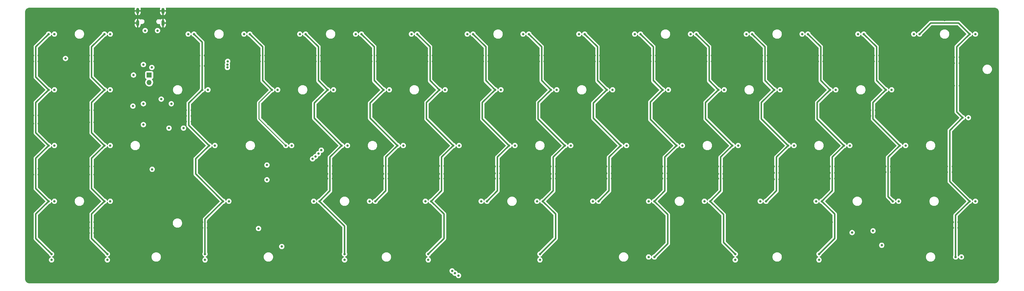
<source format=gbr>
%TF.GenerationSoftware,KiCad,Pcbnew,(6.0.0)*%
%TF.CreationDate,2022-08-23T12:32:23-07:00*%
%TF.ProjectId,Faen65XT,4661656e-3635-4585-942e-6b696361645f,rev?*%
%TF.SameCoordinates,Original*%
%TF.FileFunction,Copper,L3,Inr*%
%TF.FilePolarity,Positive*%
%FSLAX46Y46*%
G04 Gerber Fmt 4.6, Leading zero omitted, Abs format (unit mm)*
G04 Created by KiCad (PCBNEW (6.0.0)) date 2022-08-23 12:32:23*
%MOMM*%
%LPD*%
G01*
G04 APERTURE LIST*
%TA.AperFunction,ComponentPad*%
%ADD10O,1.050000X2.100000*%
%TD*%
%TA.AperFunction,ComponentPad*%
%ADD11R,1.700000X1.700000*%
%TD*%
%TA.AperFunction,ComponentPad*%
%ADD12O,1.700000X1.700000*%
%TD*%
%TA.AperFunction,ViaPad*%
%ADD13C,0.800000*%
%TD*%
%TA.AperFunction,Conductor*%
%ADD14C,0.500000*%
%TD*%
%TA.AperFunction,Conductor*%
%ADD15C,0.350000*%
%TD*%
G04 APERTURE END LIST*
D10*
%TO.N,GND*%
%TO.C,J2*%
X29414460Y3757520D03*
X38054460Y3757520D03*
X29414460Y7937520D03*
X38054460Y7937520D03*
%TD*%
D11*
%TO.N,VBAT*%
%TO.C,JP1*%
X33337584Y-14004726D03*
D12*
%TO.N,BOOT0*%
X33337584Y-16544726D03*
%TD*%
D13*
%TO.N,GND*%
X301228884Y-61912656D03*
X35917278Y-3175008D03*
X151209756Y-64293912D03*
X166687500Y-33337500D03*
X61118904Y-25400064D03*
X205978644Y-66278292D03*
X228600576Y0D03*
X-4365636Y-7342206D03*
X113109660Y-45045426D03*
X101203380Y-66278292D03*
X12700032Y-66278292D03*
X275035068Y-61912656D03*
X41076666Y-66271272D03*
X87312720Y-45243864D03*
X314722668Y-37504782D03*
X74017374Y-80565828D03*
X119062800Y-57150144D03*
X161131656Y-49609500D03*
X72032994Y-64095474D03*
X255786582Y-47823558D03*
X143669112Y-66285312D03*
X170259804Y-45243864D03*
X148828500Y-49411062D03*
X110728404Y-47823558D03*
X281385084Y-25995378D03*
X28376634Y-19050048D03*
X270669432Y-67468920D03*
X53379822Y-66278292D03*
X172244184Y-45243864D03*
X266105358Y-82947084D03*
X232172460Y-66200000D03*
X-6350016Y-9326586D03*
X91876794Y-49411062D03*
X186928596Y-47823558D03*
X242491236Y-9326586D03*
X145851930Y-49411062D03*
X153194136Y-47625120D03*
X164901978Y-49409471D03*
X194667678Y-49619825D03*
X53379822Y-64293912D03*
X43061046Y-23812560D03*
X90090852Y-7342206D03*
X261938160Y-42862608D03*
X151209756Y-45243864D03*
X211534908Y-66278292D03*
X77787696Y-64095474D03*
X31154766Y7540644D03*
X205978644Y-47625120D03*
X319088304Y-76200192D03*
X279400704Y-27979758D03*
X182166084Y-76200000D03*
X25400064Y-49014186D03*
X83145522Y-80565828D03*
X69453300Y-25995378D03*
X171450432Y0D03*
X139898790Y-49609500D03*
X102790884Y-47823558D03*
X208359900Y-45243864D03*
X291306984Y-28971948D03*
X260152218Y-29765700D03*
X167878548Y-47823558D03*
X64803252Y-47426682D03*
X282575712Y-7342206D03*
X209550528Y4762512D03*
X114300000Y-71040804D03*
X94059612Y-45045426D03*
X307578900Y-66278292D03*
X145851930Y-47625120D03*
X166291044Y-7342206D03*
X295077306Y-19050048D03*
X261541284Y-7342206D03*
X164901978Y-47821967D03*
X247650624Y4762512D03*
X75604878Y-64095474D03*
X64293912Y-12414090D03*
X305594520Y-47228244D03*
X38496972Y-27979758D03*
X198636438Y-49619825D03*
X42987000Y-60523590D03*
X244475616Y-7342206D03*
X9525024Y-19050048D03*
X9525024Y-61912656D03*
X229394328Y-49411062D03*
X92075232Y-69651738D03*
X14684412Y-64293912D03*
X79967189Y-47426682D03*
X150018750Y-29765625D03*
X134540964Y-81756456D03*
X96043992Y-45045426D03*
X41275104Y-45243864D03*
X300038256Y-71636118D03*
X142875360Y-49609500D03*
X57603252Y-47426682D03*
X219670866Y-66278292D03*
X139700352Y-62706408D03*
X309563280Y-66278292D03*
X96043992Y-47823558D03*
X83127599Y-76200192D03*
X45839178Y-25995378D03*
X229394328Y-47823558D03*
X268486614Y-64293912D03*
X195461430Y-80962704D03*
X151209756Y-47625120D03*
X152400384Y-4762512D03*
X9525024Y-4762512D03*
X276225696Y-82550208D03*
X4960950Y-48021996D03*
X50403252Y-47426682D03*
X29765700Y-11112528D03*
X248444376Y-45243864D03*
X51395442Y-66278292D03*
X240308418Y-47833883D03*
X173236374Y-66278292D03*
X128587500Y-38100000D03*
X45839178Y-29964138D03*
X194667678Y-47635445D03*
X189309852Y-49411062D03*
X318691428Y-22026618D03*
X198636438Y-47625120D03*
X121444056Y-66278292D03*
X48021996Y-45243864D03*
X202009884Y-47635445D03*
X109537776Y-33337584D03*
X301228884Y-52387632D03*
X44875104Y-49807938D03*
X182959836Y-49411062D03*
X110728404Y-49411062D03*
X227409948Y-49411062D03*
X121840932Y-49609500D03*
X75208002Y-45045426D03*
X135136278Y-64293912D03*
X96043992Y-49411062D03*
X307578900Y-47228244D03*
X9525024Y4960950D03*
X47823558Y-27979758D03*
X37504782Y-66278292D03*
X35718840Y-71239242D03*
X279400704Y-25995378D03*
X259556904Y-49411062D03*
X190500480Y0D03*
X106136214Y-47823558D03*
X307975776Y-9921900D03*
X74017374Y-30757890D03*
X149225376Y-9326586D03*
X83145522Y-66278292D03*
X92075232Y-9326586D03*
X286544472Y-47228244D03*
X274638192Y-49609500D03*
X130572204Y-29765700D03*
X132755022Y-64293912D03*
X91876794Y-47823558D03*
X123825312Y-14287536D03*
X129976890Y-49411062D03*
X88304910Y-25995378D03*
X75208002Y-47426682D03*
X278408514Y-64293912D03*
X227409948Y-45243864D03*
X234553716Y-66200000D03*
X313730478Y-43854798D03*
X175419192Y-49818263D03*
X307578900Y-45243864D03*
X195262992Y-57150144D03*
X147836310Y-71239242D03*
X45839178Y-27979758D03*
X102790884Y-49609500D03*
X281186646Y-38100096D03*
X191294232Y-49411062D03*
X113109660Y-49411062D03*
X244277178Y-49411062D03*
X173236374Y-64293912D03*
X114300000Y-81359580D03*
X-4365636Y-48021996D03*
X172244184Y-47823558D03*
X247650624Y-4762512D03*
X30559452Y-19050048D03*
X52387632Y-10914090D03*
X195461430Y-71437680D03*
X29368824Y-66278292D03*
X304800768Y-4762512D03*
X50403252Y-7342206D03*
X183952026Y-29765700D03*
X113109660Y-64293912D03*
X261541284Y-9326586D03*
X319088304Y-65682978D03*
X109537776Y-42862608D03*
X142875360Y-19050048D03*
X9525024Y-38100096D03*
X36314154Y7540644D03*
X-4365636Y-27781320D03*
X67468920Y-66278292D03*
X147637500Y-38100000D03*
X113109660Y-47823558D03*
X319392000Y-16271916D03*
X90090852Y-9326586D03*
X64803252Y-49807938D03*
X38695410Y-36711030D03*
X125809692Y-47823558D03*
X135136278Y-66278292D03*
X77787696Y-66278292D03*
X185737500Y-38100000D03*
X12700032Y-68064234D03*
X132159708Y-45045426D03*
X222052122Y-25995378D03*
X227608386Y-64293912D03*
X85725216Y-23812560D03*
X189905166Y-66278292D03*
X236736534Y-49619825D03*
X281186646Y-44648550D03*
X115094040Y-49411062D03*
X272058498Y-73025184D03*
X221059932Y-47833883D03*
X36711030Y-45243864D03*
X214313040Y-52387632D03*
X147240996Y-7342206D03*
X83740836Y-49807938D03*
X31750080Y-45243864D03*
X157162896Y-49609500D03*
X148233186Y-25995378D03*
X61203252Y-49411062D03*
X210344280Y-49411062D03*
X284560092Y-47228244D03*
X109140900Y-9326586D03*
X225028692Y-49411062D03*
X74017374Y-72032994D03*
X202009884Y-49411062D03*
X25400064Y-66271272D03*
X280591332Y-7342206D03*
X9525024Y-52387632D03*
X63500160Y-66271272D03*
X38496972Y-30559452D03*
X309960156Y-7937520D03*
X79970514Y-49807938D03*
X276225696Y-23812560D03*
X53181384Y-49807938D03*
X187325472Y-7342206D03*
X300236694Y-42862608D03*
X143073798Y-45243864D03*
X278408514Y-50601690D03*
X307975776Y-17660982D03*
X-6350016Y-48021996D03*
X210344280Y-47625120D03*
X208359900Y-49411062D03*
X166687500Y-42862608D03*
X246459996Y-49609500D03*
X185341092Y-9326586D03*
X-7143768Y-46037616D03*
X72032994Y-49807938D03*
X129183138Y-25995378D03*
X167283234Y-25995378D03*
X218877114Y-71239434D03*
X244475616Y-9326586D03*
X189309852Y-45243864D03*
X71040804Y-9326586D03*
X109140900Y-7342206D03*
X307975776Y-7937520D03*
X12700032Y-30162576D03*
X9525024Y-71239242D03*
X14684412Y-48021996D03*
X275035068Y-52387632D03*
X157162896Y-52387632D03*
X56157954Y-66278292D03*
X211534908Y-64293912D03*
X267494424Y-47426682D03*
X28376634Y-33337584D03*
X204787500Y-38100096D03*
X95250240Y-4762512D03*
X185341092Y-66278292D03*
X282178836Y-66278292D03*
X72032994Y-45045426D03*
X12700032Y-25995378D03*
X257175648Y-19050048D03*
X205780206Y-25995378D03*
X198636438Y-64293912D03*
X180975456Y-14287536D03*
X111125280Y-7342206D03*
X260152218Y-25995378D03*
X198636438Y-66278292D03*
X225028692Y-47823558D03*
X-6350016Y-30559452D03*
X12700032Y-9326586D03*
X134144088Y-49411062D03*
X300038256Y-80565828D03*
X170259804Y-47823558D03*
X72032994Y-47426682D03*
X278408514Y-66278292D03*
X229394328Y-45243864D03*
X182959836Y-47833883D03*
X14684412Y-68064234D03*
X61118904Y-29567262D03*
X261938160Y-33337584D03*
X87706271Y-47426682D03*
X223838064Y-66278292D03*
X270669432Y-47823558D03*
X33932898Y6945330D03*
X53181384Y-47426682D03*
X189309852Y-47625120D03*
X218877114Y-76200192D03*
X93265860Y-29964138D03*
X210344280Y-45243864D03*
X99190884Y-47823558D03*
X94059612Y-49411062D03*
X194469240Y-66278292D03*
X30559452Y-25400064D03*
X114300288Y0D03*
X97036182Y-64293912D03*
X67865796Y-33337584D03*
X64690788Y-45243864D03*
X91281480Y-25995378D03*
X309563280Y-64293912D03*
X12700032Y-64293912D03*
X41275104Y-47426682D03*
X218877114Y-81161334D03*
X29170386Y-49014186D03*
X-6548454Y-62904846D03*
X182166084Y-71239242D03*
X41275104Y-49807938D03*
X318492990Y-38893848D03*
X61203252Y-47426682D03*
X263922540Y-29765700D03*
X191294232Y-47625120D03*
X187325472Y-9326586D03*
X83737511Y-47426682D03*
X247650624Y-81161142D03*
X18057858Y-66278292D03*
X265510044Y-45243864D03*
X42987000Y-68659548D03*
X43061046Y-14287536D03*
X133350336Y0D03*
X4960950Y-46037616D03*
X49609500Y-49807938D03*
X2976570Y-48021996D03*
X5556264Y-64293912D03*
X204391140Y-7342206D03*
X161925408Y-19050048D03*
X108744024Y-66271272D03*
X64492350Y-19050048D03*
X255786582Y-49818263D03*
X71040804Y-7342206D03*
X12700032Y-45243864D03*
X34329774Y-30559452D03*
X67865796Y-42862608D03*
X232767774Y-49619825D03*
X139898790Y-47625120D03*
X244277178Y-47823558D03*
X147836310Y-81161142D03*
X130175328Y-7342206D03*
X278011638Y-45045426D03*
X14684412Y-9326586D03*
X213717726Y-49619825D03*
X-6350016Y-27781320D03*
X61090788Y-45243864D03*
X233363088Y-64095474D03*
X249436566Y-64095474D03*
X282575712Y-9326586D03*
X241102170Y-25995378D03*
X73025184Y-9326586D03*
X48021996Y-47426682D03*
X251817822Y-47833883D03*
X265510044Y-47426682D03*
X240308418Y-49411062D03*
X285750720Y0D03*
X47823558Y-29964138D03*
X242887500Y-38100000D03*
X265510044Y-49411062D03*
X76200192Y0D03*
X-4365636Y-9326586D03*
X305594520Y-51593880D03*
X93464298Y-82748646D03*
X2976570Y-46037616D03*
X-4365636Y-30559452D03*
X110133090Y-25995378D03*
X266303796Y-64293912D03*
X281385084Y-27979758D03*
X206375520Y-7342206D03*
X100012752Y-52387632D03*
X155575392Y-66278292D03*
X-6350016Y-7342206D03*
X157162896Y-61912656D03*
X147836310Y-76200000D03*
X50403252Y-45243864D03*
X214313040Y-61912656D03*
X33734460Y-66278292D03*
X307578900Y-64293912D03*
X279202266Y-47228244D03*
X104775264Y-19050048D03*
X65682978Y-80565828D03*
X215503668Y-66278292D03*
X95250240Y4762512D03*
X305594520Y-45243864D03*
X5556264Y-67468920D03*
X200025504Y-19050048D03*
X36711030Y-39886038D03*
X59928276Y-66278292D03*
X85725216Y-14287536D03*
X87511158Y-31353204D03*
X25400064Y-45243864D03*
X209153652Y-66278292D03*
X246459996Y-47426682D03*
X41473542Y-7143768D03*
X263525664Y-7342206D03*
X38496972Y-45243133D03*
X145851930Y-25995378D03*
X270669432Y-49609500D03*
X134144088Y-45045426D03*
X209550528Y-4762512D03*
X309960156Y-9921900D03*
X44875104Y-47426682D03*
X14684412Y-25995378D03*
X167878548Y-49411062D03*
X263525664Y-47823558D03*
X284560092Y-45243864D03*
X205978644Y-49411062D03*
X175419192Y-47833883D03*
X129976890Y-47823558D03*
X168275424Y-7342206D03*
X209153652Y-64293912D03*
X139898790Y-66285312D03*
X75208002Y-49807938D03*
X319392000Y-8135958D03*
X281583522Y-47228244D03*
X172244184Y-49411062D03*
X302816388Y-25598502D03*
X182166084Y-81161142D03*
X79375200Y-66278292D03*
X112117470Y-29964138D03*
X46037616Y-38100096D03*
X243483426Y-25995378D03*
X79375200Y-64095474D03*
X157162896Y-47625120D03*
X179387952Y-47823558D03*
X106136214Y-45045426D03*
X267494424Y-49411062D03*
X-6945330Y-82550208D03*
X159345714Y-66278292D03*
X248444376Y-49609500D03*
X191294232Y-45243864D03*
X12700032Y-48021996D03*
X118240932Y-47823558D03*
X28376634Y-57150144D03*
X204391140Y-9326586D03*
X127000320Y-29765700D03*
X31750080Y-49014186D03*
X130175328Y-9326586D03*
X98822124Y-66278292D03*
X149225376Y-7342206D03*
X65665055Y-76200192D03*
X47823558Y-25995378D03*
X238125600Y-14287536D03*
X194469240Y-64293912D03*
X75604878Y-66278292D03*
X263525664Y-49411062D03*
X221059932Y-49411062D03*
X141089418Y-64293912D03*
X148828500Y-47625120D03*
X28376634Y-42862608D03*
X99190884Y-49609500D03*
X168275424Y-9326586D03*
X152400384Y4762512D03*
X320874246Y6548454D03*
X236736534Y-47625120D03*
X123626874Y-68659548D03*
X248444376Y-47426682D03*
X252413136Y-57150144D03*
X128190948Y-7342206D03*
X217686486Y-47625120D03*
X227608386Y-66278292D03*
X38496972Y-47823558D03*
X117673734Y-66278292D03*
X48220434Y-66278292D03*
X115094040Y-45045426D03*
X14684412Y-66278292D03*
X92075232Y-7342206D03*
X65682978Y-72231432D03*
X208359900Y-47625120D03*
X286544472Y-45243864D03*
X128190948Y-9326586D03*
X14684412Y-7342206D03*
X262533474Y-25995378D03*
X30361014Y-3373446D03*
X267494424Y-45243864D03*
X222250560Y-29765700D03*
X125015940Y-66271272D03*
X113109660Y-66278292D03*
X126801882Y-25995378D03*
X246459996Y-45243864D03*
X132159708Y-49411062D03*
X247253748Y-64095474D03*
X36396972Y-28481320D03*
X132755022Y-82947084D03*
X134144088Y-47823558D03*
X90487728Y-66271272D03*
X227409948Y-47823558D03*
X280591332Y-9326586D03*
X135334716Y-68857986D03*
X35917278Y-198438D03*
X233363088Y-57150144D03*
X206375520Y-9326586D03*
X187920786Y-29765700D03*
X224433378Y-25995378D03*
X-6548454Y6350016D03*
X269478804Y-82947084D03*
X170259804Y-49411062D03*
X266700672Y0D03*
X281583522Y-50601690D03*
X300832008Y-9921900D03*
X300236694Y-33337584D03*
X12700032Y-7342206D03*
X35718750Y-81161142D03*
X41473542Y-11112528D03*
X147240996Y-9326586D03*
X45045426Y-66278292D03*
X225822444Y-29765700D03*
X223441188Y-9326586D03*
X100012752Y-61912656D03*
X86915844Y-66278292D03*
X259556904Y-47833883D03*
X57150144Y4762512D03*
X51395442Y-64293912D03*
X168672300Y-29765700D03*
X142875360Y-47614795D03*
X22820370Y-45243864D03*
X68403252Y-47426682D03*
X147240996Y-66278292D03*
X179387952Y-49818263D03*
X72231432Y-25995378D03*
X83145522Y-72231432D03*
X223837500Y-33337500D03*
X125809692Y-49609500D03*
X242491236Y-7342206D03*
X176411382Y-66278292D03*
X52387632Y-7342206D03*
X70643928Y-30757890D03*
X165100416Y-29765700D03*
X274638192Y-47813233D03*
X94059612Y-47823558D03*
X247650000Y-71239242D03*
X106136214Y-49609500D03*
X232767774Y-47635445D03*
X14684412Y-45243864D03*
X183753588Y-25995378D03*
X225425568Y-9326586D03*
X30956328Y5357826D03*
X128984700Y-66278292D03*
X170855118Y-66278292D03*
X273447564Y-82550208D03*
X57150144Y-4762512D03*
X-6548454Y-69651738D03*
X123825312Y-23812560D03*
X241102170Y-29765700D03*
X238125600Y-23812560D03*
X34329774Y-27979758D03*
X21828180Y-66278292D03*
X180975456Y-23812560D03*
X50403252Y-10914090D03*
X219075552Y-19050048D03*
X164901978Y-25995378D03*
X68403252Y-49807938D03*
X121840932Y-47823558D03*
X303014826Y-68659548D03*
X104775264Y-66278292D03*
X202803636Y-29765700D03*
X132755022Y-66278292D03*
X115094040Y-47823558D03*
X107751834Y-30162576D03*
X146248806Y-30162576D03*
X263525664Y-9326586D03*
X57603252Y-49411062D03*
X32940708Y-20240676D03*
X186928596Y-49411062D03*
X230584956Y-64293912D03*
X223441188Y-7342206D03*
X69254862Y-64095474D03*
X304800768Y4762512D03*
X311944536Y-42068856D03*
X36711030Y-37107906D03*
X283369464Y-64095474D03*
X153194136Y-49411062D03*
X151209756Y-49411062D03*
X29170386Y-45243864D03*
X111125280Y-9326586D03*
X36711030Y-42862608D03*
X185341092Y-7342206D03*
X153194136Y-45243864D03*
X151209756Y-66285312D03*
X64492350Y-25400064D03*
X73025184Y-7342206D03*
X202803636Y-66278292D03*
X107553396Y-25995378D03*
X180975456Y-66267562D03*
X94456488Y-66278292D03*
X225425568Y-7342206D03*
X315317982Y-83145522D03*
X163512912Y-66278292D03*
X300236694Y-24209436D03*
X251817822Y-49818263D03*
X309960156Y-17660982D03*
X102989322Y-64293912D03*
X161131656Y-47614795D03*
X303213264Y-11906280D03*
X87709596Y-49411062D03*
X299641380Y-28971948D03*
X36711030Y5357826D03*
X176212944Y-57150144D03*
X166291044Y-9326586D03*
X-4365636Y-46037616D03*
X203002074Y-25995378D03*
X223837500Y-42862500D03*
X14684412Y-30162576D03*
X206772396Y-29765700D03*
X217686486Y-49619825D03*
X167481672Y-66278292D03*
X247849062Y-66200000D03*
X245268750Y-29765625D03*
X186134844Y-25995378D03*
X124817502Y-44846988D03*
X118240932Y-49609500D03*
X9525024Y-81161142D03*
X189508290Y-64293912D03*
X170855118Y-64293912D03*
X213717726Y-47635445D03*
X276225696Y-14287536D03*
X132159708Y-47823558D03*
%TO.N,VBAT*%
X45045426Y-32146956D03*
X27781320Y-24606312D03*
X31353204Y-30956328D03*
X27979758Y-14004726D03*
X31353125Y-23812500D03*
X70643928Y-66476730D03*
X40084476Y-32146956D03*
X40878228Y-23812560D03*
X273249126Y-67846426D03*
%TO.N,D+*%
X60023590Y-11414090D03*
X34234460Y-11414090D03*
%TO.N,D-*%
X31353204Y-10414090D03*
X60023590Y-10414090D03*
%TO.N,VBUS*%
X31948518Y1190628D03*
X60126714Y-9326586D03*
X36184375Y1190628D03*
%TO.N,BOOT0*%
X37443125Y-22225056D03*
%TO.N,APLEX_EN_PIN_0*%
X78581448Y-72628308D03*
X89098662Y-42664170D03*
%TO.N,COL0*%
X-992190Y-57150144D03*
X0Y-75208002D03*
X-992190Y-38100096D03*
X-992190Y-19050048D03*
X-992190Y0D03*
%TO.N,ROW0*%
X992190Y0D03*
X199033314Y0D03*
X179983266Y0D03*
X275233506Y0D03*
X46632930Y0D03*
X20042238Y0D03*
X237133410Y0D03*
X141883170Y0D03*
X103783074Y0D03*
X4762512Y-8334396D03*
X160933218Y0D03*
X294283554Y0D03*
X256183458Y0D03*
X218083362Y0D03*
X122833122Y0D03*
X84733026Y0D03*
X65682978Y0D03*
%TO.N,ROW1*%
X53379822Y-19050048D03*
X229592766Y-19050048D03*
X267692862Y-19050048D03*
X315317982Y0D03*
X172442622Y-19050048D03*
X20042238Y-19050048D03*
X134342526Y-19050048D03*
X96242430Y-19050048D03*
X248642814Y-19050048D03*
X191492670Y-19050048D03*
X77192382Y-19050048D03*
X992190Y-19050048D03*
X115292478Y-19050048D03*
X153392574Y-19050048D03*
X286742910Y-19050048D03*
X210542718Y-19050048D03*
%TO.N,ROW2*%
X34346650Y-46236054D03*
X234355278Y-38100096D03*
X272455374Y-38100096D03*
X215305230Y-38100096D03*
X992190Y-38100096D03*
X291505422Y-38100096D03*
X312936726Y-28575072D03*
X120054990Y-38100096D03*
X158155086Y-38100096D03*
X81954894Y-38100096D03*
X55761078Y-38100096D03*
X196255182Y-38100096D03*
X253405326Y-38100096D03*
X20042238Y-38100096D03*
X139105038Y-38100096D03*
X101004942Y-38100096D03*
X177205134Y-38100096D03*
%TO.N,ROW3*%
X992190Y-57150144D03*
X260945970Y-57150144D03*
X108545586Y-57150144D03*
X146645682Y-57150144D03*
X127595634Y-57150144D03*
X60523590Y-57150144D03*
X89495538Y-57150144D03*
X222845874Y-57150144D03*
X241895922Y-57150144D03*
X289124166Y-57150144D03*
X165695730Y-57150144D03*
X20042238Y-57150144D03*
X315317982Y-57150144D03*
X184745778Y-57150144D03*
X203795826Y-57150144D03*
%TO.N,ROW4*%
X203795826Y-76200192D03*
X233363088Y-77192382D03*
X261938160Y-77192382D03*
X128587824Y-77192382D03*
X100012752Y-77192382D03*
X52387632Y-77192382D03*
X310555470Y-76200192D03*
X19050048Y-77192382D03*
X0Y-77192382D03*
X166687920Y-77192382D03*
%TO.N,COL1*%
X18057858Y-19050048D03*
X18057858Y-57150144D03*
X19050048Y-75208002D03*
X18057858Y0D03*
X18057858Y-38100096D03*
%TO.N,COL2*%
X51395442Y-19050048D03*
X58539210Y-57150144D03*
X48617310Y0D03*
X52387632Y-75208002D03*
X53776698Y-38100096D03*
%TO.N,COL3*%
X79970514Y-38100096D03*
X67667358Y0D03*
X73535184Y-44761674D03*
X75208002Y-19050048D03*
X73535184Y-49807938D03*
%TO.N,COL4*%
X86717406Y0D03*
X94258050Y-19050048D03*
X99020562Y-38100096D03*
X91479918Y-57150144D03*
X100012752Y-75208002D03*
%TO.N,COL5*%
X118070610Y-38100096D03*
X105767454Y0D03*
X110529966Y-57150144D03*
X113308098Y-19050048D03*
%TO.N,COL6*%
X129580014Y-57150144D03*
X132358146Y-19050048D03*
X124817502Y0D03*
X128587824Y-75208002D03*
X137120658Y-38100096D03*
%TO.N,COL7*%
X143867550Y0D03*
X156170706Y-38100096D03*
X148630062Y-57150144D03*
X151408194Y-19050048D03*
%TO.N,COL8*%
X175220754Y-38100096D03*
X167680110Y-57150144D03*
X170458242Y-19050048D03*
X166687920Y-75208002D03*
X162917598Y0D03*
%TO.N,COL9*%
X189508290Y-19050048D03*
X186730158Y-57150144D03*
X181967646Y0D03*
X194270802Y-38100096D03*
%TO.N,COL10*%
X201017694Y0D03*
X205780206Y-76200192D03*
X213320850Y-38100096D03*
X208558338Y-19050048D03*
X205780206Y-57150144D03*
%TO.N,COL11*%
X232370898Y-38100096D03*
X224830254Y-57150144D03*
X233363088Y-75208002D03*
X227608386Y-19050048D03*
X220067742Y0D03*
%TO.N,COL12*%
X239117790Y0D03*
X251420946Y-38100096D03*
X243880302Y-57150144D03*
X246658434Y-19050048D03*
%TO.N,COL13*%
X258167838Y0D03*
X262930350Y-57150144D03*
X261938160Y-75208002D03*
X265708482Y-19050048D03*
X270470994Y-38100096D03*
%TO.N,COL14*%
X277217886Y0D03*
X284758530Y-19050048D03*
X289521042Y-38100096D03*
X287139786Y-57150144D03*
%TO.N,COL15*%
X308571090Y-76200192D03*
X313333602Y0D03*
X310952346Y-28575072D03*
X296267934Y0D03*
X313333602Y-57150144D03*
%TO.N,APLEX_EN_PIN_1*%
X280392894Y-67270482D03*
X283369464Y-72192692D03*
%TO.N,AMUX_SEL_2*%
X138906600Y-82550208D03*
X92075232Y-39687600D03*
%TO.N,AMUX_SEL_1*%
X137715972Y-81756456D03*
X91083042Y-40878228D03*
%TO.N,AMUX_SEL_0*%
X90090852Y-41870418D03*
X136723782Y-80962704D03*
%TD*%
D14*
%TO.N,COL0*%
X-5357826Y-52784508D02*
X-992190Y-57150144D01*
X-5357826Y-42465732D02*
X-5357826Y-52784508D01*
X-992190Y-38100096D02*
X-5357826Y-42465732D01*
X-5357826Y-33734460D02*
X-992190Y-38100096D01*
X-5357826Y-4365636D02*
X-5357826Y-14684412D01*
X-992190Y-19050048D02*
X-5357826Y-23415684D01*
X-992190Y-57150144D02*
X-5357826Y-61515780D01*
X-5357826Y-14684412D02*
X-992190Y-19050048D01*
X-5357826Y-69850176D02*
X0Y-75208002D01*
X-5357826Y-61515780D02*
X-5357826Y-69850176D01*
X-992190Y0D02*
X-5357826Y-4365636D01*
X-5357826Y-23415684D02*
X-5357826Y-33734460D01*
%TO.N,COL1*%
X13692222Y-61515780D02*
X13692222Y-69850176D01*
X13692222Y-14684412D02*
X18057858Y-19050048D01*
X18057858Y-38100096D02*
X13692222Y-42465732D01*
X13692222Y-23415684D02*
X13692222Y-33734460D01*
X13692222Y-4365636D02*
X13692222Y-14684412D01*
X18057858Y-19050048D02*
X13692222Y-23415684D01*
X13692222Y-52784508D02*
X18057858Y-57150144D01*
X13692222Y-42465732D02*
X13692222Y-52784508D01*
X18057858Y-57150144D02*
X13692222Y-61515780D01*
X13692222Y-33734460D02*
X18057858Y-38100096D01*
X13692222Y-69850176D02*
X19050048Y-75208002D01*
X18057858Y0D02*
X13692222Y-4365636D01*
%TO.N,COL2*%
X53776698Y-38100096D02*
X49212624Y-42664170D01*
X49212624Y-47823558D02*
X58539210Y-57150144D01*
X51395442Y-19050048D02*
X46831368Y-23614122D01*
X58539210Y-57150144D02*
X52387632Y-63301722D01*
X52387632Y-63301722D02*
X52387632Y-75208002D01*
X46831368Y-31154766D02*
X53776698Y-38100096D01*
X51395442Y-19050048D02*
X51395442Y-2778132D01*
X51395442Y-2778132D02*
X48617310Y0D01*
X46831368Y-23614122D02*
X46831368Y-31154766D01*
X49212624Y-42664170D02*
X49212624Y-47823558D01*
D15*
%TO.N,COL3*%
X70842366Y-23415684D02*
X75208002Y-19050048D01*
D14*
X72032994Y-15875040D02*
X75208002Y-19050048D01*
X72032994Y-4365636D02*
X72032994Y-15875040D01*
X67667358Y0D02*
X72032994Y-4365636D01*
D15*
X79970514Y-38100096D02*
X70842366Y-28971948D01*
X70842366Y-28971948D02*
X70842366Y-23415684D01*
D14*
%TO.N,COL4*%
X91479918Y-57150144D02*
X95051802Y-53578260D01*
X95051802Y-53578260D02*
X95051802Y-42068856D01*
X91083042Y-15875040D02*
X91083042Y-4365636D01*
X94258050Y-19050048D02*
X91083042Y-15875040D01*
X91479918Y-57150144D02*
X100012752Y-65682978D01*
X91083042Y-4365636D02*
X86717406Y0D01*
X89693976Y-28773510D02*
X89693976Y-23614122D01*
X100012752Y-65682978D02*
X100012752Y-75208002D01*
X99020562Y-38100096D02*
X89693976Y-28773510D01*
X89693976Y-23614122D02*
X94258050Y-19050048D01*
X95051802Y-42068856D02*
X99020562Y-38100096D01*
%TO.N,COL5*%
X110133090Y-4365636D02*
X105767454Y0D01*
X114101850Y-53578260D02*
X110529966Y-57150144D01*
X118070610Y-38100096D02*
X108744024Y-28773510D01*
X110133090Y-15875040D02*
X110133090Y-4365636D01*
X113308098Y-19050048D02*
X110133090Y-15875040D01*
X118070610Y-38100096D02*
X114101850Y-42068856D01*
X114101850Y-42068856D02*
X114101850Y-53578260D01*
X108744024Y-28773510D02*
X108744024Y-23614122D01*
X108744024Y-23614122D02*
X113308098Y-19050048D01*
%TO.N,COL6*%
X127992510Y-23415684D02*
X132358146Y-19050048D01*
X129183138Y-15875040D02*
X129183138Y-4365636D01*
X133945650Y-69850176D02*
X128587824Y-75208002D01*
X137120658Y-38100096D02*
X127992510Y-28971948D01*
X133151898Y-53578260D02*
X129580014Y-57150144D01*
X132358146Y-19050048D02*
X129183138Y-15875040D01*
X133151898Y-42068856D02*
X133151898Y-53578260D01*
X133945650Y-61515780D02*
X133945650Y-69850176D01*
X129183138Y-4365636D02*
X124817502Y0D01*
X137120658Y-38100096D02*
X133151898Y-42068856D01*
X129580014Y-57150144D02*
X133945650Y-61515780D01*
X127992510Y-28971948D02*
X127992510Y-23415684D01*
%TO.N,COL7*%
X156170706Y-38100096D02*
X152201946Y-42068856D01*
X147042558Y-23415684D02*
X151408194Y-19050048D01*
X156170706Y-38100096D02*
X147042558Y-28971948D01*
X147042558Y-28971948D02*
X147042558Y-23415684D01*
X151408194Y-19050048D02*
X148233186Y-15875040D01*
X152201946Y-53578260D02*
X148630062Y-57150144D01*
X148233186Y-4365636D02*
X143867550Y0D01*
X152201946Y-42068856D02*
X152201946Y-53578260D01*
X148233186Y-15875040D02*
X148233186Y-4365636D01*
%TO.N,COL8*%
X166092606Y-28971948D02*
X166092606Y-23415684D01*
X171251994Y-53578260D02*
X167680110Y-57150144D01*
X166092606Y-23415684D02*
X170458242Y-19050048D01*
X171251994Y-42068856D02*
X171251994Y-53578260D01*
X167283234Y-4365636D02*
X162917598Y0D01*
X172045746Y-69850176D02*
X166687920Y-75208002D01*
X167680110Y-57150144D02*
X172045746Y-61515780D01*
X172045746Y-61515780D02*
X172045746Y-69850176D01*
X170458242Y-19050048D02*
X167283234Y-15875040D01*
X175220754Y-38100096D02*
X171251994Y-42068856D01*
X167283234Y-15875040D02*
X167283234Y-4365636D01*
X175220754Y-38100096D02*
X166092606Y-28971948D01*
%TO.N,COL9*%
X186333282Y-15875040D02*
X186333282Y-4365636D01*
X190302042Y-42068856D02*
X190302042Y-53578260D01*
X184944216Y-23614122D02*
X189508290Y-19050048D01*
X184944216Y-28773510D02*
X184944216Y-23614122D01*
X186333282Y-4365636D02*
X181967646Y0D01*
X190302042Y-53578260D02*
X186730158Y-57150144D01*
X194270802Y-38100096D02*
X184944216Y-28773510D01*
X194270802Y-38100096D02*
X190302042Y-42068856D01*
X189508290Y-19050048D02*
X186333282Y-15875040D01*
%TO.N,COL10*%
X205383330Y-15875040D02*
X205383330Y-4365636D01*
X209352090Y-42068856D02*
X209352090Y-53578260D01*
X210344280Y-61714218D02*
X210344280Y-71636118D01*
X205383330Y-4365636D02*
X201017694Y0D01*
X204391140Y-23217246D02*
X208558338Y-19050048D01*
X213320850Y-38100096D02*
X209352090Y-42068856D01*
X208558338Y-19050048D02*
X205383330Y-15875040D01*
X204391140Y-29170386D02*
X204391140Y-23217246D01*
X213320850Y-38100096D02*
X204391140Y-29170386D01*
X205780206Y-57150144D02*
X210344280Y-61714218D01*
X210344280Y-71636118D02*
X205780206Y-76200192D01*
X209352090Y-53578260D02*
X205780206Y-57150144D01*
%TO.N,COL11*%
X224830254Y-57150144D02*
X229394328Y-61714218D01*
X229394328Y-61714218D02*
X229394328Y-71239242D01*
X223242750Y-23415684D02*
X227608386Y-19050048D01*
X224433378Y-15875040D02*
X224433378Y-4365636D01*
X232370898Y-38100096D02*
X223242750Y-28971948D01*
X229394328Y-71239242D02*
X233363088Y-75208002D01*
X227608386Y-19050048D02*
X224433378Y-15875040D01*
X224433378Y-4365636D02*
X220067742Y0D01*
X228402138Y-42068856D02*
X228402138Y-53578260D01*
X228402138Y-53578260D02*
X224830254Y-57150144D01*
X232370898Y-38100096D02*
X228402138Y-42068856D01*
X223242750Y-28971948D02*
X223242750Y-23415684D01*
%TO.N,COL12*%
X246658434Y-19050048D02*
X243483426Y-15875040D01*
X243483426Y-4365636D02*
X239117790Y0D01*
X247452186Y-53578260D02*
X243880302Y-57150144D01*
X251420946Y-38100096D02*
X247452186Y-42068856D01*
X251420946Y-38100096D02*
X242292798Y-28971948D01*
X247452186Y-42068856D02*
X247452186Y-53578260D01*
X242292798Y-28971948D02*
X242292798Y-23415684D01*
X243483426Y-15875040D02*
X243483426Y-4365636D01*
X242292798Y-23415684D02*
X246658434Y-19050048D01*
%TO.N,COL13*%
X267295986Y-69850176D02*
X261938160Y-75208002D01*
X261342846Y-28971948D02*
X261342846Y-23415684D01*
X265708482Y-19050048D02*
X262533474Y-15875040D01*
X266502234Y-53578260D02*
X262930350Y-57150144D01*
X267295986Y-61515780D02*
X267295986Y-69850176D01*
X261342846Y-23415684D02*
X265708482Y-19050048D01*
X266502234Y-42068856D02*
X266502234Y-53578260D01*
X262533474Y-15875040D02*
X262533474Y-4365636D01*
X262930350Y-57150144D02*
X267295986Y-61515780D01*
X270470994Y-38100096D02*
X261342846Y-28971948D01*
X262533474Y-4365636D02*
X258167838Y0D01*
X270470994Y-38100096D02*
X266502234Y-42068856D01*
%TO.N,COL14*%
X284758530Y-19050048D02*
X281583522Y-15875040D01*
X285552282Y-42068856D02*
X285552282Y-55562640D01*
X280392894Y-23415684D02*
X284758530Y-19050048D01*
X281583522Y-4365636D02*
X277217886Y0D01*
X289521042Y-38100096D02*
X280392894Y-28971948D01*
X280392894Y-28971948D02*
X280392894Y-23415684D01*
X281583522Y-15875040D02*
X281583522Y-4365636D01*
X289521042Y-38100096D02*
X285552282Y-42068856D01*
X285552282Y-55562640D02*
X287139786Y-57150144D01*
%TO.N,COL15*%
X296267934Y0D02*
X300038256Y3770322D01*
X306586710Y-50403252D02*
X313333602Y-57150144D01*
X308571090Y-61912656D02*
X308571090Y-76200192D01*
X313333602Y0D02*
X308967966Y-4365636D01*
X313333602Y-57150144D02*
X308571090Y-61912656D01*
X306586710Y-32940708D02*
X306586710Y-50403252D01*
X308967966Y-26590692D02*
X310952346Y-28575072D01*
X310952346Y-28575072D02*
X306586710Y-32940708D01*
X308967966Y-4365636D02*
X308967966Y-26590692D01*
X309563280Y3770322D02*
X313333602Y0D01*
X300038256Y3770322D02*
X309563280Y3770322D01*
%TD*%
%TA.AperFunction,Conductor*%
%TO.N,GND*%
G36*
X28402540Y8996998D02*
G01*
X28449033Y8943342D01*
X28459137Y8873068D01*
X28454521Y8852902D01*
X28401008Y8684205D01*
X28398458Y8672211D01*
X28381853Y8524170D01*
X28381460Y8517146D01*
X28381460Y8209635D01*
X28385935Y8194396D01*
X28387325Y8193191D01*
X28395008Y8191520D01*
X30429345Y8191520D01*
X30444584Y8195995D01*
X30445789Y8197385D01*
X30447460Y8205068D01*
X30447460Y8510410D01*
X30447160Y8516555D01*
X30433290Y8658001D01*
X30430907Y8670039D01*
X30375190Y8854582D01*
X30374649Y8925577D01*
X30412577Y8985593D01*
X30476931Y9015577D01*
X30495812Y9017000D01*
X36974419Y9017000D01*
X37042540Y8996998D01*
X37089033Y8943342D01*
X37099137Y8873068D01*
X37094521Y8852902D01*
X37041008Y8684205D01*
X37038458Y8672211D01*
X37021853Y8524170D01*
X37021460Y8517146D01*
X37021460Y8209635D01*
X37025935Y8194396D01*
X37027325Y8193191D01*
X37035008Y8191520D01*
X39069345Y8191520D01*
X39084584Y8195995D01*
X39085789Y8197385D01*
X39087460Y8205068D01*
X39087460Y8510410D01*
X39087160Y8516555D01*
X39073290Y8658001D01*
X39070907Y8670039D01*
X39015190Y8854582D01*
X39014649Y8925577D01*
X39052577Y8985593D01*
X39116931Y9015577D01*
X39135812Y9017000D01*
X321816297Y9017000D01*
X321835681Y9015500D01*
X321837909Y9015153D01*
X321850484Y9013195D01*
X321850486Y9013195D01*
X321859355Y9011814D01*
X321868257Y9012978D01*
X321868259Y9012978D01*
X321874584Y9013805D01*
X321899907Y9014548D01*
X322066752Y9002615D01*
X322084540Y9000058D01*
X322228607Y8968717D01*
X322272760Y8959112D01*
X322290009Y8954048D01*
X322470496Y8886730D01*
X322486835Y8879268D01*
X322639389Y8795968D01*
X322655906Y8786949D01*
X322671030Y8777229D01*
X322825234Y8661793D01*
X322838820Y8650020D01*
X322975020Y8513820D01*
X322986793Y8500234D01*
X323102229Y8346030D01*
X323111949Y8330906D01*
X323204268Y8161835D01*
X323211730Y8145496D01*
X323214459Y8138180D01*
X323279048Y7965008D01*
X323284112Y7947760D01*
X323325057Y7759544D01*
X323327616Y7741748D01*
X323339041Y7581996D01*
X323338297Y7564092D01*
X323338195Y7555767D01*
X323336814Y7546895D01*
X323337978Y7537993D01*
X323337978Y7537990D01*
X323340936Y7515374D01*
X323342000Y7499036D01*
X323342000Y-83691297D01*
X323340500Y-83710681D01*
X323336814Y-83734355D01*
X323337978Y-83743257D01*
X323337978Y-83743259D01*
X323338805Y-83749584D01*
X323339548Y-83774911D01*
X323327616Y-83941748D01*
X323325057Y-83959544D01*
X323284112Y-84147760D01*
X323279048Y-84165008D01*
X323211730Y-84345496D01*
X323204268Y-84361835D01*
X323120968Y-84514389D01*
X323111949Y-84530906D01*
X323102229Y-84546030D01*
X322986793Y-84700234D01*
X322975020Y-84713820D01*
X322838820Y-84850020D01*
X322825234Y-84861793D01*
X322671030Y-84977229D01*
X322655905Y-84986949D01*
X322486835Y-85079268D01*
X322470496Y-85086730D01*
X322306605Y-85147858D01*
X322290008Y-85154048D01*
X322272759Y-85159112D01*
X322084540Y-85200058D01*
X322066752Y-85202615D01*
X321906994Y-85214041D01*
X321889092Y-85213297D01*
X321880767Y-85213195D01*
X321871895Y-85211814D01*
X321862993Y-85212978D01*
X321862990Y-85212978D01*
X321840374Y-85215936D01*
X321824036Y-85217000D01*
X-7491297Y-85217000D01*
X-7510682Y-85215500D01*
X-7510964Y-85215456D01*
X-7513508Y-85215060D01*
X-7525484Y-85213195D01*
X-7525486Y-85213195D01*
X-7534355Y-85211814D01*
X-7543257Y-85212978D01*
X-7543259Y-85212978D01*
X-7549584Y-85213805D01*
X-7574907Y-85214548D01*
X-7741752Y-85202615D01*
X-7759540Y-85200058D01*
X-7947759Y-85159112D01*
X-7965008Y-85154048D01*
X-7981605Y-85147858D01*
X-8145496Y-85086730D01*
X-8161835Y-85079268D01*
X-8330905Y-84986949D01*
X-8346030Y-84977229D01*
X-8500234Y-84861793D01*
X-8513820Y-84850020D01*
X-8650020Y-84713820D01*
X-8661793Y-84700234D01*
X-8777229Y-84546030D01*
X-8786949Y-84530906D01*
X-8795968Y-84514389D01*
X-8879268Y-84361835D01*
X-8886730Y-84345496D01*
X-8954048Y-84165008D01*
X-8959112Y-84147760D01*
X-9000057Y-83959544D01*
X-9002616Y-83941748D01*
X-9013783Y-83785606D01*
X-9012698Y-83762854D01*
X-9013171Y-83762812D01*
X-9012736Y-83757961D01*
X-9011929Y-83753164D01*
X-9011776Y-83740625D01*
X-9015727Y-83713037D01*
X-9017000Y-83695174D01*
X-9017000Y-80962704D01*
X135810278Y-80962704D01*
X135830240Y-81152632D01*
X135889255Y-81334260D01*
X135984742Y-81499648D01*
X135989160Y-81504555D01*
X135989161Y-81504556D01*
X136044961Y-81566528D01*
X136112529Y-81641570D01*
X136267030Y-81753822D01*
X136273058Y-81756506D01*
X136273060Y-81756507D01*
X136435463Y-81828813D01*
X136441494Y-81831498D01*
X136534895Y-81851351D01*
X136621838Y-81869832D01*
X136621843Y-81869832D01*
X136628295Y-81871204D01*
X136706458Y-81871204D01*
X136774579Y-81891206D01*
X136821072Y-81944862D01*
X136826291Y-81958267D01*
X136881445Y-82128012D01*
X136976932Y-82293400D01*
X137104719Y-82435322D01*
X137259220Y-82547574D01*
X137265248Y-82550258D01*
X137265250Y-82550259D01*
X137279881Y-82556773D01*
X137433684Y-82625250D01*
X137527085Y-82645103D01*
X137614028Y-82663584D01*
X137614033Y-82663584D01*
X137620485Y-82664956D01*
X137811459Y-82664956D01*
X137817912Y-82663584D01*
X137817925Y-82663583D01*
X137866483Y-82653261D01*
X137937273Y-82658662D01*
X137993906Y-82701478D01*
X138011557Y-82740624D01*
X138013058Y-82740136D01*
X138072073Y-82921764D01*
X138167560Y-83087152D01*
X138295347Y-83229074D01*
X138449848Y-83341326D01*
X138455876Y-83344010D01*
X138455878Y-83344011D01*
X138618281Y-83416317D01*
X138624312Y-83419002D01*
X138717712Y-83438855D01*
X138804656Y-83457336D01*
X138804661Y-83457336D01*
X138811113Y-83458708D01*
X139002087Y-83458708D01*
X139008539Y-83457336D01*
X139008544Y-83457336D01*
X139095488Y-83438855D01*
X139188888Y-83419002D01*
X139194919Y-83416317D01*
X139357322Y-83344011D01*
X139357324Y-83344010D01*
X139363352Y-83341326D01*
X139517853Y-83229074D01*
X139645640Y-83087152D01*
X139741127Y-82921764D01*
X139800142Y-82740136D01*
X139820104Y-82550208D01*
X139800142Y-82360280D01*
X139741127Y-82178652D01*
X139645640Y-82013264D01*
X139517853Y-81871342D01*
X139363352Y-81759090D01*
X139357324Y-81756406D01*
X139357322Y-81756405D01*
X139194919Y-81684099D01*
X139194918Y-81684099D01*
X139188888Y-81681414D01*
X139095487Y-81661561D01*
X139008544Y-81643080D01*
X139008539Y-81643080D01*
X139002087Y-81641708D01*
X138811113Y-81641708D01*
X138804660Y-81643080D01*
X138804647Y-81643081D01*
X138756089Y-81653403D01*
X138685299Y-81648002D01*
X138628666Y-81605186D01*
X138611015Y-81566040D01*
X138609514Y-81566528D01*
X138552541Y-81391185D01*
X138550499Y-81384900D01*
X138455012Y-81219512D01*
X138327225Y-81077590D01*
X138172724Y-80965338D01*
X138166696Y-80962654D01*
X138166694Y-80962653D01*
X138004291Y-80890347D01*
X138004290Y-80890347D01*
X137998260Y-80887662D01*
X137904859Y-80867809D01*
X137817916Y-80849328D01*
X137817911Y-80849328D01*
X137811459Y-80847956D01*
X137733296Y-80847956D01*
X137665175Y-80827954D01*
X137618682Y-80774298D01*
X137613463Y-80760893D01*
X137560350Y-80597430D01*
X137558309Y-80591148D01*
X137462822Y-80425760D01*
X137335035Y-80283838D01*
X137180534Y-80171586D01*
X137174506Y-80168902D01*
X137174504Y-80168901D01*
X137012101Y-80096595D01*
X137012100Y-80096595D01*
X137006070Y-80093910D01*
X136912669Y-80074057D01*
X136825726Y-80055576D01*
X136825721Y-80055576D01*
X136819269Y-80054204D01*
X136628295Y-80054204D01*
X136621843Y-80055576D01*
X136621838Y-80055576D01*
X136534895Y-80074057D01*
X136441494Y-80093910D01*
X136435464Y-80096595D01*
X136435463Y-80096595D01*
X136273060Y-80168901D01*
X136273058Y-80168902D01*
X136267030Y-80171586D01*
X136112529Y-80283838D01*
X135984742Y-80425760D01*
X135889255Y-80591148D01*
X135830240Y-80772776D01*
X135829550Y-80779337D01*
X135829550Y-80779339D01*
X135822338Y-80847956D01*
X135810278Y-80962704D01*
X-9017000Y-80962704D01*
X-9017000Y-69823525D01*
X-6121025Y-69823525D01*
X-6120432Y-69830817D01*
X-6120432Y-69830820D01*
X-6116741Y-69876194D01*
X-6116326Y-69886409D01*
X-6116326Y-69894469D01*
X-6115901Y-69898113D01*
X-6113037Y-69922683D01*
X-6112604Y-69927058D01*
X-6106686Y-69999813D01*
X-6104430Y-70006777D01*
X-6103239Y-70012736D01*
X-6101855Y-70018591D01*
X-6101008Y-70025857D01*
X-6076091Y-70094503D01*
X-6074674Y-70098631D01*
X-6052177Y-70168075D01*
X-6048381Y-70174330D01*
X-6045875Y-70179804D01*
X-6043156Y-70185234D01*
X-6040659Y-70192113D01*
X-6036646Y-70198233D01*
X-6036646Y-70198234D01*
X-6000640Y-70253152D01*
X-5998303Y-70256856D01*
X-5960421Y-70319283D01*
X-5956705Y-70323491D01*
X-5956704Y-70323492D01*
X-5953023Y-70327660D01*
X-5953050Y-70327684D01*
X-5950397Y-70330676D01*
X-5947694Y-70333909D01*
X-5943682Y-70340028D01*
X-5938370Y-70345060D01*
X-5887443Y-70393304D01*
X-5885001Y-70395682D01*
X-920125Y-75360558D01*
X-889387Y-75410716D01*
X-834527Y-75579558D01*
X-739040Y-75744946D01*
X-611253Y-75886868D01*
X-456752Y-75999120D01*
X-450724Y-76001804D01*
X-450722Y-76001805D01*
X-288319Y-76074111D01*
X-282288Y-76076796D01*
X-275832Y-76078168D01*
X-269548Y-76080210D01*
X-270442Y-76082962D01*
X-219114Y-76110673D01*
X-184792Y-76172823D01*
X-189520Y-76243662D01*
X-231795Y-76300699D01*
X-270180Y-76318229D01*
X-269548Y-76320174D01*
X-275832Y-76322216D01*
X-282288Y-76323588D01*
X-288318Y-76326273D01*
X-288319Y-76326273D01*
X-450722Y-76398579D01*
X-450724Y-76398580D01*
X-456752Y-76401264D01*
X-611253Y-76513516D01*
X-739040Y-76655438D01*
X-834527Y-76820826D01*
X-893542Y-77002454D01*
X-913504Y-77192382D01*
X-893542Y-77382310D01*
X-834527Y-77563938D01*
X-739040Y-77729326D01*
X-734622Y-77734233D01*
X-734621Y-77734234D01*
X-674956Y-77800499D01*
X-611253Y-77871248D01*
X-456752Y-77983500D01*
X-450724Y-77986184D01*
X-450722Y-77986185D01*
X-288319Y-78058491D01*
X-282288Y-78061176D01*
X-188887Y-78081029D01*
X-101944Y-78099510D01*
X-101939Y-78099510D01*
X-95487Y-78100882D01*
X95487Y-78100882D01*
X101939Y-78099510D01*
X101944Y-78099510D01*
X188887Y-78081029D01*
X282288Y-78061176D01*
X288319Y-78058491D01*
X450722Y-77986185D01*
X450724Y-77986184D01*
X456752Y-77983500D01*
X611253Y-77871248D01*
X674956Y-77800499D01*
X734621Y-77734234D01*
X734622Y-77734233D01*
X739040Y-77729326D01*
X834527Y-77563938D01*
X893542Y-77382310D01*
X913504Y-77192382D01*
X893542Y-77002454D01*
X834527Y-76820826D01*
X739040Y-76655438D01*
X611253Y-76513516D01*
X456752Y-76401264D01*
X450724Y-76398580D01*
X450722Y-76398579D01*
X288319Y-76326273D01*
X288318Y-76326273D01*
X282288Y-76323588D01*
X275832Y-76322216D01*
X269548Y-76320174D01*
X270442Y-76317422D01*
X219114Y-76289711D01*
X184792Y-76227561D01*
X189520Y-76156722D01*
X231795Y-76099685D01*
X270180Y-76082155D01*
X269548Y-76080210D01*
X275832Y-76078168D01*
X282288Y-76076796D01*
X288319Y-76074111D01*
X450722Y-76001805D01*
X450724Y-76001804D01*
X456752Y-75999120D01*
X611253Y-75886868D01*
X739040Y-75744946D01*
X834527Y-75579558D01*
X893542Y-75397930D01*
X913504Y-75208002D01*
X893542Y-75018074D01*
X834527Y-74836446D01*
X739040Y-74671058D01*
X611253Y-74529136D01*
X456752Y-74416884D01*
X450724Y-74414200D01*
X450722Y-74414199D01*
X288319Y-74341893D01*
X288318Y-74341893D01*
X282288Y-74339208D01*
X275833Y-74337836D01*
X275824Y-74337833D01*
X219228Y-74325803D01*
X156331Y-74291652D01*
X-4311796Y-69823525D01*
X12929023Y-69823525D01*
X12929616Y-69830817D01*
X12929616Y-69830820D01*
X12933307Y-69876194D01*
X12933722Y-69886409D01*
X12933722Y-69894469D01*
X12934147Y-69898113D01*
X12937011Y-69922683D01*
X12937444Y-69927058D01*
X12943362Y-69999813D01*
X12945618Y-70006777D01*
X12946809Y-70012736D01*
X12948193Y-70018591D01*
X12949040Y-70025857D01*
X12973957Y-70094503D01*
X12975374Y-70098631D01*
X12997871Y-70168075D01*
X13001667Y-70174330D01*
X13004173Y-70179804D01*
X13006892Y-70185234D01*
X13009389Y-70192113D01*
X13013402Y-70198233D01*
X13013402Y-70198234D01*
X13049408Y-70253152D01*
X13051745Y-70256856D01*
X13089627Y-70319283D01*
X13093343Y-70323491D01*
X13093344Y-70323492D01*
X13097025Y-70327660D01*
X13096998Y-70327684D01*
X13099651Y-70330676D01*
X13102354Y-70333909D01*
X13106366Y-70340028D01*
X13111678Y-70345060D01*
X13162605Y-70393304D01*
X13165047Y-70395682D01*
X18129923Y-75360558D01*
X18160661Y-75410716D01*
X18215521Y-75579558D01*
X18311008Y-75744946D01*
X18438795Y-75886868D01*
X18593296Y-75999120D01*
X18599324Y-76001804D01*
X18599326Y-76001805D01*
X18761729Y-76074111D01*
X18767760Y-76076796D01*
X18774216Y-76078168D01*
X18780500Y-76080210D01*
X18779606Y-76082962D01*
X18830934Y-76110673D01*
X18865256Y-76172823D01*
X18860528Y-76243662D01*
X18818253Y-76300699D01*
X18779868Y-76318229D01*
X18780500Y-76320174D01*
X18774216Y-76322216D01*
X18767760Y-76323588D01*
X18761730Y-76326273D01*
X18761729Y-76326273D01*
X18599326Y-76398579D01*
X18599324Y-76398580D01*
X18593296Y-76401264D01*
X18438795Y-76513516D01*
X18311008Y-76655438D01*
X18215521Y-76820826D01*
X18156506Y-77002454D01*
X18136544Y-77192382D01*
X18156506Y-77382310D01*
X18215521Y-77563938D01*
X18311008Y-77729326D01*
X18315426Y-77734233D01*
X18315427Y-77734234D01*
X18375092Y-77800499D01*
X18438795Y-77871248D01*
X18593296Y-77983500D01*
X18599324Y-77986184D01*
X18599326Y-77986185D01*
X18761729Y-78058491D01*
X18767760Y-78061176D01*
X18861161Y-78081029D01*
X18948104Y-78099510D01*
X18948109Y-78099510D01*
X18954561Y-78100882D01*
X19145535Y-78100882D01*
X19151987Y-78099510D01*
X19151992Y-78099510D01*
X19238935Y-78081029D01*
X19332336Y-78061176D01*
X19338367Y-78058491D01*
X19500770Y-77986185D01*
X19500772Y-77986184D01*
X19506800Y-77983500D01*
X19661301Y-77871248D01*
X19725004Y-77800499D01*
X19784669Y-77734234D01*
X19784670Y-77734233D01*
X19789088Y-77729326D01*
X19884575Y-77563938D01*
X19943590Y-77382310D01*
X19963552Y-77192382D01*
X19943590Y-77002454D01*
X19884575Y-76820826D01*
X19789088Y-76655438D01*
X19661301Y-76513516D01*
X19506800Y-76401264D01*
X19500772Y-76398580D01*
X19500770Y-76398579D01*
X19338367Y-76326273D01*
X19338366Y-76326273D01*
X19332336Y-76323588D01*
X19325880Y-76322216D01*
X19319596Y-76320174D01*
X19320490Y-76317422D01*
X19269162Y-76289711D01*
X19234840Y-76227561D01*
X19236680Y-76200000D01*
X34113301Y-76200000D01*
X34133067Y-76451148D01*
X34134221Y-76455955D01*
X34134222Y-76455961D01*
X34147108Y-76509633D01*
X34191877Y-76696111D01*
X34193770Y-76700682D01*
X34193771Y-76700684D01*
X34267656Y-76879058D01*
X34288284Y-76928859D01*
X34419914Y-77143659D01*
X34423126Y-77147419D01*
X34423129Y-77147424D01*
X34455920Y-77185817D01*
X34583526Y-77335224D01*
X34587288Y-77338437D01*
X34771326Y-77495621D01*
X34771331Y-77495624D01*
X34775091Y-77498836D01*
X34989891Y-77630466D01*
X34994461Y-77632359D01*
X34994465Y-77632361D01*
X35218066Y-77724979D01*
X35222639Y-77726873D01*
X35307039Y-77747135D01*
X35462789Y-77784528D01*
X35462795Y-77784529D01*
X35467602Y-77785683D01*
X35555899Y-77792632D01*
X35653411Y-77800307D01*
X35653420Y-77800307D01*
X35655868Y-77800500D01*
X35781632Y-77800500D01*
X35784080Y-77800307D01*
X35784089Y-77800307D01*
X35881601Y-77792632D01*
X35969898Y-77785683D01*
X35974705Y-77784529D01*
X35974711Y-77784528D01*
X36130461Y-77747135D01*
X36214861Y-77726873D01*
X36219434Y-77724979D01*
X36443035Y-77632361D01*
X36443039Y-77632359D01*
X36447609Y-77630466D01*
X36662409Y-77498836D01*
X36666169Y-77495624D01*
X36666174Y-77495621D01*
X36850212Y-77338437D01*
X36853974Y-77335224D01*
X36981580Y-77185817D01*
X37014371Y-77147424D01*
X37014374Y-77147419D01*
X37017586Y-77143659D01*
X37149216Y-76928859D01*
X37169845Y-76879058D01*
X37243729Y-76700684D01*
X37243730Y-76700682D01*
X37245623Y-76696111D01*
X37290392Y-76509633D01*
X37303278Y-76455961D01*
X37303279Y-76455955D01*
X37304433Y-76451148D01*
X37324199Y-76200000D01*
X37304433Y-75948852D01*
X37290485Y-75890751D01*
X37254107Y-75739228D01*
X37245623Y-75703889D01*
X37243729Y-75699316D01*
X37151111Y-75475715D01*
X37151109Y-75475711D01*
X37149216Y-75471141D01*
X37017586Y-75256341D01*
X37014374Y-75252581D01*
X37014371Y-75252576D01*
X36857187Y-75068538D01*
X36853974Y-75064776D01*
X36799293Y-75018074D01*
X36666174Y-74904379D01*
X36666169Y-74904376D01*
X36662409Y-74901164D01*
X36447609Y-74769534D01*
X36443039Y-74767641D01*
X36443035Y-74767639D01*
X36219434Y-74675021D01*
X36219432Y-74675020D01*
X36214861Y-74673127D01*
X36130461Y-74652865D01*
X35974711Y-74615472D01*
X35974705Y-74615471D01*
X35969898Y-74614317D01*
X35881601Y-74607368D01*
X35784089Y-74599693D01*
X35784080Y-74599693D01*
X35781632Y-74599500D01*
X35655868Y-74599500D01*
X35653420Y-74599693D01*
X35653411Y-74599693D01*
X35555899Y-74607368D01*
X35467602Y-74614317D01*
X35462795Y-74615471D01*
X35462789Y-74615472D01*
X35307039Y-74652865D01*
X35222639Y-74673127D01*
X35218068Y-74675020D01*
X35218066Y-74675021D01*
X34994465Y-74767639D01*
X34994461Y-74767641D01*
X34989891Y-74769534D01*
X34775091Y-74901164D01*
X34771331Y-74904376D01*
X34771326Y-74904379D01*
X34638207Y-75018074D01*
X34583526Y-75064776D01*
X34580313Y-75068538D01*
X34423129Y-75252576D01*
X34423126Y-75252581D01*
X34419914Y-75256341D01*
X34288284Y-75471141D01*
X34286391Y-75475711D01*
X34286389Y-75475715D01*
X34193771Y-75699316D01*
X34191877Y-75703889D01*
X34183393Y-75739228D01*
X34147016Y-75890751D01*
X34133067Y-75948852D01*
X34113301Y-76200000D01*
X19236680Y-76200000D01*
X19239568Y-76156722D01*
X19281843Y-76099685D01*
X19320228Y-76082155D01*
X19319596Y-76080210D01*
X19325880Y-76078168D01*
X19332336Y-76076796D01*
X19338367Y-76074111D01*
X19500770Y-76001805D01*
X19500772Y-76001804D01*
X19506800Y-75999120D01*
X19661301Y-75886868D01*
X19789088Y-75744946D01*
X19884575Y-75579558D01*
X19943590Y-75397930D01*
X19963552Y-75208002D01*
X19943590Y-75018074D01*
X19884575Y-74836446D01*
X19789088Y-74671058D01*
X19661301Y-74529136D01*
X19506800Y-74416884D01*
X19500772Y-74414200D01*
X19500770Y-74414199D01*
X19338367Y-74341893D01*
X19338366Y-74341893D01*
X19332336Y-74339208D01*
X19325881Y-74337836D01*
X19325872Y-74337833D01*
X19269276Y-74325803D01*
X19206379Y-74291652D01*
X14487627Y-69572900D01*
X14453601Y-69510588D01*
X14450722Y-69483805D01*
X14450722Y-64598000D01*
X41381551Y-64598000D01*
X41401317Y-64849148D01*
X41460127Y-65094111D01*
X41462020Y-65098682D01*
X41462021Y-65098684D01*
X41537135Y-65280025D01*
X41556534Y-65326859D01*
X41688164Y-65541659D01*
X41691376Y-65545419D01*
X41691379Y-65545424D01*
X41814426Y-65689493D01*
X41851776Y-65733224D01*
X41855538Y-65736437D01*
X42039576Y-65893621D01*
X42039581Y-65893624D01*
X42043341Y-65896836D01*
X42258141Y-66028466D01*
X42262711Y-66030359D01*
X42262715Y-66030361D01*
X42486316Y-66122979D01*
X42490889Y-66124873D01*
X42575289Y-66145135D01*
X42731039Y-66182528D01*
X42731045Y-66182529D01*
X42735852Y-66183683D01*
X42824149Y-66190632D01*
X42921661Y-66198307D01*
X42921670Y-66198307D01*
X42924118Y-66198500D01*
X43049882Y-66198500D01*
X43052330Y-66198307D01*
X43052339Y-66198307D01*
X43149851Y-66190632D01*
X43238148Y-66183683D01*
X43242955Y-66182529D01*
X43242961Y-66182528D01*
X43398711Y-66145135D01*
X43483111Y-66124873D01*
X43487684Y-66122979D01*
X43711285Y-66030361D01*
X43711289Y-66030359D01*
X43715859Y-66028466D01*
X43930659Y-65896836D01*
X43934419Y-65893624D01*
X43934424Y-65893621D01*
X44118462Y-65736437D01*
X44122224Y-65733224D01*
X44159574Y-65689493D01*
X44282621Y-65545424D01*
X44282624Y-65545419D01*
X44285836Y-65541659D01*
X44417466Y-65326859D01*
X44436866Y-65280025D01*
X44511979Y-65098684D01*
X44511980Y-65098682D01*
X44513873Y-65094111D01*
X44572683Y-64849148D01*
X44592449Y-64598000D01*
X44572683Y-64346852D01*
X44513873Y-64101889D01*
X44417466Y-63869141D01*
X44285836Y-63654341D01*
X44282624Y-63650581D01*
X44282621Y-63650576D01*
X44125437Y-63466538D01*
X44122224Y-63462776D01*
X43948791Y-63314650D01*
X43934424Y-63302379D01*
X43934419Y-63302376D01*
X43930659Y-63299164D01*
X43715859Y-63167534D01*
X43711289Y-63165641D01*
X43711285Y-63165639D01*
X43487684Y-63073021D01*
X43487682Y-63073020D01*
X43483111Y-63071127D01*
X43387950Y-63048281D01*
X43242961Y-63013472D01*
X43242955Y-63013471D01*
X43238148Y-63012317D01*
X43149851Y-63005368D01*
X43052339Y-62997693D01*
X43052330Y-62997693D01*
X43049882Y-62997500D01*
X42924118Y-62997500D01*
X42921670Y-62997693D01*
X42921661Y-62997693D01*
X42824149Y-63005368D01*
X42735852Y-63012317D01*
X42731045Y-63013471D01*
X42731039Y-63013472D01*
X42586050Y-63048281D01*
X42490889Y-63071127D01*
X42486318Y-63073020D01*
X42486316Y-63073021D01*
X42262715Y-63165639D01*
X42262711Y-63165641D01*
X42258141Y-63167534D01*
X42043341Y-63299164D01*
X42039581Y-63302376D01*
X42039576Y-63302379D01*
X42025209Y-63314650D01*
X41851776Y-63462776D01*
X41848563Y-63466538D01*
X41691379Y-63650576D01*
X41691376Y-63650581D01*
X41688164Y-63654341D01*
X41556534Y-63869141D01*
X41460127Y-64101889D01*
X41401317Y-64346852D01*
X41381551Y-64598000D01*
X14450722Y-64598000D01*
X14450722Y-61882151D01*
X14470724Y-61814030D01*
X14487627Y-61793056D01*
X18214189Y-58066494D01*
X18277086Y-58032343D01*
X18333682Y-58020313D01*
X18333691Y-58020310D01*
X18340146Y-58018938D01*
X18346177Y-58016253D01*
X18508580Y-57943947D01*
X18508582Y-57943946D01*
X18514610Y-57941262D01*
X18669111Y-57829010D01*
X18796898Y-57687088D01*
X18892385Y-57521700D01*
X18930215Y-57405272D01*
X18970289Y-57346666D01*
X19035685Y-57319029D01*
X19105642Y-57331136D01*
X19157948Y-57379142D01*
X19169881Y-57405272D01*
X19207711Y-57521700D01*
X19303198Y-57687088D01*
X19430985Y-57829010D01*
X19585486Y-57941262D01*
X19591514Y-57943946D01*
X19591516Y-57943947D01*
X19753919Y-58016253D01*
X19759950Y-58018938D01*
X19853351Y-58038791D01*
X19940294Y-58057272D01*
X19940299Y-58057272D01*
X19946751Y-58058644D01*
X20137725Y-58058644D01*
X20144177Y-58057272D01*
X20144182Y-58057272D01*
X20231125Y-58038791D01*
X20324526Y-58018938D01*
X20330557Y-58016253D01*
X20492960Y-57943947D01*
X20492962Y-57943946D01*
X20498990Y-57941262D01*
X20653491Y-57829010D01*
X20781278Y-57687088D01*
X20876765Y-57521700D01*
X20935780Y-57340072D01*
X20955742Y-57150144D01*
X20935780Y-56960216D01*
X20876765Y-56778588D01*
X20781278Y-56613200D01*
X20653491Y-56471278D01*
X20498990Y-56359026D01*
X20492962Y-56356342D01*
X20492960Y-56356341D01*
X20330557Y-56284035D01*
X20330556Y-56284035D01*
X20324526Y-56281350D01*
X20231126Y-56261497D01*
X20144182Y-56243016D01*
X20144177Y-56243016D01*
X20137725Y-56241644D01*
X19946751Y-56241644D01*
X19940299Y-56243016D01*
X19940294Y-56243016D01*
X19853351Y-56261497D01*
X19759950Y-56281350D01*
X19753920Y-56284035D01*
X19753919Y-56284035D01*
X19591516Y-56356341D01*
X19591514Y-56356342D01*
X19585486Y-56359026D01*
X19430985Y-56471278D01*
X19303198Y-56613200D01*
X19207711Y-56778588D01*
X19205669Y-56784873D01*
X19169881Y-56895016D01*
X19129807Y-56953622D01*
X19064411Y-56981259D01*
X18994454Y-56969152D01*
X18942148Y-56921146D01*
X18930215Y-56895016D01*
X18894427Y-56784873D01*
X18892385Y-56778588D01*
X18796898Y-56613200D01*
X18669111Y-56471278D01*
X18514610Y-56359026D01*
X18508582Y-56356342D01*
X18508580Y-56356341D01*
X18346177Y-56284035D01*
X18346176Y-56284035D01*
X18340146Y-56281350D01*
X18299553Y-56272722D01*
X18277086Y-56267946D01*
X18214188Y-56233794D01*
X14487627Y-52507232D01*
X14453601Y-52444920D01*
X14450722Y-52418137D01*
X14450722Y-46236054D01*
X33433146Y-46236054D01*
X33453108Y-46425982D01*
X33512123Y-46607610D01*
X33607610Y-46772998D01*
X33735397Y-46914920D01*
X33889898Y-47027172D01*
X33895926Y-47029856D01*
X33895928Y-47029857D01*
X34058331Y-47102163D01*
X34064362Y-47104848D01*
X34157763Y-47124701D01*
X34244706Y-47143182D01*
X34244711Y-47143182D01*
X34251163Y-47144554D01*
X34442137Y-47144554D01*
X34448589Y-47143182D01*
X34448594Y-47143182D01*
X34535537Y-47124701D01*
X34628938Y-47104848D01*
X34634969Y-47102163D01*
X34797372Y-47029857D01*
X34797374Y-47029856D01*
X34803402Y-47027172D01*
X34957903Y-46914920D01*
X35085690Y-46772998D01*
X35181177Y-46607610D01*
X35240192Y-46425982D01*
X35260154Y-46236054D01*
X35240192Y-46046126D01*
X35181177Y-45864498D01*
X35085690Y-45699110D01*
X34957903Y-45557188D01*
X34803402Y-45444936D01*
X34797374Y-45442252D01*
X34797372Y-45442251D01*
X34634969Y-45369945D01*
X34634968Y-45369945D01*
X34628938Y-45367260D01*
X34535538Y-45347407D01*
X34448594Y-45328926D01*
X34448589Y-45328926D01*
X34442137Y-45327554D01*
X34251163Y-45327554D01*
X34244711Y-45328926D01*
X34244706Y-45328926D01*
X34157762Y-45347407D01*
X34064362Y-45367260D01*
X34058332Y-45369945D01*
X34058331Y-45369945D01*
X33895928Y-45442251D01*
X33895926Y-45442252D01*
X33889898Y-45444936D01*
X33735397Y-45557188D01*
X33607610Y-45699110D01*
X33512123Y-45864498D01*
X33453108Y-46046126D01*
X33433146Y-46236054D01*
X14450722Y-46236054D01*
X14450722Y-42832103D01*
X14470724Y-42763982D01*
X14487627Y-42743008D01*
X18214189Y-39016446D01*
X18277086Y-38982295D01*
X18333682Y-38970265D01*
X18333691Y-38970262D01*
X18340146Y-38968890D01*
X18346177Y-38966205D01*
X18508580Y-38893899D01*
X18508582Y-38893898D01*
X18514610Y-38891214D01*
X18669111Y-38778962D01*
X18796898Y-38637040D01*
X18892385Y-38471652D01*
X18930215Y-38355224D01*
X18970289Y-38296618D01*
X19035685Y-38268981D01*
X19105642Y-38281088D01*
X19157948Y-38329094D01*
X19169881Y-38355224D01*
X19207711Y-38471652D01*
X19303198Y-38637040D01*
X19430985Y-38778962D01*
X19585486Y-38891214D01*
X19591514Y-38893898D01*
X19591516Y-38893899D01*
X19753919Y-38966205D01*
X19759950Y-38968890D01*
X19853351Y-38988743D01*
X19940294Y-39007224D01*
X19940299Y-39007224D01*
X19946751Y-39008596D01*
X20137725Y-39008596D01*
X20144177Y-39007224D01*
X20144182Y-39007224D01*
X20231125Y-38988743D01*
X20324526Y-38968890D01*
X20330557Y-38966205D01*
X20492960Y-38893899D01*
X20492962Y-38893898D01*
X20498990Y-38891214D01*
X20653491Y-38778962D01*
X20781278Y-38637040D01*
X20876765Y-38471652D01*
X20935780Y-38290024D01*
X20944841Y-38203819D01*
X20955052Y-38106661D01*
X20955742Y-38100096D01*
X26969623Y-38100096D01*
X26989389Y-38351244D01*
X27048199Y-38596207D01*
X27050092Y-38600778D01*
X27050093Y-38600780D01*
X27142672Y-38824285D01*
X27144606Y-38828955D01*
X27276236Y-39043755D01*
X27279448Y-39047515D01*
X27279451Y-39047520D01*
X27363346Y-39145748D01*
X27439848Y-39235320D01*
X27443610Y-39238533D01*
X27627648Y-39395717D01*
X27627653Y-39395720D01*
X27631413Y-39398932D01*
X27846213Y-39530562D01*
X27850783Y-39532455D01*
X27850787Y-39532457D01*
X28074388Y-39625075D01*
X28078961Y-39626969D01*
X28163361Y-39647231D01*
X28319111Y-39684624D01*
X28319117Y-39684625D01*
X28323924Y-39685779D01*
X28412221Y-39692728D01*
X28509733Y-39700403D01*
X28509742Y-39700403D01*
X28512190Y-39700596D01*
X28637954Y-39700596D01*
X28640402Y-39700403D01*
X28640411Y-39700403D01*
X28737923Y-39692728D01*
X28826220Y-39685779D01*
X28831027Y-39684625D01*
X28831033Y-39684624D01*
X28986783Y-39647231D01*
X29071183Y-39626969D01*
X29075756Y-39625075D01*
X29299357Y-39532457D01*
X29299361Y-39532455D01*
X29303931Y-39530562D01*
X29518731Y-39398932D01*
X29522491Y-39395720D01*
X29522496Y-39395717D01*
X29706534Y-39238533D01*
X29710296Y-39235320D01*
X29786798Y-39145748D01*
X29870693Y-39047520D01*
X29870696Y-39047515D01*
X29873908Y-39043755D01*
X30005538Y-38828955D01*
X30007473Y-38824285D01*
X30100051Y-38600780D01*
X30100052Y-38600778D01*
X30101945Y-38596207D01*
X30160755Y-38351244D01*
X30180521Y-38100096D01*
X30160755Y-37848948D01*
X30159577Y-37844039D01*
X30103100Y-37608797D01*
X30101945Y-37603985D01*
X30087400Y-37568870D01*
X30007433Y-37375811D01*
X30007431Y-37375807D01*
X30005538Y-37371237D01*
X29873908Y-37156437D01*
X29870696Y-37152677D01*
X29870693Y-37152672D01*
X29713509Y-36968634D01*
X29710296Y-36964872D01*
X29692124Y-36949352D01*
X29522496Y-36804475D01*
X29522491Y-36804472D01*
X29518731Y-36801260D01*
X29303931Y-36669630D01*
X29299361Y-36667737D01*
X29299357Y-36667735D01*
X29075756Y-36575117D01*
X29075754Y-36575116D01*
X29071183Y-36573223D01*
X28986783Y-36552961D01*
X28831033Y-36515568D01*
X28831027Y-36515567D01*
X28826220Y-36514413D01*
X28737923Y-36507464D01*
X28640411Y-36499789D01*
X28640402Y-36499789D01*
X28637954Y-36499596D01*
X28512190Y-36499596D01*
X28509742Y-36499789D01*
X28509733Y-36499789D01*
X28412221Y-36507464D01*
X28323924Y-36514413D01*
X28319117Y-36515567D01*
X28319111Y-36515568D01*
X28163361Y-36552961D01*
X28078961Y-36573223D01*
X28074390Y-36575116D01*
X28074388Y-36575117D01*
X27850787Y-36667735D01*
X27850783Y-36667737D01*
X27846213Y-36669630D01*
X27631413Y-36801260D01*
X27627653Y-36804472D01*
X27627648Y-36804475D01*
X27458020Y-36949352D01*
X27439848Y-36964872D01*
X27436635Y-36968634D01*
X27279451Y-37152672D01*
X27279448Y-37152677D01*
X27276236Y-37156437D01*
X27144606Y-37371237D01*
X27142713Y-37375807D01*
X27142711Y-37375811D01*
X27062744Y-37568870D01*
X27048199Y-37603985D01*
X27047044Y-37608797D01*
X26990568Y-37844039D01*
X26989389Y-37848948D01*
X26969623Y-38100096D01*
X20955742Y-38100096D01*
X20935780Y-37910168D01*
X20876765Y-37728540D01*
X20781278Y-37563152D01*
X20653491Y-37421230D01*
X20498990Y-37308978D01*
X20492962Y-37306294D01*
X20492960Y-37306293D01*
X20330557Y-37233987D01*
X20330556Y-37233987D01*
X20324526Y-37231302D01*
X20231126Y-37211449D01*
X20144182Y-37192968D01*
X20144177Y-37192968D01*
X20137725Y-37191596D01*
X19946751Y-37191596D01*
X19940299Y-37192968D01*
X19940294Y-37192968D01*
X19853350Y-37211449D01*
X19759950Y-37231302D01*
X19753920Y-37233987D01*
X19753919Y-37233987D01*
X19591516Y-37306293D01*
X19591514Y-37306294D01*
X19585486Y-37308978D01*
X19430985Y-37421230D01*
X19303198Y-37563152D01*
X19207711Y-37728540D01*
X19205669Y-37734825D01*
X19169881Y-37844968D01*
X19129807Y-37903574D01*
X19064411Y-37931211D01*
X18994454Y-37919104D01*
X18942148Y-37871098D01*
X18930215Y-37844968D01*
X18894427Y-37734825D01*
X18892385Y-37728540D01*
X18796898Y-37563152D01*
X18669111Y-37421230D01*
X18514610Y-37308978D01*
X18508582Y-37306294D01*
X18508580Y-37306293D01*
X18346177Y-37233987D01*
X18346176Y-37233987D01*
X18340146Y-37231302D01*
X18299553Y-37222674D01*
X18277086Y-37217898D01*
X18214188Y-37183746D01*
X14487627Y-33457184D01*
X14453601Y-33394872D01*
X14450722Y-33368089D01*
X14450722Y-32146956D01*
X39170972Y-32146956D01*
X39190934Y-32336884D01*
X39249949Y-32518512D01*
X39253252Y-32524234D01*
X39253253Y-32524235D01*
X39287162Y-32582966D01*
X39345436Y-32683900D01*
X39349854Y-32688807D01*
X39349855Y-32688808D01*
X39366074Y-32706821D01*
X39473223Y-32825822D01*
X39627724Y-32938074D01*
X39633752Y-32940758D01*
X39633754Y-32940759D01*
X39796157Y-33013065D01*
X39802188Y-33015750D01*
X39895589Y-33035603D01*
X39982532Y-33054084D01*
X39982537Y-33054084D01*
X39988989Y-33055456D01*
X40179963Y-33055456D01*
X40186415Y-33054084D01*
X40186420Y-33054084D01*
X40273363Y-33035603D01*
X40366764Y-33015750D01*
X40372795Y-33013065D01*
X40535198Y-32940759D01*
X40535200Y-32940758D01*
X40541228Y-32938074D01*
X40695729Y-32825822D01*
X40802878Y-32706821D01*
X40819097Y-32688808D01*
X40819098Y-32688807D01*
X40823516Y-32683900D01*
X40881790Y-32582966D01*
X40915699Y-32524235D01*
X40915700Y-32524234D01*
X40919003Y-32518512D01*
X40978018Y-32336884D01*
X40997980Y-32146956D01*
X44131922Y-32146956D01*
X44151884Y-32336884D01*
X44210899Y-32518512D01*
X44214202Y-32524234D01*
X44214203Y-32524235D01*
X44248112Y-32582966D01*
X44306386Y-32683900D01*
X44310804Y-32688807D01*
X44310805Y-32688808D01*
X44327024Y-32706821D01*
X44434173Y-32825822D01*
X44588674Y-32938074D01*
X44594702Y-32940758D01*
X44594704Y-32940759D01*
X44757107Y-33013065D01*
X44763138Y-33015750D01*
X44856539Y-33035603D01*
X44943482Y-33054084D01*
X44943487Y-33054084D01*
X44949939Y-33055456D01*
X45140913Y-33055456D01*
X45147365Y-33054084D01*
X45147370Y-33054084D01*
X45234313Y-33035603D01*
X45327714Y-33015750D01*
X45333745Y-33013065D01*
X45496148Y-32940759D01*
X45496150Y-32940758D01*
X45502178Y-32938074D01*
X45656679Y-32825822D01*
X45763828Y-32706821D01*
X45780047Y-32688808D01*
X45780048Y-32688807D01*
X45784466Y-32683900D01*
X45842740Y-32582966D01*
X45876649Y-32524235D01*
X45876650Y-32524234D01*
X45879953Y-32518512D01*
X45938968Y-32336884D01*
X45958930Y-32146956D01*
X45938968Y-31957028D01*
X45879953Y-31775400D01*
X45784466Y-31610012D01*
X45674205Y-31487554D01*
X45661101Y-31473001D01*
X45661100Y-31473000D01*
X45656679Y-31468090D01*
X45502178Y-31355838D01*
X45496150Y-31353154D01*
X45496148Y-31353153D01*
X45333745Y-31280847D01*
X45333744Y-31280847D01*
X45327714Y-31278162D01*
X45234313Y-31258309D01*
X45147370Y-31239828D01*
X45147365Y-31239828D01*
X45140913Y-31238456D01*
X44949939Y-31238456D01*
X44943487Y-31239828D01*
X44943482Y-31239828D01*
X44856539Y-31258309D01*
X44763138Y-31278162D01*
X44757108Y-31280847D01*
X44757107Y-31280847D01*
X44594704Y-31353153D01*
X44594702Y-31353154D01*
X44588674Y-31355838D01*
X44434173Y-31468090D01*
X44429752Y-31473000D01*
X44429751Y-31473001D01*
X44416648Y-31487554D01*
X44306386Y-31610012D01*
X44210899Y-31775400D01*
X44151884Y-31957028D01*
X44131922Y-32146956D01*
X40997980Y-32146956D01*
X40978018Y-31957028D01*
X40919003Y-31775400D01*
X40823516Y-31610012D01*
X40713255Y-31487554D01*
X40700151Y-31473001D01*
X40700150Y-31473000D01*
X40695729Y-31468090D01*
X40541228Y-31355838D01*
X40535200Y-31353154D01*
X40535198Y-31353153D01*
X40372795Y-31280847D01*
X40372794Y-31280847D01*
X40366764Y-31278162D01*
X40273363Y-31258309D01*
X40186420Y-31239828D01*
X40186415Y-31239828D01*
X40179963Y-31238456D01*
X39988989Y-31238456D01*
X39982537Y-31239828D01*
X39982532Y-31239828D01*
X39895589Y-31258309D01*
X39802188Y-31278162D01*
X39796158Y-31280847D01*
X39796157Y-31280847D01*
X39633754Y-31353153D01*
X39633752Y-31353154D01*
X39627724Y-31355838D01*
X39473223Y-31468090D01*
X39468802Y-31473000D01*
X39468801Y-31473001D01*
X39455698Y-31487554D01*
X39345436Y-31610012D01*
X39249949Y-31775400D01*
X39190934Y-31957028D01*
X39170972Y-32146956D01*
X14450722Y-32146956D01*
X14450722Y-30956328D01*
X30439700Y-30956328D01*
X30459662Y-31146256D01*
X30518677Y-31327884D01*
X30614164Y-31493272D01*
X30618582Y-31498179D01*
X30618583Y-31498180D01*
X30735547Y-31628082D01*
X30741951Y-31635194D01*
X30896452Y-31747446D01*
X30902480Y-31750130D01*
X30902482Y-31750131D01*
X30973354Y-31781685D01*
X31070916Y-31825122D01*
X31164317Y-31844975D01*
X31251260Y-31863456D01*
X31251265Y-31863456D01*
X31257717Y-31864828D01*
X31448691Y-31864828D01*
X31455143Y-31863456D01*
X31455148Y-31863456D01*
X31542091Y-31844975D01*
X31635492Y-31825122D01*
X31733054Y-31781685D01*
X31803926Y-31750131D01*
X31803928Y-31750130D01*
X31809956Y-31747446D01*
X31964457Y-31635194D01*
X31970861Y-31628082D01*
X32087825Y-31498180D01*
X32087826Y-31498179D01*
X32092244Y-31493272D01*
X32187731Y-31327884D01*
X32246746Y-31146256D01*
X32266708Y-30956328D01*
X32246746Y-30766400D01*
X32187731Y-30584772D01*
X32092244Y-30419384D01*
X31964457Y-30277462D01*
X31809956Y-30165210D01*
X31803928Y-30162526D01*
X31803926Y-30162525D01*
X31641523Y-30090219D01*
X31641522Y-30090219D01*
X31635492Y-30087534D01*
X31542092Y-30067681D01*
X31455148Y-30049200D01*
X31455143Y-30049200D01*
X31448691Y-30047828D01*
X31257717Y-30047828D01*
X31251265Y-30049200D01*
X31251260Y-30049200D01*
X31164316Y-30067681D01*
X31070916Y-30087534D01*
X31064886Y-30090219D01*
X31064885Y-30090219D01*
X30902482Y-30162525D01*
X30902480Y-30162526D01*
X30896452Y-30165210D01*
X30741951Y-30277462D01*
X30614164Y-30419384D01*
X30518677Y-30584772D01*
X30459662Y-30766400D01*
X30439700Y-30956328D01*
X14450722Y-30956328D01*
X14450722Y-24606312D01*
X26867816Y-24606312D01*
X26887778Y-24796240D01*
X26946793Y-24977868D01*
X27042280Y-25143256D01*
X27170067Y-25285178D01*
X27324568Y-25397430D01*
X27330596Y-25400114D01*
X27330598Y-25400115D01*
X27493001Y-25472421D01*
X27499032Y-25475106D01*
X27592433Y-25494959D01*
X27679376Y-25513440D01*
X27679381Y-25513440D01*
X27685833Y-25514812D01*
X27876807Y-25514812D01*
X27883259Y-25513440D01*
X27883264Y-25513440D01*
X27970208Y-25494959D01*
X28063608Y-25475106D01*
X28069639Y-25472421D01*
X28232042Y-25400115D01*
X28232044Y-25400114D01*
X28238072Y-25397430D01*
X28392573Y-25285178D01*
X28520360Y-25143256D01*
X28615847Y-24977868D01*
X28674862Y-24796240D01*
X28694824Y-24606312D01*
X28674862Y-24416384D01*
X28615847Y-24234756D01*
X28589880Y-24189779D01*
X28523661Y-24075086D01*
X28520360Y-24069368D01*
X28392573Y-23927446D01*
X28238072Y-23815194D01*
X28232044Y-23812510D01*
X28232042Y-23812509D01*
X28232022Y-23812500D01*
X30439621Y-23812500D01*
X30440311Y-23819065D01*
X30457278Y-23980493D01*
X30459583Y-24002428D01*
X30518598Y-24184056D01*
X30521901Y-24189778D01*
X30521902Y-24189779D01*
X30547870Y-24234756D01*
X30614085Y-24349444D01*
X30741872Y-24491366D01*
X30896373Y-24603618D01*
X30902401Y-24606302D01*
X30902403Y-24606303D01*
X30902538Y-24606363D01*
X31070837Y-24681294D01*
X31164238Y-24701147D01*
X31251181Y-24719628D01*
X31251186Y-24719628D01*
X31257638Y-24721000D01*
X31448612Y-24721000D01*
X31455064Y-24719628D01*
X31455069Y-24719628D01*
X31542012Y-24701147D01*
X31635413Y-24681294D01*
X31803712Y-24606363D01*
X31803847Y-24606303D01*
X31803849Y-24606302D01*
X31809877Y-24603618D01*
X31964378Y-24491366D01*
X32092165Y-24349444D01*
X32158380Y-24234756D01*
X32184348Y-24189779D01*
X32184349Y-24189778D01*
X32187652Y-24184056D01*
X32246667Y-24002428D01*
X32248973Y-23980493D01*
X32265939Y-23819065D01*
X32266623Y-23812560D01*
X39964724Y-23812560D01*
X39965414Y-23819125D01*
X39975215Y-23912372D01*
X39984686Y-24002488D01*
X40043701Y-24184116D01*
X40139188Y-24349504D01*
X40266975Y-24491426D01*
X40366071Y-24563424D01*
X40416052Y-24599737D01*
X40421476Y-24603678D01*
X40427504Y-24606362D01*
X40427506Y-24606363D01*
X40589909Y-24678669D01*
X40595940Y-24681354D01*
X40689341Y-24701207D01*
X40776284Y-24719688D01*
X40776289Y-24719688D01*
X40782741Y-24721060D01*
X40973715Y-24721060D01*
X40980167Y-24719688D01*
X40980172Y-24719688D01*
X41067116Y-24701207D01*
X41160516Y-24681354D01*
X41166547Y-24678669D01*
X41328950Y-24606363D01*
X41328952Y-24606362D01*
X41334980Y-24603678D01*
X41340405Y-24599737D01*
X41390385Y-24563424D01*
X41489481Y-24491426D01*
X41617268Y-24349504D01*
X41712755Y-24184116D01*
X41771770Y-24002488D01*
X41781242Y-23912372D01*
X41791042Y-23819125D01*
X41791732Y-23812560D01*
X41779816Y-23699184D01*
X41772460Y-23629195D01*
X41772460Y-23629193D01*
X41771770Y-23622632D01*
X41712755Y-23441004D01*
X41705601Y-23428612D01*
X41655255Y-23341412D01*
X41617268Y-23275616D01*
X41595992Y-23251986D01*
X41493903Y-23138605D01*
X41493902Y-23138604D01*
X41489481Y-23133694D01*
X41334980Y-23021442D01*
X41328952Y-23018758D01*
X41328950Y-23018757D01*
X41166547Y-22946451D01*
X41166546Y-22946451D01*
X41160516Y-22943766D01*
X41067116Y-22923913D01*
X40980172Y-22905432D01*
X40980167Y-22905432D01*
X40973715Y-22904060D01*
X40782741Y-22904060D01*
X40776289Y-22905432D01*
X40776284Y-22905432D01*
X40689340Y-22923913D01*
X40595940Y-22943766D01*
X40589910Y-22946451D01*
X40589909Y-22946451D01*
X40427506Y-23018757D01*
X40427504Y-23018758D01*
X40421476Y-23021442D01*
X40266975Y-23133694D01*
X40262554Y-23138604D01*
X40262553Y-23138605D01*
X40160465Y-23251986D01*
X40139188Y-23275616D01*
X40101201Y-23341412D01*
X40050856Y-23428612D01*
X40043701Y-23441004D01*
X39984686Y-23622632D01*
X39983996Y-23629193D01*
X39983996Y-23629195D01*
X39976640Y-23699184D01*
X39964724Y-23812560D01*
X32266623Y-23812560D01*
X32266629Y-23812500D01*
X32257944Y-23729865D01*
X32247357Y-23629135D01*
X32247357Y-23629133D01*
X32246667Y-23622572D01*
X32187652Y-23440944D01*
X32182677Y-23432326D01*
X32125012Y-23332448D01*
X32092165Y-23275556D01*
X32064163Y-23244456D01*
X31968800Y-23138545D01*
X31968799Y-23138544D01*
X31964378Y-23133634D01*
X31856993Y-23055614D01*
X31815219Y-23025263D01*
X31815218Y-23025262D01*
X31809877Y-23021382D01*
X31803849Y-23018698D01*
X31803847Y-23018697D01*
X31641444Y-22946391D01*
X31641443Y-22946391D01*
X31635413Y-22943706D01*
X31516274Y-22918382D01*
X31455069Y-22905372D01*
X31455064Y-22905372D01*
X31448612Y-22904000D01*
X31257638Y-22904000D01*
X31251186Y-22905372D01*
X31251181Y-22905372D01*
X31189976Y-22918382D01*
X31070837Y-22943706D01*
X31064807Y-22946391D01*
X31064806Y-22946391D01*
X30902403Y-23018697D01*
X30902401Y-23018698D01*
X30896373Y-23021382D01*
X30891032Y-23025262D01*
X30891031Y-23025263D01*
X30849257Y-23055614D01*
X30741872Y-23133634D01*
X30737451Y-23138544D01*
X30737450Y-23138545D01*
X30642088Y-23244456D01*
X30614085Y-23275556D01*
X30581238Y-23332448D01*
X30523574Y-23432326D01*
X30518598Y-23440944D01*
X30459583Y-23622572D01*
X30458893Y-23629133D01*
X30458893Y-23629135D01*
X30448306Y-23729865D01*
X30439621Y-23812500D01*
X28232022Y-23812500D01*
X28069639Y-23740203D01*
X28069638Y-23740203D01*
X28063608Y-23737518D01*
X27952655Y-23713934D01*
X27883264Y-23699184D01*
X27883259Y-23699184D01*
X27876807Y-23697812D01*
X27685833Y-23697812D01*
X27679381Y-23699184D01*
X27679376Y-23699184D01*
X27609985Y-23713934D01*
X27499032Y-23737518D01*
X27493002Y-23740203D01*
X27493001Y-23740203D01*
X27330598Y-23812509D01*
X27330596Y-23812510D01*
X27324568Y-23815194D01*
X27170067Y-23927446D01*
X27042280Y-24069368D01*
X27038979Y-24075086D01*
X26972761Y-24189779D01*
X26946793Y-24234756D01*
X26887778Y-24416384D01*
X26867816Y-24606312D01*
X14450722Y-24606312D01*
X14450722Y-23782055D01*
X14470724Y-23713934D01*
X14487627Y-23692960D01*
X15955531Y-22225056D01*
X36529621Y-22225056D01*
X36549583Y-22414984D01*
X36608598Y-22596612D01*
X36704085Y-22762000D01*
X36708503Y-22766907D01*
X36708504Y-22766908D01*
X36758638Y-22822587D01*
X36831872Y-22903922D01*
X36902139Y-22954974D01*
X36978711Y-23010607D01*
X36986373Y-23016174D01*
X36992401Y-23018858D01*
X36992403Y-23018859D01*
X37139744Y-23084459D01*
X37160837Y-23093850D01*
X37232587Y-23109101D01*
X37341181Y-23132184D01*
X37341186Y-23132184D01*
X37347638Y-23133556D01*
X37538612Y-23133556D01*
X37545064Y-23132184D01*
X37545069Y-23132184D01*
X37653663Y-23109101D01*
X37725413Y-23093850D01*
X37746506Y-23084459D01*
X37893847Y-23018859D01*
X37893849Y-23018858D01*
X37899877Y-23016174D01*
X37907540Y-23010607D01*
X37984111Y-22954974D01*
X38054378Y-22903922D01*
X38127612Y-22822587D01*
X38177746Y-22766908D01*
X38177747Y-22766907D01*
X38182165Y-22762000D01*
X38277652Y-22596612D01*
X38336667Y-22414984D01*
X38356629Y-22225056D01*
X38336667Y-22035128D01*
X38277652Y-21853500D01*
X38182165Y-21688112D01*
X38054378Y-21546190D01*
X37899877Y-21433938D01*
X37893849Y-21431254D01*
X37893847Y-21431253D01*
X37731444Y-21358947D01*
X37731443Y-21358947D01*
X37725413Y-21356262D01*
X37632012Y-21336409D01*
X37545069Y-21317928D01*
X37545064Y-21317928D01*
X37538612Y-21316556D01*
X37347638Y-21316556D01*
X37341186Y-21317928D01*
X37341181Y-21317928D01*
X37254238Y-21336409D01*
X37160837Y-21356262D01*
X37154807Y-21358947D01*
X37154806Y-21358947D01*
X36992403Y-21431253D01*
X36992401Y-21431254D01*
X36986373Y-21433938D01*
X36831872Y-21546190D01*
X36704085Y-21688112D01*
X36608598Y-21853500D01*
X36549583Y-22035128D01*
X36529621Y-22225056D01*
X15955531Y-22225056D01*
X18214189Y-19966398D01*
X18277086Y-19932247D01*
X18333682Y-19920217D01*
X18333691Y-19920214D01*
X18340146Y-19918842D01*
X18346177Y-19916157D01*
X18508580Y-19843851D01*
X18508582Y-19843850D01*
X18514610Y-19841166D01*
X18669111Y-19728914D01*
X18796898Y-19586992D01*
X18892385Y-19421604D01*
X18930215Y-19305176D01*
X18970289Y-19246570D01*
X19035685Y-19218933D01*
X19105642Y-19231040D01*
X19157948Y-19279046D01*
X19169881Y-19305176D01*
X19207711Y-19421604D01*
X19303198Y-19586992D01*
X19430985Y-19728914D01*
X19585486Y-19841166D01*
X19591514Y-19843850D01*
X19591516Y-19843851D01*
X19753919Y-19916157D01*
X19759950Y-19918842D01*
X19853350Y-19938695D01*
X19940294Y-19957176D01*
X19940299Y-19957176D01*
X19946751Y-19958548D01*
X20137725Y-19958548D01*
X20144177Y-19957176D01*
X20144182Y-19957176D01*
X20231126Y-19938695D01*
X20324526Y-19918842D01*
X20330557Y-19916157D01*
X20492960Y-19843851D01*
X20492962Y-19843850D01*
X20498990Y-19841166D01*
X20653491Y-19728914D01*
X20781278Y-19586992D01*
X20876765Y-19421604D01*
X20935780Y-19239976D01*
X20955742Y-19050048D01*
X41455597Y-19050048D01*
X41475363Y-19301196D01*
X41534173Y-19546159D01*
X41536066Y-19550730D01*
X41536067Y-19550732D01*
X41611481Y-19732797D01*
X41630580Y-19778907D01*
X41762210Y-19993707D01*
X41765422Y-19997467D01*
X41765425Y-19997472D01*
X41910302Y-20167100D01*
X41925822Y-20185272D01*
X41929584Y-20188485D01*
X42113622Y-20345669D01*
X42113627Y-20345672D01*
X42117387Y-20348884D01*
X42332187Y-20480514D01*
X42336757Y-20482407D01*
X42336761Y-20482409D01*
X42560362Y-20575027D01*
X42564935Y-20576921D01*
X42649335Y-20597183D01*
X42805085Y-20634576D01*
X42805091Y-20634577D01*
X42809898Y-20635731D01*
X42898195Y-20642680D01*
X42995707Y-20650355D01*
X42995716Y-20650355D01*
X42998164Y-20650548D01*
X43123928Y-20650548D01*
X43126376Y-20650355D01*
X43126385Y-20650355D01*
X43223897Y-20642680D01*
X43312194Y-20635731D01*
X43317001Y-20634577D01*
X43317007Y-20634576D01*
X43472757Y-20597183D01*
X43557157Y-20576921D01*
X43561730Y-20575027D01*
X43785331Y-20482409D01*
X43785335Y-20482407D01*
X43789905Y-20480514D01*
X44004705Y-20348884D01*
X44008465Y-20345672D01*
X44008470Y-20345669D01*
X44192508Y-20188485D01*
X44196270Y-20185272D01*
X44211790Y-20167100D01*
X44356667Y-19997472D01*
X44356670Y-19997467D01*
X44359882Y-19993707D01*
X44491512Y-19778907D01*
X44510612Y-19732797D01*
X44586025Y-19550732D01*
X44586026Y-19550730D01*
X44587919Y-19546159D01*
X44646729Y-19301196D01*
X44666495Y-19050048D01*
X44646729Y-18798900D01*
X44587919Y-18553937D01*
X44573374Y-18518822D01*
X44493407Y-18325763D01*
X44493405Y-18325759D01*
X44491512Y-18321189D01*
X44359882Y-18106389D01*
X44356670Y-18102629D01*
X44356667Y-18102624D01*
X44199483Y-17918586D01*
X44196270Y-17914824D01*
X44124769Y-17853756D01*
X44008470Y-17754427D01*
X44008465Y-17754424D01*
X44004705Y-17751212D01*
X43789905Y-17619582D01*
X43785335Y-17617689D01*
X43785331Y-17617687D01*
X43561730Y-17525069D01*
X43561728Y-17525068D01*
X43557157Y-17523175D01*
X43472757Y-17502913D01*
X43317007Y-17465520D01*
X43317001Y-17465519D01*
X43312194Y-17464365D01*
X43223897Y-17457416D01*
X43126385Y-17449741D01*
X43126376Y-17449741D01*
X43123928Y-17449548D01*
X42998164Y-17449548D01*
X42995716Y-17449741D01*
X42995707Y-17449741D01*
X42898195Y-17457416D01*
X42809898Y-17464365D01*
X42805091Y-17465519D01*
X42805085Y-17465520D01*
X42649335Y-17502913D01*
X42564935Y-17523175D01*
X42560364Y-17525068D01*
X42560362Y-17525069D01*
X42336761Y-17617687D01*
X42336757Y-17617689D01*
X42332187Y-17619582D01*
X42117387Y-17751212D01*
X42113627Y-17754424D01*
X42113622Y-17754427D01*
X41997323Y-17853756D01*
X41925822Y-17914824D01*
X41922609Y-17918586D01*
X41765425Y-18102624D01*
X41765422Y-18102629D01*
X41762210Y-18106389D01*
X41630580Y-18321189D01*
X41628687Y-18325759D01*
X41628685Y-18325763D01*
X41548718Y-18518822D01*
X41534173Y-18553937D01*
X41475363Y-18798900D01*
X41455597Y-19050048D01*
X20955742Y-19050048D01*
X20935780Y-18860120D01*
X20876765Y-18678492D01*
X20781278Y-18513104D01*
X20653491Y-18371182D01*
X20498990Y-18258930D01*
X20492962Y-18256246D01*
X20492960Y-18256245D01*
X20330557Y-18183939D01*
X20330556Y-18183939D01*
X20324526Y-18181254D01*
X20231125Y-18161401D01*
X20144182Y-18142920D01*
X20144177Y-18142920D01*
X20137725Y-18141548D01*
X19946751Y-18141548D01*
X19940299Y-18142920D01*
X19940294Y-18142920D01*
X19853351Y-18161401D01*
X19759950Y-18181254D01*
X19753920Y-18183939D01*
X19753919Y-18183939D01*
X19591516Y-18256245D01*
X19591514Y-18256246D01*
X19585486Y-18258930D01*
X19430985Y-18371182D01*
X19303198Y-18513104D01*
X19207711Y-18678492D01*
X19205669Y-18684777D01*
X19169881Y-18794920D01*
X19129807Y-18853526D01*
X19064411Y-18881163D01*
X18994454Y-18869056D01*
X18942148Y-18821050D01*
X18930215Y-18794920D01*
X18894427Y-18684777D01*
X18892385Y-18678492D01*
X18796898Y-18513104D01*
X18669111Y-18371182D01*
X18514610Y-18258930D01*
X18508582Y-18256246D01*
X18508580Y-18256245D01*
X18346177Y-18183939D01*
X18346176Y-18183939D01*
X18340146Y-18181254D01*
X18299553Y-18172626D01*
X18277086Y-18167850D01*
X18214188Y-18133698D01*
X16591911Y-16511421D01*
X31974835Y-16511421D01*
X31975132Y-16516574D01*
X31975132Y-16516577D01*
X31980595Y-16611316D01*
X31987694Y-16734441D01*
X31988831Y-16739487D01*
X31988832Y-16739493D01*
X32008703Y-16827665D01*
X32036806Y-16952365D01*
X32120850Y-17159342D01*
X32237571Y-17349814D01*
X32383834Y-17518664D01*
X32555710Y-17661358D01*
X32748584Y-17774064D01*
X32957276Y-17853756D01*
X32962344Y-17854787D01*
X32962347Y-17854788D01*
X33069601Y-17876609D01*
X33176181Y-17898293D01*
X33181356Y-17898483D01*
X33181358Y-17898483D01*
X33394257Y-17906290D01*
X33394261Y-17906290D01*
X33399421Y-17906479D01*
X33404541Y-17905823D01*
X33404543Y-17905823D01*
X33615872Y-17878751D01*
X33615873Y-17878751D01*
X33621000Y-17878094D01*
X33625950Y-17876609D01*
X33830013Y-17815387D01*
X33830018Y-17815385D01*
X33834968Y-17813900D01*
X34035578Y-17715622D01*
X34217444Y-17585899D01*
X34375680Y-17428215D01*
X34435178Y-17345415D01*
X34503019Y-17251003D01*
X34506037Y-17246803D01*
X34605014Y-17046537D01*
X34669954Y-16832795D01*
X34699113Y-16611316D01*
X34700740Y-16544726D01*
X34682436Y-16322087D01*
X34628015Y-16105428D01*
X34538938Y-15900566D01*
X34417598Y-15713003D01*
X34414116Y-15709176D01*
X34270382Y-15551214D01*
X34239330Y-15487368D01*
X34247725Y-15416869D01*
X34292901Y-15362101D01*
X34319345Y-15348432D01*
X34425881Y-15308493D01*
X34434289Y-15305341D01*
X34550845Y-15217987D01*
X34638199Y-15101431D01*
X34689329Y-14965042D01*
X34696084Y-14902860D01*
X34696084Y-13106592D01*
X34689329Y-13044410D01*
X34638199Y-12908021D01*
X34550845Y-12791465D01*
X34434289Y-12704111D01*
X34297900Y-12652981D01*
X34235718Y-12646226D01*
X32439450Y-12646226D01*
X32377268Y-12652981D01*
X32240879Y-12704111D01*
X32124323Y-12791465D01*
X32036969Y-12908021D01*
X31985839Y-13044410D01*
X31979084Y-13106592D01*
X31979084Y-14902860D01*
X31985839Y-14965042D01*
X32036969Y-15101431D01*
X32124323Y-15217987D01*
X32240879Y-15305341D01*
X32249288Y-15308493D01*
X32249289Y-15308494D01*
X32358035Y-15349261D01*
X32414800Y-15391902D01*
X32439500Y-15458464D01*
X32424293Y-15527813D01*
X32404900Y-15554294D01*
X32278213Y-15686864D01*
X32152327Y-15871406D01*
X32114953Y-15951922D01*
X32075183Y-16037600D01*
X32058272Y-16074031D01*
X31998573Y-16289296D01*
X31974835Y-16511421D01*
X16591911Y-16511421D01*
X14487627Y-14407136D01*
X14453601Y-14344824D01*
X14450722Y-14318041D01*
X14450722Y-14004726D01*
X27066254Y-14004726D01*
X27086216Y-14194654D01*
X27145231Y-14376282D01*
X27148534Y-14382004D01*
X27148535Y-14382005D01*
X27182444Y-14440736D01*
X27240718Y-14541670D01*
X27368505Y-14683592D01*
X27523006Y-14795844D01*
X27529034Y-14798528D01*
X27529036Y-14798529D01*
X27667312Y-14860093D01*
X27697470Y-14873520D01*
X27790871Y-14893373D01*
X27877814Y-14911854D01*
X27877819Y-14911854D01*
X27884271Y-14913226D01*
X28075245Y-14913226D01*
X28081697Y-14911854D01*
X28081702Y-14911854D01*
X28168645Y-14893373D01*
X28262046Y-14873520D01*
X28292204Y-14860093D01*
X28430480Y-14798529D01*
X28430482Y-14798528D01*
X28436510Y-14795844D01*
X28591011Y-14683592D01*
X28718798Y-14541670D01*
X28777072Y-14440736D01*
X28810981Y-14382005D01*
X28810982Y-14382004D01*
X28814285Y-14376282D01*
X28873300Y-14194654D01*
X28893262Y-14004726D01*
X28873300Y-13814798D01*
X28814285Y-13633170D01*
X28804100Y-13615528D01*
X28722099Y-13473500D01*
X28718798Y-13467782D01*
X28591011Y-13325860D01*
X28436510Y-13213608D01*
X28430482Y-13210924D01*
X28430480Y-13210923D01*
X28268077Y-13138617D01*
X28268076Y-13138617D01*
X28262046Y-13135932D01*
X28140089Y-13110009D01*
X28081702Y-13097598D01*
X28081697Y-13097598D01*
X28075245Y-13096226D01*
X27884271Y-13096226D01*
X27877819Y-13097598D01*
X27877814Y-13097598D01*
X27819427Y-13110009D01*
X27697470Y-13135932D01*
X27691440Y-13138617D01*
X27691439Y-13138617D01*
X27529036Y-13210923D01*
X27529034Y-13210924D01*
X27523006Y-13213608D01*
X27368505Y-13325860D01*
X27240718Y-13467782D01*
X27237417Y-13473500D01*
X27155417Y-13615528D01*
X27145231Y-13633170D01*
X27086216Y-13814798D01*
X27066254Y-14004726D01*
X14450722Y-14004726D01*
X14450722Y-11414090D01*
X33320956Y-11414090D01*
X33340918Y-11604018D01*
X33399933Y-11785646D01*
X33495420Y-11951034D01*
X33499838Y-11955941D01*
X33499839Y-11955942D01*
X33618785Y-12088045D01*
X33623207Y-12092956D01*
X33777708Y-12205208D01*
X33783736Y-12207892D01*
X33783738Y-12207893D01*
X33939437Y-12277214D01*
X33952172Y-12282884D01*
X34045572Y-12302737D01*
X34132516Y-12321218D01*
X34132521Y-12321218D01*
X34138973Y-12322590D01*
X34329947Y-12322590D01*
X34336399Y-12321218D01*
X34336404Y-12321218D01*
X34423348Y-12302737D01*
X34516748Y-12282884D01*
X34529483Y-12277214D01*
X34685182Y-12207893D01*
X34685184Y-12207892D01*
X34691212Y-12205208D01*
X34845713Y-12092956D01*
X34850135Y-12088045D01*
X34969081Y-11955942D01*
X34969082Y-11955941D01*
X34973500Y-11951034D01*
X35068987Y-11785646D01*
X35128002Y-11604018D01*
X35147964Y-11414090D01*
X35128002Y-11224162D01*
X35068987Y-11042534D01*
X34973500Y-10877146D01*
X34845713Y-10735224D01*
X34691212Y-10622972D01*
X34685184Y-10620288D01*
X34685182Y-10620287D01*
X34522779Y-10547981D01*
X34522778Y-10547981D01*
X34516748Y-10545296D01*
X34423348Y-10525443D01*
X34336404Y-10506962D01*
X34336399Y-10506962D01*
X34329947Y-10505590D01*
X34138973Y-10505590D01*
X34132521Y-10506962D01*
X34132516Y-10506962D01*
X34045572Y-10525443D01*
X33952172Y-10545296D01*
X33946142Y-10547981D01*
X33946141Y-10547981D01*
X33783738Y-10620287D01*
X33783736Y-10620288D01*
X33777708Y-10622972D01*
X33623207Y-10735224D01*
X33495420Y-10877146D01*
X33399933Y-11042534D01*
X33340918Y-11224162D01*
X33320956Y-11414090D01*
X14450722Y-11414090D01*
X14450722Y-10414090D01*
X30439700Y-10414090D01*
X30459662Y-10604018D01*
X30518677Y-10785646D01*
X30614164Y-10951034D01*
X30741951Y-11092956D01*
X30896452Y-11205208D01*
X30902480Y-11207892D01*
X30902482Y-11207893D01*
X30953764Y-11230725D01*
X31070916Y-11282884D01*
X31161513Y-11302141D01*
X31251260Y-11321218D01*
X31251265Y-11321218D01*
X31257717Y-11322590D01*
X31448691Y-11322590D01*
X31455143Y-11321218D01*
X31455148Y-11321218D01*
X31544895Y-11302141D01*
X31635492Y-11282884D01*
X31752644Y-11230725D01*
X31803926Y-11207893D01*
X31803928Y-11207892D01*
X31809956Y-11205208D01*
X31964457Y-11092956D01*
X32092244Y-10951034D01*
X32187731Y-10785646D01*
X32246746Y-10604018D01*
X32266708Y-10414090D01*
X32246746Y-10224162D01*
X32187731Y-10042534D01*
X32092244Y-9877146D01*
X32015361Y-9791758D01*
X31968879Y-9740135D01*
X31968878Y-9740134D01*
X31964457Y-9735224D01*
X31809956Y-9622972D01*
X31803928Y-9620288D01*
X31803926Y-9620287D01*
X31641523Y-9547981D01*
X31641522Y-9547981D01*
X31635492Y-9545296D01*
X31529620Y-9522792D01*
X31455148Y-9506962D01*
X31455143Y-9506962D01*
X31448691Y-9505590D01*
X31257717Y-9505590D01*
X31251265Y-9506962D01*
X31251260Y-9506962D01*
X31176788Y-9522792D01*
X31070916Y-9545296D01*
X31064886Y-9547981D01*
X31064885Y-9547981D01*
X30902482Y-9620287D01*
X30902480Y-9620288D01*
X30896452Y-9622972D01*
X30741951Y-9735224D01*
X30737530Y-9740134D01*
X30737529Y-9740135D01*
X30691048Y-9791758D01*
X30614164Y-9877146D01*
X30518677Y-10042534D01*
X30459662Y-10224162D01*
X30439700Y-10414090D01*
X14450722Y-10414090D01*
X14450722Y-4732007D01*
X14470724Y-4663886D01*
X14487627Y-4642912D01*
X18214189Y-916350D01*
X18277086Y-882199D01*
X18333682Y-870169D01*
X18333691Y-870166D01*
X18340146Y-868794D01*
X18346177Y-866109D01*
X18508580Y-793803D01*
X18508582Y-793802D01*
X18514610Y-791118D01*
X18669111Y-678866D01*
X18796898Y-536944D01*
X18892385Y-371556D01*
X18930215Y-255128D01*
X18970289Y-196522D01*
X19035685Y-168885D01*
X19105642Y-180992D01*
X19157948Y-228998D01*
X19169881Y-255128D01*
X19207711Y-371556D01*
X19303198Y-536944D01*
X19430985Y-678866D01*
X19585486Y-791118D01*
X19591514Y-793802D01*
X19591516Y-793803D01*
X19753919Y-866109D01*
X19759950Y-868794D01*
X19853350Y-888647D01*
X19940294Y-907128D01*
X19940299Y-907128D01*
X19946751Y-908500D01*
X20137725Y-908500D01*
X20144177Y-907128D01*
X20144182Y-907128D01*
X20231126Y-888647D01*
X20324526Y-868794D01*
X20330557Y-866109D01*
X20492960Y-793803D01*
X20492962Y-793802D01*
X20498990Y-791118D01*
X20653491Y-678866D01*
X20781278Y-536944D01*
X20876765Y-371556D01*
X20935780Y-189928D01*
X20955742Y0D01*
X45719426Y0D01*
X45739388Y-189928D01*
X45798403Y-371556D01*
X45893890Y-536944D01*
X46021677Y-678866D01*
X46176178Y-791118D01*
X46182206Y-793802D01*
X46182208Y-793803D01*
X46344611Y-866109D01*
X46350642Y-868794D01*
X46444042Y-888647D01*
X46530986Y-907128D01*
X46530991Y-907128D01*
X46537443Y-908500D01*
X46728417Y-908500D01*
X46734869Y-907128D01*
X46734874Y-907128D01*
X46821818Y-888647D01*
X46915218Y-868794D01*
X46921249Y-866109D01*
X47083652Y-793803D01*
X47083654Y-793802D01*
X47089682Y-791118D01*
X47244183Y-678866D01*
X47371970Y-536944D01*
X47467457Y-371556D01*
X47505287Y-255128D01*
X47545361Y-196522D01*
X47610757Y-168885D01*
X47680714Y-180992D01*
X47733020Y-228998D01*
X47744953Y-255128D01*
X47782783Y-371556D01*
X47878270Y-536944D01*
X48006057Y-678866D01*
X48160558Y-791118D01*
X48166586Y-793802D01*
X48166588Y-793803D01*
X48328991Y-866109D01*
X48335022Y-868794D01*
X48341477Y-870166D01*
X48341486Y-870169D01*
X48398082Y-882199D01*
X48460979Y-916350D01*
X50600037Y-3055408D01*
X50634063Y-3117720D01*
X50636942Y-3144503D01*
X50636942Y-18513049D01*
X50620061Y-18576048D01*
X50560915Y-18678492D01*
X50558873Y-18684777D01*
X50506055Y-18847333D01*
X50475317Y-18897492D01*
X46342457Y-23030352D01*
X46328045Y-23042738D01*
X46316450Y-23051271D01*
X46316445Y-23051276D01*
X46310550Y-23055614D01*
X46305811Y-23061192D01*
X46305808Y-23061195D01*
X46276333Y-23095890D01*
X46269403Y-23103406D01*
X46263708Y-23109101D01*
X46261428Y-23111983D01*
X46246087Y-23131373D01*
X46243296Y-23134777D01*
X46200777Y-23184825D01*
X46196035Y-23190407D01*
X46192707Y-23196923D01*
X46189340Y-23201972D01*
X46186173Y-23207101D01*
X46181634Y-23212838D01*
X46150713Y-23278997D01*
X46148810Y-23282891D01*
X46115599Y-23347930D01*
X46113860Y-23355038D01*
X46111761Y-23360681D01*
X46109844Y-23366444D01*
X46106746Y-23373072D01*
X46105256Y-23380234D01*
X46105256Y-23380235D01*
X46091882Y-23444534D01*
X46090912Y-23448818D01*
X46073560Y-23519732D01*
X46072868Y-23530886D01*
X46072832Y-23530884D01*
X46072593Y-23534877D01*
X46072219Y-23539069D01*
X46070728Y-23546237D01*
X46070926Y-23553554D01*
X46072822Y-23623643D01*
X46072868Y-23627050D01*
X46072868Y-31087696D01*
X46071435Y-31106646D01*
X46068169Y-31128115D01*
X46068762Y-31135407D01*
X46068762Y-31135410D01*
X46072453Y-31180784D01*
X46072868Y-31190999D01*
X46072868Y-31199059D01*
X46073293Y-31202703D01*
X46076157Y-31227273D01*
X46076590Y-31231648D01*
X46080374Y-31278162D01*
X46082508Y-31304403D01*
X46084764Y-31311367D01*
X46085955Y-31317326D01*
X46087339Y-31323181D01*
X46088186Y-31330447D01*
X46113103Y-31399093D01*
X46114520Y-31403221D01*
X46137017Y-31472665D01*
X46140813Y-31478920D01*
X46143319Y-31484394D01*
X46146038Y-31489824D01*
X46148535Y-31496703D01*
X46152548Y-31502823D01*
X46152548Y-31502824D01*
X46188554Y-31557742D01*
X46190891Y-31561446D01*
X46228773Y-31623873D01*
X46232489Y-31628081D01*
X46232490Y-31628082D01*
X46236171Y-31632250D01*
X46236144Y-31632274D01*
X46238797Y-31635266D01*
X46241500Y-31638499D01*
X46245512Y-31644618D01*
X46250824Y-31649650D01*
X46301751Y-31697894D01*
X46304193Y-31700272D01*
X52614922Y-38011001D01*
X52648948Y-38073313D01*
X52643883Y-38144128D01*
X52614922Y-38189191D01*
X48723713Y-42080400D01*
X48709301Y-42092786D01*
X48697706Y-42101319D01*
X48697701Y-42101324D01*
X48691806Y-42105662D01*
X48687067Y-42111240D01*
X48687064Y-42111243D01*
X48657589Y-42145938D01*
X48650659Y-42153454D01*
X48644964Y-42159149D01*
X48642684Y-42162031D01*
X48627343Y-42181421D01*
X48624552Y-42184825D01*
X48582033Y-42234873D01*
X48577291Y-42240455D01*
X48573963Y-42246971D01*
X48570596Y-42252020D01*
X48567429Y-42257149D01*
X48562890Y-42262886D01*
X48531969Y-42329045D01*
X48530066Y-42332939D01*
X48496855Y-42397978D01*
X48495116Y-42405086D01*
X48493017Y-42410729D01*
X48491100Y-42416492D01*
X48488002Y-42423120D01*
X48486512Y-42430282D01*
X48486512Y-42430283D01*
X48473138Y-42494582D01*
X48472168Y-42498866D01*
X48454816Y-42569780D01*
X48454124Y-42580934D01*
X48454088Y-42580932D01*
X48453849Y-42584925D01*
X48453475Y-42589117D01*
X48451984Y-42596285D01*
X48452182Y-42603602D01*
X48454078Y-42673691D01*
X48454124Y-42677098D01*
X48454124Y-47756488D01*
X48452691Y-47775438D01*
X48449425Y-47796907D01*
X48450018Y-47804199D01*
X48450018Y-47804202D01*
X48453709Y-47849576D01*
X48454124Y-47859791D01*
X48454124Y-47867851D01*
X48454549Y-47871495D01*
X48457413Y-47896065D01*
X48457846Y-47900440D01*
X48463764Y-47973195D01*
X48466020Y-47980159D01*
X48467211Y-47986118D01*
X48468595Y-47991973D01*
X48469442Y-47999239D01*
X48494359Y-48067885D01*
X48495776Y-48072013D01*
X48518273Y-48141457D01*
X48522069Y-48147712D01*
X48524575Y-48153186D01*
X48527294Y-48158616D01*
X48529791Y-48165495D01*
X48533804Y-48171615D01*
X48533804Y-48171616D01*
X48569810Y-48226534D01*
X48572147Y-48230238D01*
X48610029Y-48292665D01*
X48613745Y-48296873D01*
X48613746Y-48296874D01*
X48617427Y-48301042D01*
X48617400Y-48301066D01*
X48620053Y-48304058D01*
X48622756Y-48307291D01*
X48626768Y-48313410D01*
X48632080Y-48318442D01*
X48683007Y-48366686D01*
X48685449Y-48369064D01*
X57377434Y-57061049D01*
X57411460Y-57123361D01*
X57406395Y-57194176D01*
X57377434Y-57239239D01*
X51898721Y-62717952D01*
X51884309Y-62730338D01*
X51872714Y-62738871D01*
X51872709Y-62738876D01*
X51866814Y-62743214D01*
X51862075Y-62748792D01*
X51862072Y-62748795D01*
X51832597Y-62783490D01*
X51825667Y-62791006D01*
X51819972Y-62796701D01*
X51817692Y-62799583D01*
X51802351Y-62818973D01*
X51799560Y-62822377D01*
X51757041Y-62872425D01*
X51752299Y-62878007D01*
X51748971Y-62884523D01*
X51745604Y-62889572D01*
X51742437Y-62894701D01*
X51737898Y-62900438D01*
X51706977Y-62966597D01*
X51705074Y-62970491D01*
X51671863Y-63035530D01*
X51670124Y-63042638D01*
X51668025Y-63048281D01*
X51666108Y-63054044D01*
X51663010Y-63060672D01*
X51661520Y-63067834D01*
X51661520Y-63067835D01*
X51648146Y-63132134D01*
X51647176Y-63136418D01*
X51629824Y-63207332D01*
X51629132Y-63218486D01*
X51629096Y-63218484D01*
X51628857Y-63222477D01*
X51628483Y-63226669D01*
X51626992Y-63233837D01*
X51627190Y-63241154D01*
X51629086Y-63311243D01*
X51629132Y-63314650D01*
X51629132Y-74671003D01*
X51612251Y-74734002D01*
X51553105Y-74836446D01*
X51494090Y-75018074D01*
X51474128Y-75208002D01*
X51494090Y-75397930D01*
X51553105Y-75579558D01*
X51648592Y-75744946D01*
X51776379Y-75886868D01*
X51930880Y-75999120D01*
X51936908Y-76001804D01*
X51936910Y-76001805D01*
X52099313Y-76074111D01*
X52105344Y-76076796D01*
X52111800Y-76078168D01*
X52118084Y-76080210D01*
X52117190Y-76082962D01*
X52168518Y-76110673D01*
X52202840Y-76172823D01*
X52198112Y-76243662D01*
X52155837Y-76300699D01*
X52117452Y-76318229D01*
X52118084Y-76320174D01*
X52111800Y-76322216D01*
X52105344Y-76323588D01*
X52099314Y-76326273D01*
X52099313Y-76326273D01*
X51936910Y-76398579D01*
X51936908Y-76398580D01*
X51930880Y-76401264D01*
X51776379Y-76513516D01*
X51648592Y-76655438D01*
X51553105Y-76820826D01*
X51494090Y-77002454D01*
X51474128Y-77192382D01*
X51494090Y-77382310D01*
X51553105Y-77563938D01*
X51648592Y-77729326D01*
X51653010Y-77734233D01*
X51653011Y-77734234D01*
X51712676Y-77800499D01*
X51776379Y-77871248D01*
X51930880Y-77983500D01*
X51936908Y-77986184D01*
X51936910Y-77986185D01*
X52099313Y-78058491D01*
X52105344Y-78061176D01*
X52198745Y-78081029D01*
X52285688Y-78099510D01*
X52285693Y-78099510D01*
X52292145Y-78100882D01*
X52483119Y-78100882D01*
X52489571Y-78099510D01*
X52489576Y-78099510D01*
X52576519Y-78081029D01*
X52669920Y-78061176D01*
X52675951Y-78058491D01*
X52838354Y-77986185D01*
X52838356Y-77986184D01*
X52844384Y-77983500D01*
X52998885Y-77871248D01*
X53062588Y-77800499D01*
X53122253Y-77734234D01*
X53122254Y-77734233D01*
X53126672Y-77729326D01*
X53222159Y-77563938D01*
X53281174Y-77382310D01*
X53301136Y-77192382D01*
X53281174Y-77002454D01*
X53222159Y-76820826D01*
X53126672Y-76655438D01*
X52998885Y-76513516D01*
X52844384Y-76401264D01*
X52838356Y-76398580D01*
X52838354Y-76398579D01*
X52675951Y-76326273D01*
X52675950Y-76326273D01*
X52669920Y-76323588D01*
X52663464Y-76322216D01*
X52657180Y-76320174D01*
X52658074Y-76317422D01*
X52606746Y-76289711D01*
X52572424Y-76227561D01*
X52574264Y-76200000D01*
X72411925Y-76200000D01*
X72431691Y-76451148D01*
X72432845Y-76455955D01*
X72432846Y-76455961D01*
X72445732Y-76509633D01*
X72490501Y-76696111D01*
X72492394Y-76700682D01*
X72492395Y-76700684D01*
X72566280Y-76879058D01*
X72586908Y-76928859D01*
X72718538Y-77143659D01*
X72721750Y-77147419D01*
X72721753Y-77147424D01*
X72754544Y-77185817D01*
X72882150Y-77335224D01*
X72885912Y-77338437D01*
X73069950Y-77495621D01*
X73069955Y-77495624D01*
X73073715Y-77498836D01*
X73288515Y-77630466D01*
X73293085Y-77632359D01*
X73293089Y-77632361D01*
X73516690Y-77724979D01*
X73521263Y-77726873D01*
X73605663Y-77747135D01*
X73761413Y-77784528D01*
X73761419Y-77784529D01*
X73766226Y-77785683D01*
X73854523Y-77792632D01*
X73952035Y-77800307D01*
X73952044Y-77800307D01*
X73954492Y-77800500D01*
X74080256Y-77800500D01*
X74082704Y-77800307D01*
X74082713Y-77800307D01*
X74180225Y-77792632D01*
X74268522Y-77785683D01*
X74273329Y-77784529D01*
X74273335Y-77784528D01*
X74429085Y-77747135D01*
X74513485Y-77726873D01*
X74518058Y-77724979D01*
X74741659Y-77632361D01*
X74741663Y-77632359D01*
X74746233Y-77630466D01*
X74961033Y-77498836D01*
X74964793Y-77495624D01*
X74964798Y-77495621D01*
X75148836Y-77338437D01*
X75152598Y-77335224D01*
X75280204Y-77185817D01*
X75312995Y-77147424D01*
X75312998Y-77147419D01*
X75316210Y-77143659D01*
X75447840Y-76928859D01*
X75468469Y-76879058D01*
X75542353Y-76700684D01*
X75542354Y-76700682D01*
X75544247Y-76696111D01*
X75589016Y-76509633D01*
X75601902Y-76455961D01*
X75601903Y-76455955D01*
X75603057Y-76451148D01*
X75622823Y-76200000D01*
X75603057Y-75948852D01*
X75589109Y-75890751D01*
X75552731Y-75739228D01*
X75544247Y-75703889D01*
X75542353Y-75699316D01*
X75449735Y-75475715D01*
X75449733Y-75475711D01*
X75447840Y-75471141D01*
X75316210Y-75256341D01*
X75312998Y-75252581D01*
X75312995Y-75252576D01*
X75155811Y-75068538D01*
X75152598Y-75064776D01*
X75097917Y-75018074D01*
X74964798Y-74904379D01*
X74964793Y-74904376D01*
X74961033Y-74901164D01*
X74746233Y-74769534D01*
X74741663Y-74767641D01*
X74741659Y-74767639D01*
X74518058Y-74675021D01*
X74518056Y-74675020D01*
X74513485Y-74673127D01*
X74429085Y-74652865D01*
X74273335Y-74615472D01*
X74273329Y-74615471D01*
X74268522Y-74614317D01*
X74180225Y-74607368D01*
X74082713Y-74599693D01*
X74082704Y-74599693D01*
X74080256Y-74599500D01*
X73954492Y-74599500D01*
X73952044Y-74599693D01*
X73952035Y-74599693D01*
X73854523Y-74607368D01*
X73766226Y-74614317D01*
X73761419Y-74615471D01*
X73761413Y-74615472D01*
X73605663Y-74652865D01*
X73521263Y-74673127D01*
X73516692Y-74675020D01*
X73516690Y-74675021D01*
X73293089Y-74767639D01*
X73293085Y-74767641D01*
X73288515Y-74769534D01*
X73073715Y-74901164D01*
X73069955Y-74904376D01*
X73069950Y-74904379D01*
X72936831Y-75018074D01*
X72882150Y-75064776D01*
X72878937Y-75068538D01*
X72721753Y-75252576D01*
X72721750Y-75252581D01*
X72718538Y-75256341D01*
X72586908Y-75471141D01*
X72585015Y-75475711D01*
X72585013Y-75475715D01*
X72492395Y-75699316D01*
X72490501Y-75703889D01*
X72482017Y-75739228D01*
X72445640Y-75890751D01*
X72431691Y-75948852D01*
X72411925Y-76200000D01*
X52574264Y-76200000D01*
X52577152Y-76156722D01*
X52619427Y-76099685D01*
X52657812Y-76082155D01*
X52657180Y-76080210D01*
X52663464Y-76078168D01*
X52669920Y-76076796D01*
X52675951Y-76074111D01*
X52838354Y-76001805D01*
X52838356Y-76001804D01*
X52844384Y-75999120D01*
X52998885Y-75886868D01*
X53126672Y-75744946D01*
X53222159Y-75579558D01*
X53281174Y-75397930D01*
X53301136Y-75208002D01*
X53281174Y-75018074D01*
X53222159Y-74836446D01*
X53163013Y-74734002D01*
X53146132Y-74671003D01*
X53146132Y-72628308D01*
X77667944Y-72628308D01*
X77687906Y-72818236D01*
X77746921Y-72999864D01*
X77842408Y-73165252D01*
X77970195Y-73307174D01*
X78124696Y-73419426D01*
X78130724Y-73422110D01*
X78130726Y-73422111D01*
X78293129Y-73494417D01*
X78299160Y-73497102D01*
X78392561Y-73516955D01*
X78479504Y-73535436D01*
X78479509Y-73535436D01*
X78485961Y-73536808D01*
X78676935Y-73536808D01*
X78683387Y-73535436D01*
X78683392Y-73535436D01*
X78770335Y-73516955D01*
X78863736Y-73497102D01*
X78869767Y-73494417D01*
X79032170Y-73422111D01*
X79032172Y-73422110D01*
X79038200Y-73419426D01*
X79192701Y-73307174D01*
X79320488Y-73165252D01*
X79415975Y-72999864D01*
X79474990Y-72818236D01*
X79494952Y-72628308D01*
X79474990Y-72438380D01*
X79415975Y-72256752D01*
X79320488Y-72091364D01*
X79297124Y-72065415D01*
X79197123Y-71954353D01*
X79197122Y-71954352D01*
X79192701Y-71949442D01*
X79038200Y-71837190D01*
X79032172Y-71834506D01*
X79032170Y-71834505D01*
X78869767Y-71762199D01*
X78869766Y-71762199D01*
X78863736Y-71759514D01*
X78744296Y-71734126D01*
X78683392Y-71721180D01*
X78683387Y-71721180D01*
X78676935Y-71719808D01*
X78485961Y-71719808D01*
X78479509Y-71721180D01*
X78479504Y-71721180D01*
X78418600Y-71734126D01*
X78299160Y-71759514D01*
X78293130Y-71762199D01*
X78293129Y-71762199D01*
X78130726Y-71834505D01*
X78130724Y-71834506D01*
X78124696Y-71837190D01*
X77970195Y-71949442D01*
X77965774Y-71954352D01*
X77965773Y-71954353D01*
X77865773Y-72065415D01*
X77842408Y-72091364D01*
X77746921Y-72256752D01*
X77687906Y-72438380D01*
X77667944Y-72628308D01*
X53146132Y-72628308D01*
X53146132Y-66476730D01*
X69730424Y-66476730D01*
X69750386Y-66666658D01*
X69809401Y-66848286D01*
X69904888Y-67013674D01*
X70032675Y-67155596D01*
X70187176Y-67267848D01*
X70193204Y-67270532D01*
X70193206Y-67270533D01*
X70355609Y-67342839D01*
X70361640Y-67345524D01*
X70455041Y-67365377D01*
X70541984Y-67383858D01*
X70541989Y-67383858D01*
X70548441Y-67385230D01*
X70739415Y-67385230D01*
X70745867Y-67383858D01*
X70745872Y-67383858D01*
X70832815Y-67365377D01*
X70926216Y-67345524D01*
X70932247Y-67342839D01*
X71094650Y-67270533D01*
X71094652Y-67270532D01*
X71100680Y-67267848D01*
X71255181Y-67155596D01*
X71382968Y-67013674D01*
X71478455Y-66848286D01*
X71537470Y-66666658D01*
X71557432Y-66476730D01*
X71537470Y-66286802D01*
X71478455Y-66105174D01*
X71382968Y-65939786D01*
X71255181Y-65797864D01*
X71143693Y-65716863D01*
X71106022Y-65689493D01*
X71106021Y-65689492D01*
X71100680Y-65685612D01*
X71094652Y-65682928D01*
X71094650Y-65682927D01*
X70932247Y-65610621D01*
X70932246Y-65610621D01*
X70926216Y-65607936D01*
X70832815Y-65588083D01*
X70745872Y-65569602D01*
X70745867Y-65569602D01*
X70739415Y-65568230D01*
X70548441Y-65568230D01*
X70541989Y-65569602D01*
X70541984Y-65569602D01*
X70455041Y-65588083D01*
X70361640Y-65607936D01*
X70355610Y-65610621D01*
X70355609Y-65610621D01*
X70193206Y-65682927D01*
X70193204Y-65682928D01*
X70187176Y-65685612D01*
X70181835Y-65689492D01*
X70181834Y-65689493D01*
X70144163Y-65716863D01*
X70032675Y-65797864D01*
X69904888Y-65939786D01*
X69809401Y-66105174D01*
X69750386Y-66286802D01*
X69730424Y-66476730D01*
X53146132Y-66476730D01*
X53146132Y-63668093D01*
X53166134Y-63599972D01*
X53183037Y-63578998D01*
X58695541Y-58066494D01*
X58758438Y-58032343D01*
X58815034Y-58020313D01*
X58815043Y-58020310D01*
X58821498Y-58018938D01*
X58827529Y-58016253D01*
X58989932Y-57943947D01*
X58989934Y-57943946D01*
X58995962Y-57941262D01*
X59150463Y-57829010D01*
X59278250Y-57687088D01*
X59373737Y-57521700D01*
X59411567Y-57405272D01*
X59451641Y-57346666D01*
X59517037Y-57319029D01*
X59586994Y-57331136D01*
X59639300Y-57379142D01*
X59651233Y-57405272D01*
X59689063Y-57521700D01*
X59784550Y-57687088D01*
X59912337Y-57829010D01*
X60066838Y-57941262D01*
X60072866Y-57943946D01*
X60072868Y-57943947D01*
X60235271Y-58016253D01*
X60241302Y-58018938D01*
X60334703Y-58038791D01*
X60421646Y-58057272D01*
X60421651Y-58057272D01*
X60428103Y-58058644D01*
X60619077Y-58058644D01*
X60625529Y-58057272D01*
X60625534Y-58057272D01*
X60712477Y-58038791D01*
X60805878Y-58018938D01*
X60811909Y-58016253D01*
X60974312Y-57943947D01*
X60974314Y-57943946D01*
X60980342Y-57941262D01*
X61134843Y-57829010D01*
X61262630Y-57687088D01*
X61358117Y-57521700D01*
X61417132Y-57340072D01*
X61437094Y-57150144D01*
X61417132Y-56960216D01*
X61358117Y-56778588D01*
X61262630Y-56613200D01*
X61134843Y-56471278D01*
X60980342Y-56359026D01*
X60974314Y-56356342D01*
X60974312Y-56356341D01*
X60811909Y-56284035D01*
X60811908Y-56284035D01*
X60805878Y-56281350D01*
X60712478Y-56261497D01*
X60625534Y-56243016D01*
X60625529Y-56243016D01*
X60619077Y-56241644D01*
X60428103Y-56241644D01*
X60421651Y-56243016D01*
X60421646Y-56243016D01*
X60334703Y-56261497D01*
X60241302Y-56281350D01*
X60235272Y-56284035D01*
X60235271Y-56284035D01*
X60072868Y-56356341D01*
X60072866Y-56356342D01*
X60066838Y-56359026D01*
X59912337Y-56471278D01*
X59784550Y-56613200D01*
X59689063Y-56778588D01*
X59687021Y-56784873D01*
X59651233Y-56895016D01*
X59611159Y-56953622D01*
X59545763Y-56981259D01*
X59475806Y-56969152D01*
X59423500Y-56921146D01*
X59411567Y-56895016D01*
X59375779Y-56784873D01*
X59373737Y-56778588D01*
X59278250Y-56613200D01*
X59150463Y-56471278D01*
X58995962Y-56359026D01*
X58989934Y-56356342D01*
X58989932Y-56356341D01*
X58827529Y-56284035D01*
X58827528Y-56284035D01*
X58821498Y-56281350D01*
X58815043Y-56279978D01*
X58815034Y-56279975D01*
X58758438Y-56267945D01*
X58695541Y-56233794D01*
X52269685Y-49807938D01*
X72621680Y-49807938D01*
X72641642Y-49997866D01*
X72700657Y-50179494D01*
X72796144Y-50344882D01*
X72923931Y-50486804D01*
X73004844Y-50545591D01*
X73060194Y-50585805D01*
X73078432Y-50599056D01*
X73084460Y-50601740D01*
X73084462Y-50601741D01*
X73246865Y-50674047D01*
X73252896Y-50676732D01*
X73346296Y-50696585D01*
X73433240Y-50715066D01*
X73433245Y-50715066D01*
X73439697Y-50716438D01*
X73630671Y-50716438D01*
X73637123Y-50715066D01*
X73637128Y-50715066D01*
X73724072Y-50696585D01*
X73817472Y-50676732D01*
X73823503Y-50674047D01*
X73985906Y-50601741D01*
X73985908Y-50601740D01*
X73991936Y-50599056D01*
X74010175Y-50585805D01*
X74065524Y-50545591D01*
X74146437Y-50486804D01*
X74274224Y-50344882D01*
X74369711Y-50179494D01*
X74428726Y-49997866D01*
X74448688Y-49807938D01*
X74428726Y-49618010D01*
X74369711Y-49436382D01*
X74274224Y-49270994D01*
X74146437Y-49129072D01*
X73991936Y-49016820D01*
X73985908Y-49014136D01*
X73985906Y-49014135D01*
X73823503Y-48941829D01*
X73823502Y-48941829D01*
X73817472Y-48939144D01*
X73724072Y-48919291D01*
X73637128Y-48900810D01*
X73637123Y-48900810D01*
X73630671Y-48899438D01*
X73439697Y-48899438D01*
X73433245Y-48900810D01*
X73433240Y-48900810D01*
X73346296Y-48919291D01*
X73252896Y-48939144D01*
X73246866Y-48941829D01*
X73246865Y-48941829D01*
X73084462Y-49014135D01*
X73084460Y-49014136D01*
X73078432Y-49016820D01*
X72923931Y-49129072D01*
X72796144Y-49270994D01*
X72700657Y-49436382D01*
X72641642Y-49618010D01*
X72621680Y-49807938D01*
X52269685Y-49807938D01*
X50008029Y-47546282D01*
X49974003Y-47483970D01*
X49971124Y-47457187D01*
X49971124Y-44761674D01*
X72621680Y-44761674D01*
X72641642Y-44951602D01*
X72700657Y-45133230D01*
X72796144Y-45298618D01*
X72923931Y-45440540D01*
X73078432Y-45552792D01*
X73084460Y-45555476D01*
X73084462Y-45555477D01*
X73246865Y-45627783D01*
X73252896Y-45630468D01*
X73346297Y-45650321D01*
X73433240Y-45668802D01*
X73433245Y-45668802D01*
X73439697Y-45670174D01*
X73630671Y-45670174D01*
X73637123Y-45668802D01*
X73637128Y-45668802D01*
X73724071Y-45650321D01*
X73817472Y-45630468D01*
X73823503Y-45627783D01*
X73985906Y-45555477D01*
X73985908Y-45555476D01*
X73991936Y-45552792D01*
X74146437Y-45440540D01*
X74274224Y-45298618D01*
X74369711Y-45133230D01*
X74428726Y-44951602D01*
X74448688Y-44761674D01*
X74428726Y-44571746D01*
X74369711Y-44390118D01*
X74274224Y-44224730D01*
X74146437Y-44082808D01*
X73991936Y-43970556D01*
X73985908Y-43967872D01*
X73985906Y-43967871D01*
X73823503Y-43895565D01*
X73823502Y-43895565D01*
X73817472Y-43892880D01*
X73724072Y-43873027D01*
X73637128Y-43854546D01*
X73637123Y-43854546D01*
X73630671Y-43853174D01*
X73439697Y-43853174D01*
X73433245Y-43854546D01*
X73433240Y-43854546D01*
X73346297Y-43873027D01*
X73252896Y-43892880D01*
X73246866Y-43895565D01*
X73246865Y-43895565D01*
X73084462Y-43967871D01*
X73084460Y-43967872D01*
X73078432Y-43970556D01*
X72923931Y-44082808D01*
X72796144Y-44224730D01*
X72700657Y-44390118D01*
X72641642Y-44571746D01*
X72621680Y-44761674D01*
X49971124Y-44761674D01*
X49971124Y-43030541D01*
X49991126Y-42962420D01*
X50008029Y-42941446D01*
X50285305Y-42664170D01*
X88185158Y-42664170D01*
X88185848Y-42670735D01*
X88195649Y-42763982D01*
X88205120Y-42854098D01*
X88264135Y-43035726D01*
X88359622Y-43201114D01*
X88487409Y-43343036D01*
X88641910Y-43455288D01*
X88647938Y-43457972D01*
X88647940Y-43457973D01*
X88810343Y-43530279D01*
X88816374Y-43532964D01*
X88909775Y-43552817D01*
X88996718Y-43571298D01*
X88996723Y-43571298D01*
X89003175Y-43572670D01*
X89194149Y-43572670D01*
X89200601Y-43571298D01*
X89200606Y-43571298D01*
X89287549Y-43552817D01*
X89380950Y-43532964D01*
X89386981Y-43530279D01*
X89549384Y-43457973D01*
X89549386Y-43457972D01*
X89555414Y-43455288D01*
X89709915Y-43343036D01*
X89837702Y-43201114D01*
X89933189Y-43035726D01*
X89988343Y-42865981D01*
X90028417Y-42807376D01*
X90093814Y-42779739D01*
X90108176Y-42778918D01*
X90186339Y-42778918D01*
X90192791Y-42777546D01*
X90192796Y-42777546D01*
X90279739Y-42759065D01*
X90373140Y-42739212D01*
X90379171Y-42736527D01*
X90541574Y-42664221D01*
X90541576Y-42664220D01*
X90547604Y-42661536D01*
X90702105Y-42549284D01*
X90809254Y-42430283D01*
X90825473Y-42412270D01*
X90825474Y-42412269D01*
X90829892Y-42407362D01*
X90899446Y-42286891D01*
X90922075Y-42247697D01*
X90922076Y-42247696D01*
X90925379Y-42241974D01*
X90984394Y-42060346D01*
X90986321Y-42042017D01*
X90999901Y-41912805D01*
X91001293Y-41899557D01*
X91028306Y-41833901D01*
X91086527Y-41793271D01*
X91126603Y-41786728D01*
X91178529Y-41786728D01*
X91184981Y-41785356D01*
X91184986Y-41785356D01*
X91271929Y-41766875D01*
X91365330Y-41747022D01*
X91386423Y-41737631D01*
X91533764Y-41672031D01*
X91533766Y-41672030D01*
X91539794Y-41669346D01*
X91557192Y-41656706D01*
X91649677Y-41589511D01*
X91694295Y-41557094D01*
X91822082Y-41415172D01*
X91917569Y-41249784D01*
X91976584Y-41068156D01*
X91996546Y-40878228D01*
X91981521Y-40735270D01*
X91994293Y-40665432D01*
X92042795Y-40613585D01*
X92106831Y-40596100D01*
X92170719Y-40596100D01*
X92177171Y-40594728D01*
X92177176Y-40594728D01*
X92264120Y-40576247D01*
X92357520Y-40556394D01*
X92455082Y-40512957D01*
X92525954Y-40481403D01*
X92525956Y-40481402D01*
X92531984Y-40478718D01*
X92686485Y-40366466D01*
X92690907Y-40361555D01*
X92809853Y-40229452D01*
X92809854Y-40229451D01*
X92814272Y-40224544D01*
X92909759Y-40059156D01*
X92968774Y-39877528D01*
X92988736Y-39687600D01*
X92982353Y-39626873D01*
X92969464Y-39504235D01*
X92969464Y-39504233D01*
X92968774Y-39497672D01*
X92909759Y-39316044D01*
X92814272Y-39150656D01*
X92686485Y-39008734D01*
X92531984Y-38896482D01*
X92525956Y-38893798D01*
X92525954Y-38893797D01*
X92363551Y-38821491D01*
X92363550Y-38821491D01*
X92357520Y-38818806D01*
X92264119Y-38798953D01*
X92177176Y-38780472D01*
X92177171Y-38780472D01*
X92170719Y-38779100D01*
X91979745Y-38779100D01*
X91973293Y-38780472D01*
X91973288Y-38780472D01*
X91886344Y-38798953D01*
X91792944Y-38818806D01*
X91786914Y-38821491D01*
X91786913Y-38821491D01*
X91624510Y-38893797D01*
X91624508Y-38893798D01*
X91618480Y-38896482D01*
X91463979Y-39008734D01*
X91336192Y-39150656D01*
X91240705Y-39316044D01*
X91181690Y-39497672D01*
X91181000Y-39504233D01*
X91181000Y-39504235D01*
X91168111Y-39626873D01*
X91161728Y-39687600D01*
X91162418Y-39694165D01*
X91176753Y-39830558D01*
X91163981Y-39900396D01*
X91115479Y-39952243D01*
X91051443Y-39969728D01*
X90987555Y-39969728D01*
X90981103Y-39971100D01*
X90981098Y-39971100D01*
X90894154Y-39989581D01*
X90800754Y-40009434D01*
X90794724Y-40012119D01*
X90794723Y-40012119D01*
X90632320Y-40084425D01*
X90632318Y-40084426D01*
X90626290Y-40087110D01*
X90471789Y-40199362D01*
X90467368Y-40204272D01*
X90467367Y-40204273D01*
X90454264Y-40218826D01*
X90344002Y-40341284D01*
X90248515Y-40506672D01*
X90189500Y-40688300D01*
X90188810Y-40694861D01*
X90188810Y-40694863D01*
X90172601Y-40849088D01*
X90145588Y-40914745D01*
X90087367Y-40955375D01*
X90047291Y-40961918D01*
X89995365Y-40961918D01*
X89988913Y-40963290D01*
X89988908Y-40963290D01*
X89901964Y-40981771D01*
X89808564Y-41001624D01*
X89802534Y-41004309D01*
X89802533Y-41004309D01*
X89640130Y-41076615D01*
X89640128Y-41076616D01*
X89634100Y-41079300D01*
X89479599Y-41191552D01*
X89351812Y-41333474D01*
X89348511Y-41339192D01*
X89264279Y-41485086D01*
X89256325Y-41498862D01*
X89236057Y-41561239D01*
X89201171Y-41668607D01*
X89161097Y-41727212D01*
X89095700Y-41754849D01*
X89081338Y-41755670D01*
X89003175Y-41755670D01*
X88996723Y-41757042D01*
X88996718Y-41757042D01*
X88909774Y-41775523D01*
X88816374Y-41795376D01*
X88810344Y-41798061D01*
X88810343Y-41798061D01*
X88647940Y-41870367D01*
X88647938Y-41870368D01*
X88641910Y-41873052D01*
X88487409Y-41985304D01*
X88482988Y-41990214D01*
X88482987Y-41990215D01*
X88416148Y-42064448D01*
X88359622Y-42127226D01*
X88327333Y-42183152D01*
X88277474Y-42269511D01*
X88264135Y-42292614D01*
X88205120Y-42474242D01*
X88204430Y-42480803D01*
X88204430Y-42480805D01*
X88193906Y-42580934D01*
X88185158Y-42664170D01*
X50285305Y-42664170D01*
X53933029Y-39016446D01*
X53995926Y-38982295D01*
X54052522Y-38970265D01*
X54052531Y-38970262D01*
X54058986Y-38968890D01*
X54065017Y-38966205D01*
X54227420Y-38893899D01*
X54227422Y-38893898D01*
X54233450Y-38891214D01*
X54387951Y-38778962D01*
X54515738Y-38637040D01*
X54611225Y-38471652D01*
X54649055Y-38355224D01*
X54689129Y-38296618D01*
X54754525Y-38268981D01*
X54824482Y-38281088D01*
X54876788Y-38329094D01*
X54888721Y-38355224D01*
X54926551Y-38471652D01*
X55022038Y-38637040D01*
X55149825Y-38778962D01*
X55304326Y-38891214D01*
X55310354Y-38893898D01*
X55310356Y-38893899D01*
X55472759Y-38966205D01*
X55478790Y-38968890D01*
X55572191Y-38988743D01*
X55659134Y-39007224D01*
X55659139Y-39007224D01*
X55665591Y-39008596D01*
X55856565Y-39008596D01*
X55863017Y-39007224D01*
X55863022Y-39007224D01*
X55949965Y-38988743D01*
X56043366Y-38968890D01*
X56049397Y-38966205D01*
X56211800Y-38893899D01*
X56211802Y-38893898D01*
X56217830Y-38891214D01*
X56372331Y-38778962D01*
X56500118Y-38637040D01*
X56595605Y-38471652D01*
X56654620Y-38290024D01*
X56663681Y-38203819D01*
X56673892Y-38106661D01*
X56674582Y-38100096D01*
X56674572Y-38100000D01*
X66260176Y-38100000D01*
X66279942Y-38351148D01*
X66281096Y-38355955D01*
X66281097Y-38355961D01*
X66307363Y-38465367D01*
X66338752Y-38596111D01*
X66340645Y-38600682D01*
X66340646Y-38600684D01*
X66430427Y-38817434D01*
X66435159Y-38828859D01*
X66566789Y-39043659D01*
X66570001Y-39047419D01*
X66570004Y-39047424D01*
X66653981Y-39145748D01*
X66730401Y-39235224D01*
X66734163Y-39238437D01*
X66918201Y-39395621D01*
X66918206Y-39395624D01*
X66921966Y-39398836D01*
X67136766Y-39530466D01*
X67141336Y-39532359D01*
X67141340Y-39532361D01*
X67364941Y-39624979D01*
X67369514Y-39626873D01*
X67453914Y-39647135D01*
X67609664Y-39684528D01*
X67609670Y-39684529D01*
X67614477Y-39685683D01*
X67702774Y-39692632D01*
X67800286Y-39700307D01*
X67800295Y-39700307D01*
X67802743Y-39700500D01*
X67928507Y-39700500D01*
X67930955Y-39700307D01*
X67930964Y-39700307D01*
X68028476Y-39692632D01*
X68116773Y-39685683D01*
X68121580Y-39684529D01*
X68121586Y-39684528D01*
X68277336Y-39647135D01*
X68361736Y-39626873D01*
X68366309Y-39624979D01*
X68589910Y-39532361D01*
X68589914Y-39532359D01*
X68594484Y-39530466D01*
X68809284Y-39398836D01*
X68813044Y-39395624D01*
X68813049Y-39395621D01*
X68997087Y-39238437D01*
X69000849Y-39235224D01*
X69077269Y-39145748D01*
X69161246Y-39047424D01*
X69161249Y-39047419D01*
X69164461Y-39043659D01*
X69296091Y-38828859D01*
X69300824Y-38817434D01*
X69390604Y-38600684D01*
X69390605Y-38600682D01*
X69392498Y-38596111D01*
X69423887Y-38465367D01*
X69450153Y-38355961D01*
X69450154Y-38355955D01*
X69451308Y-38351148D01*
X69471074Y-38100000D01*
X69451308Y-37848852D01*
X69392498Y-37603889D01*
X69375624Y-37563152D01*
X69297986Y-37375715D01*
X69297984Y-37375711D01*
X69296091Y-37371141D01*
X69164461Y-37156341D01*
X69161249Y-37152581D01*
X69161246Y-37152576D01*
X69004062Y-36968538D01*
X69000849Y-36964776D01*
X68813161Y-36804475D01*
X68813049Y-36804379D01*
X68813044Y-36804376D01*
X68809284Y-36801164D01*
X68594484Y-36669534D01*
X68589914Y-36667641D01*
X68589910Y-36667639D01*
X68366309Y-36575021D01*
X68366307Y-36575020D01*
X68361736Y-36573127D01*
X68277336Y-36552865D01*
X68121586Y-36515472D01*
X68121580Y-36515471D01*
X68116773Y-36514317D01*
X68028476Y-36507368D01*
X67930964Y-36499693D01*
X67930955Y-36499693D01*
X67928507Y-36499500D01*
X67802743Y-36499500D01*
X67800295Y-36499693D01*
X67800286Y-36499693D01*
X67702774Y-36507368D01*
X67614477Y-36514317D01*
X67609670Y-36515471D01*
X67609664Y-36515472D01*
X67453914Y-36552865D01*
X67369514Y-36573127D01*
X67364943Y-36575020D01*
X67364941Y-36575021D01*
X67141340Y-36667639D01*
X67141336Y-36667641D01*
X67136766Y-36669534D01*
X66921966Y-36801164D01*
X66918206Y-36804376D01*
X66918201Y-36804379D01*
X66918089Y-36804475D01*
X66730401Y-36964776D01*
X66727188Y-36968538D01*
X66570004Y-37152576D01*
X66570001Y-37152581D01*
X66566789Y-37156341D01*
X66435159Y-37371141D01*
X66433266Y-37375711D01*
X66433264Y-37375715D01*
X66355626Y-37563152D01*
X66338752Y-37603889D01*
X66279942Y-37848852D01*
X66260176Y-38100000D01*
X56674572Y-38100000D01*
X56654620Y-37910168D01*
X56595605Y-37728540D01*
X56500118Y-37563152D01*
X56372331Y-37421230D01*
X56217830Y-37308978D01*
X56211802Y-37306294D01*
X56211800Y-37306293D01*
X56049397Y-37233987D01*
X56049396Y-37233987D01*
X56043366Y-37231302D01*
X55949966Y-37211449D01*
X55863022Y-37192968D01*
X55863017Y-37192968D01*
X55856565Y-37191596D01*
X55665591Y-37191596D01*
X55659139Y-37192968D01*
X55659134Y-37192968D01*
X55572190Y-37211449D01*
X55478790Y-37231302D01*
X55472760Y-37233987D01*
X55472759Y-37233987D01*
X55310356Y-37306293D01*
X55310354Y-37306294D01*
X55304326Y-37308978D01*
X55149825Y-37421230D01*
X55022038Y-37563152D01*
X54926551Y-37728540D01*
X54924509Y-37734825D01*
X54888721Y-37844968D01*
X54848647Y-37903574D01*
X54783251Y-37931211D01*
X54713294Y-37919104D01*
X54660988Y-37871098D01*
X54649055Y-37844968D01*
X54613267Y-37734825D01*
X54611225Y-37728540D01*
X54515738Y-37563152D01*
X54387951Y-37421230D01*
X54233450Y-37308978D01*
X54227422Y-37306294D01*
X54227420Y-37306293D01*
X54065017Y-37233987D01*
X54065016Y-37233987D01*
X54058986Y-37231302D01*
X54052531Y-37229930D01*
X54052522Y-37229927D01*
X53995926Y-37217897D01*
X53933029Y-37183746D01*
X47626773Y-30877490D01*
X47592747Y-30815178D01*
X47589868Y-30788395D01*
X47589868Y-23980493D01*
X47609870Y-23912372D01*
X47626773Y-23891398D01*
X51551773Y-19966398D01*
X51614670Y-19932247D01*
X51671266Y-19920217D01*
X51671275Y-19920214D01*
X51677730Y-19918842D01*
X51683761Y-19916157D01*
X51846164Y-19843851D01*
X51846166Y-19843850D01*
X51852194Y-19841166D01*
X52006695Y-19728914D01*
X52134482Y-19586992D01*
X52229969Y-19421604D01*
X52267799Y-19305176D01*
X52307873Y-19246570D01*
X52373269Y-19218933D01*
X52443226Y-19231040D01*
X52495532Y-19279046D01*
X52507465Y-19305176D01*
X52545295Y-19421604D01*
X52640782Y-19586992D01*
X52768569Y-19728914D01*
X52923070Y-19841166D01*
X52929098Y-19843850D01*
X52929100Y-19843851D01*
X53091503Y-19916157D01*
X53097534Y-19918842D01*
X53190934Y-19938695D01*
X53277878Y-19957176D01*
X53277883Y-19957176D01*
X53284335Y-19958548D01*
X53475309Y-19958548D01*
X53481761Y-19957176D01*
X53481766Y-19957176D01*
X53568710Y-19938695D01*
X53662110Y-19918842D01*
X53668141Y-19916157D01*
X53830544Y-19843851D01*
X53830546Y-19843850D01*
X53836574Y-19841166D01*
X53991075Y-19728914D01*
X54118862Y-19586992D01*
X54214349Y-19421604D01*
X54273364Y-19239976D01*
X54293326Y-19050048D01*
X54273364Y-18860120D01*
X54214349Y-18678492D01*
X54118862Y-18513104D01*
X53991075Y-18371182D01*
X53836574Y-18258930D01*
X53830546Y-18256246D01*
X53830544Y-18256245D01*
X53668141Y-18183939D01*
X53668140Y-18183939D01*
X53662110Y-18181254D01*
X53568709Y-18161401D01*
X53481766Y-18142920D01*
X53481761Y-18142920D01*
X53475309Y-18141548D01*
X53284335Y-18141548D01*
X53277883Y-18142920D01*
X53277878Y-18142920D01*
X53190934Y-18161401D01*
X53097534Y-18181254D01*
X53091504Y-18183939D01*
X53091503Y-18183939D01*
X52929100Y-18256245D01*
X52929098Y-18256246D01*
X52923070Y-18258930D01*
X52768569Y-18371182D01*
X52640782Y-18513104D01*
X52545295Y-18678492D01*
X52543253Y-18684777D01*
X52507465Y-18794920D01*
X52467391Y-18853526D01*
X52401995Y-18881163D01*
X52332038Y-18869056D01*
X52279732Y-18821050D01*
X52267799Y-18794920D01*
X52232011Y-18684777D01*
X52229969Y-18678492D01*
X52170823Y-18576048D01*
X52153942Y-18513049D01*
X52153942Y-11414090D01*
X59110086Y-11414090D01*
X59130048Y-11604018D01*
X59189063Y-11785646D01*
X59284550Y-11951034D01*
X59288968Y-11955941D01*
X59288969Y-11955942D01*
X59407915Y-12088045D01*
X59412337Y-12092956D01*
X59566838Y-12205208D01*
X59572866Y-12207892D01*
X59572868Y-12207893D01*
X59728567Y-12277214D01*
X59741302Y-12282884D01*
X59834702Y-12302737D01*
X59921646Y-12321218D01*
X59921651Y-12321218D01*
X59928103Y-12322590D01*
X60119077Y-12322590D01*
X60125529Y-12321218D01*
X60125534Y-12321218D01*
X60212478Y-12302737D01*
X60305878Y-12282884D01*
X60318613Y-12277214D01*
X60474312Y-12207893D01*
X60474314Y-12207892D01*
X60480342Y-12205208D01*
X60634843Y-12092956D01*
X60639265Y-12088045D01*
X60758211Y-11955942D01*
X60758212Y-11955941D01*
X60762630Y-11951034D01*
X60858117Y-11785646D01*
X60917132Y-11604018D01*
X60937094Y-11414090D01*
X60917132Y-11224162D01*
X60858117Y-11042534D01*
X60820333Y-10977090D01*
X60803595Y-10908095D01*
X60820333Y-10851090D01*
X60854813Y-10791369D01*
X60854814Y-10791368D01*
X60858117Y-10785646D01*
X60917132Y-10604018D01*
X60937094Y-10414090D01*
X60917132Y-10224162D01*
X60858117Y-10042534D01*
X60843902Y-10017913D01*
X60827164Y-9948918D01*
X60850384Y-9881826D01*
X60859380Y-9870610D01*
X60865754Y-9863530D01*
X60961241Y-9698142D01*
X61020256Y-9516514D01*
X61040218Y-9326586D01*
X61020256Y-9136658D01*
X60961241Y-8955030D01*
X60865754Y-8789642D01*
X60737967Y-8647720D01*
X60583466Y-8535468D01*
X60577438Y-8532784D01*
X60577436Y-8532783D01*
X60415033Y-8460477D01*
X60415032Y-8460477D01*
X60409002Y-8457792D01*
X60315602Y-8437939D01*
X60228658Y-8419458D01*
X60228653Y-8419458D01*
X60222201Y-8418086D01*
X60031227Y-8418086D01*
X60024775Y-8419458D01*
X60024770Y-8419458D01*
X59937826Y-8437939D01*
X59844426Y-8457792D01*
X59838396Y-8460477D01*
X59838395Y-8460477D01*
X59675992Y-8532783D01*
X59675990Y-8532784D01*
X59669962Y-8535468D01*
X59515461Y-8647720D01*
X59387674Y-8789642D01*
X59292187Y-8955030D01*
X59233172Y-9136658D01*
X59213210Y-9326586D01*
X59233172Y-9516514D01*
X59292187Y-9698142D01*
X59295490Y-9703864D01*
X59295491Y-9703865D01*
X59306402Y-9722763D01*
X59323140Y-9791758D01*
X59299920Y-9858850D01*
X59290924Y-9870066D01*
X59284550Y-9877146D01*
X59189063Y-10042534D01*
X59130048Y-10224162D01*
X59110086Y-10414090D01*
X59130048Y-10604018D01*
X59189063Y-10785646D01*
X59192366Y-10791368D01*
X59192367Y-10791369D01*
X59226847Y-10851090D01*
X59243585Y-10920085D01*
X59226847Y-10977090D01*
X59189063Y-11042534D01*
X59130048Y-11224162D01*
X59110086Y-11414090D01*
X52153942Y-11414090D01*
X52153942Y-2845202D01*
X52155375Y-2826252D01*
X52157541Y-2812017D01*
X52157541Y-2812013D01*
X52158641Y-2804783D01*
X52154357Y-2752114D01*
X52153942Y-2741899D01*
X52153942Y-2733839D01*
X52150651Y-2705612D01*
X52150220Y-2701253D01*
X52144895Y-2635792D01*
X52144302Y-2628496D01*
X52142047Y-2621535D01*
X52140860Y-2615595D01*
X52139471Y-2609720D01*
X52138624Y-2602451D01*
X52113706Y-2533802D01*
X52112289Y-2529674D01*
X52092049Y-2467196D01*
X52092048Y-2467194D01*
X52089793Y-2460233D01*
X52085997Y-2453978D01*
X52083491Y-2448504D01*
X52080772Y-2443074D01*
X52078275Y-2436195D01*
X52038256Y-2375156D01*
X52035909Y-2371437D01*
X51998037Y-2309025D01*
X51990639Y-2300648D01*
X51990666Y-2300624D01*
X51988013Y-2297632D01*
X51985310Y-2294399D01*
X51981298Y-2288280D01*
X51925059Y-2235004D01*
X51922617Y-2232626D01*
X49689991Y0D01*
X55544695Y0D01*
X55564461Y-251148D01*
X55623271Y-496111D01*
X55625164Y-500682D01*
X55625165Y-500684D01*
X55700579Y-682749D01*
X55719678Y-728859D01*
X55851308Y-943659D01*
X55854520Y-947419D01*
X55854523Y-947424D01*
X55999400Y-1117052D01*
X56014920Y-1135224D01*
X56018682Y-1138437D01*
X56202720Y-1295621D01*
X56202725Y-1295624D01*
X56206485Y-1298836D01*
X56421285Y-1430466D01*
X56425855Y-1432359D01*
X56425859Y-1432361D01*
X56649460Y-1524979D01*
X56654033Y-1526873D01*
X56738433Y-1547135D01*
X56894183Y-1584528D01*
X56894189Y-1584529D01*
X56898996Y-1585683D01*
X56987293Y-1592632D01*
X57084805Y-1600307D01*
X57084814Y-1600307D01*
X57087262Y-1600500D01*
X57213026Y-1600500D01*
X57215474Y-1600307D01*
X57215483Y-1600307D01*
X57312995Y-1592632D01*
X57401292Y-1585683D01*
X57406099Y-1584529D01*
X57406105Y-1584528D01*
X57561855Y-1547135D01*
X57646255Y-1526873D01*
X57650828Y-1524979D01*
X57874429Y-1432361D01*
X57874433Y-1432359D01*
X57879003Y-1430466D01*
X58093803Y-1298836D01*
X58097563Y-1295624D01*
X58097568Y-1295621D01*
X58281606Y-1138437D01*
X58285368Y-1135224D01*
X58300888Y-1117052D01*
X58445765Y-947424D01*
X58445768Y-947419D01*
X58448980Y-943659D01*
X58580610Y-728859D01*
X58599710Y-682749D01*
X58675123Y-500684D01*
X58675124Y-500682D01*
X58677017Y-496111D01*
X58735827Y-251148D01*
X58755593Y0D01*
X64769474Y0D01*
X64789436Y-189928D01*
X64848451Y-371556D01*
X64943938Y-536944D01*
X65071725Y-678866D01*
X65226226Y-791118D01*
X65232254Y-793802D01*
X65232256Y-793803D01*
X65394659Y-866109D01*
X65400690Y-868794D01*
X65494090Y-888647D01*
X65581034Y-907128D01*
X65581039Y-907128D01*
X65587491Y-908500D01*
X65778465Y-908500D01*
X65784917Y-907128D01*
X65784922Y-907128D01*
X65871866Y-888647D01*
X65965266Y-868794D01*
X65971297Y-866109D01*
X66133700Y-793803D01*
X66133702Y-793802D01*
X66139730Y-791118D01*
X66294231Y-678866D01*
X66422018Y-536944D01*
X66517505Y-371556D01*
X66555335Y-255128D01*
X66595409Y-196522D01*
X66660805Y-168885D01*
X66730762Y-180992D01*
X66783068Y-228998D01*
X66795001Y-255128D01*
X66832831Y-371556D01*
X66928318Y-536944D01*
X67056105Y-678866D01*
X67210606Y-791118D01*
X67216634Y-793802D01*
X67216636Y-793803D01*
X67379039Y-866109D01*
X67385070Y-868794D01*
X67391525Y-870166D01*
X67391534Y-870169D01*
X67448130Y-882199D01*
X67511027Y-916350D01*
X71237589Y-4642912D01*
X71271615Y-4705224D01*
X71274494Y-4732007D01*
X71274494Y-15807970D01*
X71273061Y-15826920D01*
X71269795Y-15848389D01*
X71270388Y-15855681D01*
X71270388Y-15855684D01*
X71274079Y-15901058D01*
X71274494Y-15911273D01*
X71274494Y-15919333D01*
X71274919Y-15922977D01*
X71277783Y-15947547D01*
X71278216Y-15951922D01*
X71284134Y-16024677D01*
X71286390Y-16031641D01*
X71287581Y-16037600D01*
X71288965Y-16043455D01*
X71289812Y-16050721D01*
X71314729Y-16119367D01*
X71316146Y-16123495D01*
X71338643Y-16192939D01*
X71342439Y-16199194D01*
X71344945Y-16204668D01*
X71347664Y-16210098D01*
X71350161Y-16216977D01*
X71354174Y-16223097D01*
X71354174Y-16223098D01*
X71390180Y-16278016D01*
X71392517Y-16281720D01*
X71430399Y-16344147D01*
X71434115Y-16348355D01*
X71434116Y-16348356D01*
X71437797Y-16352524D01*
X71437770Y-16352548D01*
X71440423Y-16355540D01*
X71443126Y-16358773D01*
X71447138Y-16364892D01*
X71452450Y-16369924D01*
X71503377Y-16418168D01*
X71505819Y-16420546D01*
X74099259Y-19013986D01*
X74133285Y-19076298D01*
X74128220Y-19147113D01*
X74099259Y-19192176D01*
X70378907Y-22912528D01*
X70372642Y-22918382D01*
X70330696Y-22954974D01*
X70295300Y-23005339D01*
X70291388Y-23010604D01*
X70253431Y-23059012D01*
X70250305Y-23065936D01*
X70247695Y-23070245D01*
X70242324Y-23079660D01*
X70239939Y-23084108D01*
X70235571Y-23090323D01*
X70213224Y-23147641D01*
X70210672Y-23153713D01*
X70185352Y-23209789D01*
X70183966Y-23217266D01*
X70182456Y-23222086D01*
X70179484Y-23232519D01*
X70178236Y-23237380D01*
X70175477Y-23244456D01*
X70167546Y-23304704D01*
X70167448Y-23305446D01*
X70166416Y-23311962D01*
X70161681Y-23337510D01*
X70155205Y-23372451D01*
X70155642Y-23380031D01*
X70155642Y-23380032D01*
X70158657Y-23432326D01*
X70158866Y-23439578D01*
X70158866Y-28943903D01*
X70158574Y-28952472D01*
X70155473Y-28997966D01*
X70154790Y-29007982D01*
X70156095Y-29015459D01*
X70156095Y-29015462D01*
X70165368Y-29068595D01*
X70166331Y-29075119D01*
X70170104Y-29106298D01*
X70173721Y-29136183D01*
X70176408Y-29143293D01*
X70177612Y-29148196D01*
X70180480Y-29158682D01*
X70181927Y-29163474D01*
X70183232Y-29170952D01*
X70186284Y-29177904D01*
X70186284Y-29177905D01*
X70207961Y-29227289D01*
X70210452Y-29233394D01*
X70229154Y-29282884D01*
X70232197Y-29290937D01*
X70236497Y-29297194D01*
X70238833Y-29301662D01*
X70244091Y-29311108D01*
X70246673Y-29315474D01*
X70249728Y-29322433D01*
X70287189Y-29371252D01*
X70291052Y-29376571D01*
X70317244Y-29414680D01*
X70325900Y-29427274D01*
X70331569Y-29432325D01*
X70370689Y-29467180D01*
X70375964Y-29472161D01*
X79031697Y-38127894D01*
X79065723Y-38190206D01*
X79067911Y-38203815D01*
X79076972Y-38290024D01*
X79135987Y-38471652D01*
X79231474Y-38637040D01*
X79359261Y-38778962D01*
X79513762Y-38891214D01*
X79519790Y-38893898D01*
X79519792Y-38893899D01*
X79682195Y-38966205D01*
X79688226Y-38968890D01*
X79781627Y-38988743D01*
X79868570Y-39007224D01*
X79868575Y-39007224D01*
X79875027Y-39008596D01*
X80066001Y-39008596D01*
X80072453Y-39007224D01*
X80072458Y-39007224D01*
X80159401Y-38988743D01*
X80252802Y-38968890D01*
X80258833Y-38966205D01*
X80421236Y-38893899D01*
X80421238Y-38893898D01*
X80427266Y-38891214D01*
X80581767Y-38778962D01*
X80709554Y-38637040D01*
X80805041Y-38471652D01*
X80842871Y-38355224D01*
X80882945Y-38296618D01*
X80948341Y-38268981D01*
X81018298Y-38281088D01*
X81070604Y-38329094D01*
X81082537Y-38355224D01*
X81120367Y-38471652D01*
X81215854Y-38637040D01*
X81343641Y-38778962D01*
X81498142Y-38891214D01*
X81504170Y-38893898D01*
X81504172Y-38893899D01*
X81666575Y-38966205D01*
X81672606Y-38968890D01*
X81766007Y-38988743D01*
X81852950Y-39007224D01*
X81852955Y-39007224D01*
X81859407Y-39008596D01*
X82050381Y-39008596D01*
X82056833Y-39007224D01*
X82056838Y-39007224D01*
X82143781Y-38988743D01*
X82237182Y-38968890D01*
X82243213Y-38966205D01*
X82405616Y-38893899D01*
X82405618Y-38893898D01*
X82411646Y-38891214D01*
X82566147Y-38778962D01*
X82693934Y-38637040D01*
X82789421Y-38471652D01*
X82848436Y-38290024D01*
X82857497Y-38203819D01*
X82867708Y-38106661D01*
X82868398Y-38100096D01*
X82848436Y-37910168D01*
X82789421Y-37728540D01*
X82693934Y-37563152D01*
X82566147Y-37421230D01*
X82411646Y-37308978D01*
X82405618Y-37306294D01*
X82405616Y-37306293D01*
X82243213Y-37233987D01*
X82243212Y-37233987D01*
X82237182Y-37231302D01*
X82143782Y-37211449D01*
X82056838Y-37192968D01*
X82056833Y-37192968D01*
X82050381Y-37191596D01*
X81859407Y-37191596D01*
X81852955Y-37192968D01*
X81852950Y-37192968D01*
X81766006Y-37211449D01*
X81672606Y-37231302D01*
X81666576Y-37233987D01*
X81666575Y-37233987D01*
X81504172Y-37306293D01*
X81504170Y-37306294D01*
X81498142Y-37308978D01*
X81343641Y-37421230D01*
X81215854Y-37563152D01*
X81120367Y-37728540D01*
X81118325Y-37734825D01*
X81082537Y-37844968D01*
X81042463Y-37903574D01*
X80977067Y-37931211D01*
X80907110Y-37919104D01*
X80854804Y-37871098D01*
X80842871Y-37844968D01*
X80807083Y-37734825D01*
X80805041Y-37728540D01*
X80709554Y-37563152D01*
X80581767Y-37421230D01*
X80427266Y-37308978D01*
X80421238Y-37306294D01*
X80421236Y-37306293D01*
X80258833Y-37233987D01*
X80258832Y-37233987D01*
X80252802Y-37231302D01*
X80135027Y-37206268D01*
X80072457Y-37192968D01*
X80072454Y-37192968D01*
X80066001Y-37191596D01*
X80066068Y-37191279D01*
X80003733Y-37165634D01*
X79993464Y-37156431D01*
X71562771Y-28725738D01*
X71528745Y-28663426D01*
X71525866Y-28636643D01*
X71525866Y-23750989D01*
X71545868Y-23682868D01*
X71562771Y-23661894D01*
X75230952Y-19993713D01*
X75293264Y-19959687D01*
X75300348Y-19958548D01*
X75303489Y-19958548D01*
X75309942Y-19957176D01*
X75309945Y-19957176D01*
X75390726Y-19940005D01*
X75490290Y-19918842D01*
X75496321Y-19916157D01*
X75658724Y-19843851D01*
X75658726Y-19843850D01*
X75664754Y-19841166D01*
X75819255Y-19728914D01*
X75947042Y-19586992D01*
X76042529Y-19421604D01*
X76080359Y-19305176D01*
X76120433Y-19246570D01*
X76185829Y-19218933D01*
X76255786Y-19231040D01*
X76308092Y-19279046D01*
X76320025Y-19305176D01*
X76357855Y-19421604D01*
X76453342Y-19586992D01*
X76581129Y-19728914D01*
X76735630Y-19841166D01*
X76741658Y-19843850D01*
X76741660Y-19843851D01*
X76904063Y-19916157D01*
X76910094Y-19918842D01*
X77003494Y-19938695D01*
X77090438Y-19957176D01*
X77090443Y-19957176D01*
X77096895Y-19958548D01*
X77287869Y-19958548D01*
X77294321Y-19957176D01*
X77294326Y-19957176D01*
X77381270Y-19938695D01*
X77474670Y-19918842D01*
X77480701Y-19916157D01*
X77643104Y-19843851D01*
X77643106Y-19843850D01*
X77649134Y-19841166D01*
X77803635Y-19728914D01*
X77931422Y-19586992D01*
X78026909Y-19421604D01*
X78085924Y-19239976D01*
X78105886Y-19050048D01*
X84119767Y-19050048D01*
X84139533Y-19301196D01*
X84198343Y-19546159D01*
X84200236Y-19550730D01*
X84200237Y-19550732D01*
X84275651Y-19732797D01*
X84294750Y-19778907D01*
X84426380Y-19993707D01*
X84429592Y-19997467D01*
X84429595Y-19997472D01*
X84574472Y-20167100D01*
X84589992Y-20185272D01*
X84593754Y-20188485D01*
X84777792Y-20345669D01*
X84777797Y-20345672D01*
X84781557Y-20348884D01*
X84996357Y-20480514D01*
X85000927Y-20482407D01*
X85000931Y-20482409D01*
X85224532Y-20575027D01*
X85229105Y-20576921D01*
X85313505Y-20597183D01*
X85469255Y-20634576D01*
X85469261Y-20634577D01*
X85474068Y-20635731D01*
X85562365Y-20642680D01*
X85659877Y-20650355D01*
X85659886Y-20650355D01*
X85662334Y-20650548D01*
X85788098Y-20650548D01*
X85790546Y-20650355D01*
X85790555Y-20650355D01*
X85888067Y-20642680D01*
X85976364Y-20635731D01*
X85981171Y-20634577D01*
X85981177Y-20634576D01*
X86136927Y-20597183D01*
X86221327Y-20576921D01*
X86225900Y-20575027D01*
X86449501Y-20482409D01*
X86449505Y-20482407D01*
X86454075Y-20480514D01*
X86668875Y-20348884D01*
X86672635Y-20345672D01*
X86672640Y-20345669D01*
X86856678Y-20188485D01*
X86860440Y-20185272D01*
X86875960Y-20167100D01*
X87020837Y-19997472D01*
X87020840Y-19997467D01*
X87024052Y-19993707D01*
X87155682Y-19778907D01*
X87174782Y-19732797D01*
X87250195Y-19550732D01*
X87250196Y-19550730D01*
X87252089Y-19546159D01*
X87310899Y-19301196D01*
X87330665Y-19050048D01*
X87310899Y-18798900D01*
X87252089Y-18553937D01*
X87237544Y-18518822D01*
X87157577Y-18325763D01*
X87157575Y-18325759D01*
X87155682Y-18321189D01*
X87024052Y-18106389D01*
X87020840Y-18102629D01*
X87020837Y-18102624D01*
X86863653Y-17918586D01*
X86860440Y-17914824D01*
X86788939Y-17853756D01*
X86672640Y-17754427D01*
X86672635Y-17754424D01*
X86668875Y-17751212D01*
X86454075Y-17619582D01*
X86449505Y-17617689D01*
X86449501Y-17617687D01*
X86225900Y-17525069D01*
X86225898Y-17525068D01*
X86221327Y-17523175D01*
X86136927Y-17502913D01*
X85981177Y-17465520D01*
X85981171Y-17465519D01*
X85976364Y-17464365D01*
X85888067Y-17457416D01*
X85790555Y-17449741D01*
X85790546Y-17449741D01*
X85788098Y-17449548D01*
X85662334Y-17449548D01*
X85659886Y-17449741D01*
X85659877Y-17449741D01*
X85562365Y-17457416D01*
X85474068Y-17464365D01*
X85469261Y-17465519D01*
X85469255Y-17465520D01*
X85313505Y-17502913D01*
X85229105Y-17523175D01*
X85224534Y-17525068D01*
X85224532Y-17525069D01*
X85000931Y-17617687D01*
X85000927Y-17617689D01*
X84996357Y-17619582D01*
X84781557Y-17751212D01*
X84777797Y-17754424D01*
X84777792Y-17754427D01*
X84661493Y-17853756D01*
X84589992Y-17914824D01*
X84586779Y-17918586D01*
X84429595Y-18102624D01*
X84429592Y-18102629D01*
X84426380Y-18106389D01*
X84294750Y-18321189D01*
X84292857Y-18325759D01*
X84292855Y-18325763D01*
X84212888Y-18518822D01*
X84198343Y-18553937D01*
X84139533Y-18798900D01*
X84119767Y-19050048D01*
X78105886Y-19050048D01*
X78085924Y-18860120D01*
X78026909Y-18678492D01*
X77931422Y-18513104D01*
X77803635Y-18371182D01*
X77649134Y-18258930D01*
X77643106Y-18256246D01*
X77643104Y-18256245D01*
X77480701Y-18183939D01*
X77480700Y-18183939D01*
X77474670Y-18181254D01*
X77381269Y-18161401D01*
X77294326Y-18142920D01*
X77294321Y-18142920D01*
X77287869Y-18141548D01*
X77096895Y-18141548D01*
X77090443Y-18142920D01*
X77090438Y-18142920D01*
X77003494Y-18161401D01*
X76910094Y-18181254D01*
X76904064Y-18183939D01*
X76904063Y-18183939D01*
X76741660Y-18256245D01*
X76741658Y-18256246D01*
X76735630Y-18258930D01*
X76581129Y-18371182D01*
X76453342Y-18513104D01*
X76357855Y-18678492D01*
X76355813Y-18684777D01*
X76320025Y-18794920D01*
X76279951Y-18853526D01*
X76214555Y-18881163D01*
X76144598Y-18869056D01*
X76092292Y-18821050D01*
X76080359Y-18794920D01*
X76044571Y-18684777D01*
X76042529Y-18678492D01*
X75947042Y-18513104D01*
X75819255Y-18371182D01*
X75664754Y-18258930D01*
X75658726Y-18256246D01*
X75658724Y-18256245D01*
X75496321Y-18183939D01*
X75496320Y-18183939D01*
X75490290Y-18181254D01*
X75483835Y-18179882D01*
X75483826Y-18179879D01*
X75427230Y-18167849D01*
X75364333Y-18133698D01*
X72828399Y-15597764D01*
X72794373Y-15535452D01*
X72791494Y-15508669D01*
X72791494Y-4432706D01*
X72792927Y-4413756D01*
X72795093Y-4399521D01*
X72795093Y-4399517D01*
X72796193Y-4392287D01*
X72791909Y-4339618D01*
X72791494Y-4329403D01*
X72791494Y-4321343D01*
X72788203Y-4293116D01*
X72787772Y-4288757D01*
X72782448Y-4223298D01*
X72782447Y-4223295D01*
X72781854Y-4216000D01*
X72779598Y-4209036D01*
X72778411Y-4203097D01*
X72777024Y-4197226D01*
X72776176Y-4189955D01*
X72773680Y-4183079D01*
X72773678Y-4183070D01*
X72751269Y-4121338D01*
X72749859Y-4117234D01*
X72727346Y-4047737D01*
X72723550Y-4041482D01*
X72721051Y-4036023D01*
X72718323Y-4030575D01*
X72715827Y-4023699D01*
X72675799Y-3962646D01*
X72673475Y-3958963D01*
X72638498Y-3901322D01*
X72638495Y-3901318D01*
X72635589Y-3896529D01*
X72628191Y-3888153D01*
X72628218Y-3888129D01*
X72625573Y-3885147D01*
X72622866Y-3881910D01*
X72618850Y-3875784D01*
X72562592Y-3822490D01*
X72560150Y-3820112D01*
X68740039Y0D01*
X83819522Y0D01*
X83839484Y-189928D01*
X83898499Y-371556D01*
X83993986Y-536944D01*
X84121773Y-678866D01*
X84276274Y-791118D01*
X84282302Y-793802D01*
X84282304Y-793803D01*
X84444707Y-866109D01*
X84450738Y-868794D01*
X84544138Y-888647D01*
X84631082Y-907128D01*
X84631087Y-907128D01*
X84637539Y-908500D01*
X84828513Y-908500D01*
X84834965Y-907128D01*
X84834970Y-907128D01*
X84921914Y-888647D01*
X85015314Y-868794D01*
X85021345Y-866109D01*
X85183748Y-793803D01*
X85183750Y-793802D01*
X85189778Y-791118D01*
X85344279Y-678866D01*
X85472066Y-536944D01*
X85567553Y-371556D01*
X85605383Y-255128D01*
X85645457Y-196522D01*
X85710853Y-168885D01*
X85780810Y-180992D01*
X85833116Y-228998D01*
X85845049Y-255128D01*
X85882879Y-371556D01*
X85978366Y-536944D01*
X86106153Y-678866D01*
X86260654Y-791118D01*
X86266682Y-793802D01*
X86266684Y-793803D01*
X86429087Y-866109D01*
X86435118Y-868794D01*
X86441573Y-870166D01*
X86441582Y-870169D01*
X86498178Y-882199D01*
X86561075Y-916350D01*
X90287637Y-4642912D01*
X90321663Y-4705224D01*
X90324542Y-4732007D01*
X90324542Y-15807970D01*
X90323109Y-15826920D01*
X90319843Y-15848389D01*
X90320436Y-15855681D01*
X90320436Y-15855684D01*
X90324127Y-15901058D01*
X90324542Y-15911273D01*
X90324542Y-15919333D01*
X90324967Y-15922977D01*
X90327831Y-15947547D01*
X90328264Y-15951922D01*
X90334182Y-16024677D01*
X90336438Y-16031641D01*
X90337629Y-16037600D01*
X90339013Y-16043455D01*
X90339860Y-16050721D01*
X90364777Y-16119367D01*
X90366194Y-16123495D01*
X90388691Y-16192939D01*
X90392487Y-16199194D01*
X90394993Y-16204668D01*
X90397712Y-16210098D01*
X90400209Y-16216977D01*
X90404222Y-16223097D01*
X90404222Y-16223098D01*
X90440228Y-16278016D01*
X90442565Y-16281720D01*
X90480447Y-16344147D01*
X90484163Y-16348355D01*
X90484164Y-16348356D01*
X90487845Y-16352524D01*
X90487818Y-16352548D01*
X90490471Y-16355540D01*
X90493174Y-16358773D01*
X90497186Y-16364892D01*
X90502498Y-16369924D01*
X90553425Y-16418168D01*
X90555867Y-16420546D01*
X93096274Y-18960953D01*
X93130300Y-19023265D01*
X93125235Y-19094080D01*
X93096274Y-19139143D01*
X89205065Y-23030352D01*
X89190653Y-23042738D01*
X89179058Y-23051271D01*
X89179053Y-23051276D01*
X89173158Y-23055614D01*
X89168419Y-23061192D01*
X89168416Y-23061195D01*
X89138941Y-23095890D01*
X89132011Y-23103406D01*
X89126316Y-23109101D01*
X89124036Y-23111983D01*
X89108695Y-23131373D01*
X89105904Y-23134777D01*
X89063385Y-23184825D01*
X89058643Y-23190407D01*
X89055315Y-23196923D01*
X89051948Y-23201972D01*
X89048781Y-23207101D01*
X89044242Y-23212838D01*
X89013321Y-23278997D01*
X89011418Y-23282891D01*
X88978207Y-23347930D01*
X88976468Y-23355038D01*
X88974369Y-23360681D01*
X88972452Y-23366444D01*
X88969354Y-23373072D01*
X88967864Y-23380234D01*
X88967864Y-23380235D01*
X88954490Y-23444534D01*
X88953520Y-23448818D01*
X88936168Y-23519732D01*
X88935476Y-23530886D01*
X88935440Y-23530884D01*
X88935201Y-23534877D01*
X88934827Y-23539069D01*
X88933336Y-23546237D01*
X88933534Y-23553554D01*
X88935430Y-23623643D01*
X88935476Y-23627050D01*
X88935476Y-28706440D01*
X88934043Y-28725390D01*
X88930777Y-28746859D01*
X88931370Y-28754151D01*
X88931370Y-28754154D01*
X88935061Y-28799528D01*
X88935476Y-28809743D01*
X88935476Y-28817803D01*
X88935901Y-28821447D01*
X88938765Y-28846017D01*
X88939198Y-28850392D01*
X88945116Y-28923147D01*
X88947372Y-28930111D01*
X88948563Y-28936070D01*
X88949947Y-28941925D01*
X88950794Y-28949191D01*
X88975711Y-29017837D01*
X88977128Y-29021965D01*
X88994348Y-29075119D01*
X88999625Y-29091409D01*
X89003421Y-29097664D01*
X89005927Y-29103138D01*
X89008646Y-29108568D01*
X89011143Y-29115447D01*
X89015156Y-29121567D01*
X89015156Y-29121568D01*
X89051162Y-29176486D01*
X89053499Y-29180190D01*
X89091381Y-29242617D01*
X89095097Y-29246825D01*
X89095098Y-29246826D01*
X89098779Y-29250994D01*
X89098752Y-29251018D01*
X89101405Y-29254010D01*
X89104108Y-29257243D01*
X89108120Y-29263362D01*
X89113432Y-29268394D01*
X89164359Y-29316638D01*
X89166801Y-29319016D01*
X97858786Y-38011001D01*
X97892812Y-38073313D01*
X97887747Y-38144128D01*
X97858786Y-38189191D01*
X94562891Y-41485086D01*
X94548479Y-41497472D01*
X94536884Y-41506005D01*
X94536879Y-41506010D01*
X94530984Y-41510348D01*
X94526245Y-41515926D01*
X94526242Y-41515929D01*
X94496767Y-41550624D01*
X94489837Y-41558140D01*
X94484142Y-41563835D01*
X94481862Y-41566717D01*
X94466521Y-41586107D01*
X94463730Y-41589511D01*
X94421211Y-41639559D01*
X94416469Y-41645141D01*
X94413141Y-41651657D01*
X94409774Y-41656706D01*
X94406607Y-41661835D01*
X94402068Y-41667572D01*
X94371147Y-41733731D01*
X94369244Y-41737625D01*
X94336033Y-41802664D01*
X94334294Y-41809772D01*
X94332195Y-41815415D01*
X94330278Y-41821178D01*
X94327180Y-41827806D01*
X94325690Y-41834968D01*
X94325690Y-41834969D01*
X94312316Y-41899268D01*
X94311346Y-41903552D01*
X94293994Y-41974466D01*
X94293646Y-41980068D01*
X94293646Y-41980071D01*
X94293358Y-41984714D01*
X94293302Y-41985620D01*
X94293266Y-41985618D01*
X94293027Y-41989611D01*
X94292653Y-41993803D01*
X94291162Y-42000971D01*
X94291360Y-42008288D01*
X94293256Y-42078377D01*
X94293302Y-42081784D01*
X94293302Y-53211889D01*
X94273300Y-53280010D01*
X94256397Y-53300984D01*
X91323587Y-56233794D01*
X91260690Y-56267945D01*
X91204094Y-56279975D01*
X91204085Y-56279978D01*
X91197630Y-56281350D01*
X91191600Y-56284035D01*
X91191599Y-56284035D01*
X91029196Y-56356341D01*
X91029194Y-56356342D01*
X91023166Y-56359026D01*
X90868665Y-56471278D01*
X90740878Y-56613200D01*
X90645391Y-56778588D01*
X90643349Y-56784873D01*
X90607561Y-56895016D01*
X90567487Y-56953622D01*
X90502091Y-56981259D01*
X90432134Y-56969152D01*
X90379828Y-56921146D01*
X90367895Y-56895016D01*
X90332107Y-56784873D01*
X90330065Y-56778588D01*
X90234578Y-56613200D01*
X90106791Y-56471278D01*
X89952290Y-56359026D01*
X89946262Y-56356342D01*
X89946260Y-56356341D01*
X89783857Y-56284035D01*
X89783856Y-56284035D01*
X89777826Y-56281350D01*
X89684426Y-56261497D01*
X89597482Y-56243016D01*
X89597477Y-56243016D01*
X89591025Y-56241644D01*
X89400051Y-56241644D01*
X89393599Y-56243016D01*
X89393594Y-56243016D01*
X89306651Y-56261497D01*
X89213250Y-56281350D01*
X89207220Y-56284035D01*
X89207219Y-56284035D01*
X89044816Y-56356341D01*
X89044814Y-56356342D01*
X89038786Y-56359026D01*
X88884285Y-56471278D01*
X88756498Y-56613200D01*
X88661011Y-56778588D01*
X88601996Y-56960216D01*
X88582034Y-57150144D01*
X88601996Y-57340072D01*
X88661011Y-57521700D01*
X88756498Y-57687088D01*
X88884285Y-57829010D01*
X89038786Y-57941262D01*
X89044814Y-57943946D01*
X89044816Y-57943947D01*
X89207219Y-58016253D01*
X89213250Y-58018938D01*
X89306651Y-58038791D01*
X89393594Y-58057272D01*
X89393599Y-58057272D01*
X89400051Y-58058644D01*
X89591025Y-58058644D01*
X89597477Y-58057272D01*
X89597482Y-58057272D01*
X89684425Y-58038791D01*
X89777826Y-58018938D01*
X89783857Y-58016253D01*
X89946260Y-57943947D01*
X89946262Y-57943946D01*
X89952290Y-57941262D01*
X90106791Y-57829010D01*
X90234578Y-57687088D01*
X90330065Y-57521700D01*
X90367895Y-57405272D01*
X90407969Y-57346666D01*
X90473365Y-57319029D01*
X90543322Y-57331136D01*
X90595628Y-57379142D01*
X90607561Y-57405272D01*
X90645391Y-57521700D01*
X90740878Y-57687088D01*
X90868665Y-57829010D01*
X91023166Y-57941262D01*
X91029194Y-57943946D01*
X91029196Y-57943947D01*
X91191599Y-58016253D01*
X91197630Y-58018938D01*
X91204085Y-58020310D01*
X91204094Y-58020313D01*
X91260690Y-58032343D01*
X91323587Y-58066494D01*
X99217347Y-65960254D01*
X99251373Y-66022566D01*
X99254252Y-66049349D01*
X99254252Y-74671003D01*
X99237371Y-74734002D01*
X99178225Y-74836446D01*
X99119210Y-75018074D01*
X99099248Y-75208002D01*
X99119210Y-75397930D01*
X99178225Y-75579558D01*
X99273712Y-75744946D01*
X99401499Y-75886868D01*
X99556000Y-75999120D01*
X99562028Y-76001804D01*
X99562030Y-76001805D01*
X99724433Y-76074111D01*
X99730464Y-76076796D01*
X99736920Y-76078168D01*
X99743204Y-76080210D01*
X99742310Y-76082962D01*
X99793638Y-76110673D01*
X99827960Y-76172823D01*
X99823232Y-76243662D01*
X99780957Y-76300699D01*
X99742572Y-76318229D01*
X99743204Y-76320174D01*
X99736920Y-76322216D01*
X99730464Y-76323588D01*
X99724434Y-76326273D01*
X99724433Y-76326273D01*
X99562030Y-76398579D01*
X99562028Y-76398580D01*
X99556000Y-76401264D01*
X99401499Y-76513516D01*
X99273712Y-76655438D01*
X99178225Y-76820826D01*
X99119210Y-77002454D01*
X99099248Y-77192382D01*
X99119210Y-77382310D01*
X99178225Y-77563938D01*
X99273712Y-77729326D01*
X99278130Y-77734233D01*
X99278131Y-77734234D01*
X99337796Y-77800499D01*
X99401499Y-77871248D01*
X99556000Y-77983500D01*
X99562028Y-77986184D01*
X99562030Y-77986185D01*
X99724433Y-78058491D01*
X99730464Y-78061176D01*
X99823865Y-78081029D01*
X99910808Y-78099510D01*
X99910813Y-78099510D01*
X99917265Y-78100882D01*
X100108239Y-78100882D01*
X100114691Y-78099510D01*
X100114696Y-78099510D01*
X100201639Y-78081029D01*
X100295040Y-78061176D01*
X100301071Y-78058491D01*
X100463474Y-77986185D01*
X100463476Y-77986184D01*
X100469504Y-77983500D01*
X100624005Y-77871248D01*
X100687708Y-77800499D01*
X100747373Y-77734234D01*
X100747374Y-77734233D01*
X100751792Y-77729326D01*
X100847279Y-77563938D01*
X100906294Y-77382310D01*
X100926256Y-77192382D01*
X100906294Y-77002454D01*
X100847279Y-76820826D01*
X100751792Y-76655438D01*
X100624005Y-76513516D01*
X100469504Y-76401264D01*
X100463476Y-76398580D01*
X100463474Y-76398579D01*
X100301071Y-76326273D01*
X100301070Y-76326273D01*
X100295040Y-76323588D01*
X100288584Y-76322216D01*
X100282300Y-76320174D01*
X100283194Y-76317422D01*
X100231866Y-76289711D01*
X100197544Y-76227561D01*
X100199384Y-76200000D01*
X112694551Y-76200000D01*
X112714317Y-76451148D01*
X112715471Y-76455955D01*
X112715472Y-76455961D01*
X112728358Y-76509633D01*
X112773127Y-76696111D01*
X112775020Y-76700682D01*
X112775021Y-76700684D01*
X112848906Y-76879058D01*
X112869534Y-76928859D01*
X113001164Y-77143659D01*
X113004376Y-77147419D01*
X113004379Y-77147424D01*
X113037170Y-77185817D01*
X113164776Y-77335224D01*
X113168538Y-77338437D01*
X113352576Y-77495621D01*
X113352581Y-77495624D01*
X113356341Y-77498836D01*
X113571141Y-77630466D01*
X113575711Y-77632359D01*
X113575715Y-77632361D01*
X113799316Y-77724979D01*
X113803889Y-77726873D01*
X113888289Y-77747135D01*
X114044039Y-77784528D01*
X114044045Y-77784529D01*
X114048852Y-77785683D01*
X114137149Y-77792632D01*
X114234661Y-77800307D01*
X114234670Y-77800307D01*
X114237118Y-77800500D01*
X114362882Y-77800500D01*
X114365330Y-77800307D01*
X114365339Y-77800307D01*
X114462851Y-77792632D01*
X114551148Y-77785683D01*
X114555955Y-77784529D01*
X114555961Y-77784528D01*
X114711711Y-77747135D01*
X114796111Y-77726873D01*
X114800684Y-77724979D01*
X115024285Y-77632361D01*
X115024289Y-77632359D01*
X115028859Y-77630466D01*
X115243659Y-77498836D01*
X115247419Y-77495624D01*
X115247424Y-77495621D01*
X115431462Y-77338437D01*
X115435224Y-77335224D01*
X115562830Y-77185817D01*
X115595621Y-77147424D01*
X115595624Y-77147419D01*
X115598836Y-77143659D01*
X115730466Y-76928859D01*
X115751095Y-76879058D01*
X115824979Y-76700684D01*
X115824980Y-76700682D01*
X115826873Y-76696111D01*
X115871642Y-76509633D01*
X115884528Y-76455961D01*
X115884529Y-76455955D01*
X115885683Y-76451148D01*
X115905449Y-76200000D01*
X115885683Y-75948852D01*
X115871735Y-75890751D01*
X115835357Y-75739228D01*
X115826873Y-75703889D01*
X115824979Y-75699316D01*
X115732361Y-75475715D01*
X115732359Y-75475711D01*
X115730466Y-75471141D01*
X115598836Y-75256341D01*
X115595624Y-75252581D01*
X115595621Y-75252576D01*
X115438437Y-75068538D01*
X115435224Y-75064776D01*
X115380543Y-75018074D01*
X115247424Y-74904379D01*
X115247419Y-74904376D01*
X115243659Y-74901164D01*
X115028859Y-74769534D01*
X115024289Y-74767641D01*
X115024285Y-74767639D01*
X114800684Y-74675021D01*
X114800682Y-74675020D01*
X114796111Y-74673127D01*
X114711711Y-74652865D01*
X114555961Y-74615472D01*
X114555955Y-74615471D01*
X114551148Y-74614317D01*
X114462851Y-74607368D01*
X114365339Y-74599693D01*
X114365330Y-74599693D01*
X114362882Y-74599500D01*
X114237118Y-74599500D01*
X114234670Y-74599693D01*
X114234661Y-74599693D01*
X114137149Y-74607368D01*
X114048852Y-74614317D01*
X114044045Y-74615471D01*
X114044039Y-74615472D01*
X113888289Y-74652865D01*
X113803889Y-74673127D01*
X113799318Y-74675020D01*
X113799316Y-74675021D01*
X113575715Y-74767639D01*
X113575711Y-74767641D01*
X113571141Y-74769534D01*
X113356341Y-74901164D01*
X113352581Y-74904376D01*
X113352576Y-74904379D01*
X113219457Y-75018074D01*
X113164776Y-75064776D01*
X113161563Y-75068538D01*
X113004379Y-75252576D01*
X113004376Y-75252581D01*
X113001164Y-75256341D01*
X112869534Y-75471141D01*
X112867641Y-75475711D01*
X112867639Y-75475715D01*
X112775021Y-75699316D01*
X112773127Y-75703889D01*
X112764643Y-75739228D01*
X112728266Y-75890751D01*
X112714317Y-75948852D01*
X112694551Y-76200000D01*
X100199384Y-76200000D01*
X100202272Y-76156722D01*
X100244547Y-76099685D01*
X100282932Y-76082155D01*
X100282300Y-76080210D01*
X100288584Y-76078168D01*
X100295040Y-76076796D01*
X100301071Y-76074111D01*
X100463474Y-76001805D01*
X100463476Y-76001804D01*
X100469504Y-75999120D01*
X100624005Y-75886868D01*
X100751792Y-75744946D01*
X100847279Y-75579558D01*
X100906294Y-75397930D01*
X100926256Y-75208002D01*
X100906294Y-75018074D01*
X100847279Y-74836446D01*
X100788133Y-74734002D01*
X100771252Y-74671003D01*
X100771252Y-65750048D01*
X100772685Y-65731098D01*
X100774851Y-65716863D01*
X100774851Y-65716859D01*
X100775951Y-65709629D01*
X100773998Y-65685612D01*
X100771667Y-65656960D01*
X100771252Y-65646745D01*
X100771252Y-65638685D01*
X100767961Y-65610458D01*
X100767530Y-65606099D01*
X100762206Y-65540640D01*
X100762205Y-65540637D01*
X100761612Y-65533342D01*
X100759356Y-65526378D01*
X100758169Y-65520439D01*
X100756782Y-65514568D01*
X100755934Y-65507297D01*
X100753438Y-65500421D01*
X100753436Y-65500412D01*
X100731027Y-65438680D01*
X100729617Y-65434576D01*
X100707104Y-65365079D01*
X100703308Y-65358824D01*
X100700809Y-65353365D01*
X100698081Y-65347917D01*
X100695585Y-65341041D01*
X100655557Y-65279988D01*
X100653233Y-65276305D01*
X100618252Y-65218658D01*
X100618251Y-65218657D01*
X100615347Y-65213871D01*
X100607950Y-65205495D01*
X100607977Y-65205471D01*
X100605322Y-65202477D01*
X100602620Y-65199246D01*
X100598608Y-65193126D01*
X100542369Y-65139850D01*
X100539927Y-65137472D01*
X92641694Y-57239239D01*
X92607668Y-57176927D01*
X92609584Y-57150144D01*
X98407303Y-57150144D01*
X98427069Y-57401292D01*
X98485879Y-57646255D01*
X98487772Y-57650826D01*
X98487773Y-57650828D01*
X98563187Y-57832893D01*
X98582286Y-57879003D01*
X98713916Y-58093803D01*
X98717128Y-58097563D01*
X98717131Y-58097568D01*
X98862008Y-58267196D01*
X98877528Y-58285368D01*
X98881290Y-58288581D01*
X99065328Y-58445765D01*
X99065333Y-58445768D01*
X99069093Y-58448980D01*
X99283893Y-58580610D01*
X99288463Y-58582503D01*
X99288467Y-58582505D01*
X99512068Y-58675123D01*
X99516641Y-58677017D01*
X99601041Y-58697279D01*
X99756791Y-58734672D01*
X99756797Y-58734673D01*
X99761604Y-58735827D01*
X99849901Y-58742776D01*
X99947413Y-58750451D01*
X99947422Y-58750451D01*
X99949870Y-58750644D01*
X100075634Y-58750644D01*
X100078082Y-58750451D01*
X100078091Y-58750451D01*
X100175603Y-58742776D01*
X100263900Y-58735827D01*
X100268707Y-58734673D01*
X100268713Y-58734672D01*
X100424463Y-58697279D01*
X100508863Y-58677017D01*
X100513436Y-58675123D01*
X100737037Y-58582505D01*
X100737041Y-58582503D01*
X100741611Y-58580610D01*
X100956411Y-58448980D01*
X100960171Y-58445768D01*
X100960176Y-58445765D01*
X101144214Y-58288581D01*
X101147976Y-58285368D01*
X101163496Y-58267196D01*
X101308373Y-58097568D01*
X101308376Y-58097563D01*
X101311588Y-58093803D01*
X101443218Y-57879003D01*
X101462318Y-57832893D01*
X101537731Y-57650828D01*
X101537732Y-57650826D01*
X101539625Y-57646255D01*
X101598435Y-57401292D01*
X101618201Y-57150144D01*
X101598435Y-56898996D01*
X101539625Y-56654033D01*
X101525080Y-56618918D01*
X101445113Y-56425859D01*
X101445111Y-56425855D01*
X101443218Y-56421285D01*
X101311588Y-56206485D01*
X101308376Y-56202725D01*
X101308373Y-56202720D01*
X101151189Y-56018682D01*
X101147976Y-56014920D01*
X101092398Y-55967452D01*
X100960176Y-55854523D01*
X100960171Y-55854520D01*
X100956411Y-55851308D01*
X100741611Y-55719678D01*
X100737041Y-55717785D01*
X100737037Y-55717783D01*
X100513436Y-55625165D01*
X100513434Y-55625164D01*
X100508863Y-55623271D01*
X100424463Y-55603009D01*
X100268713Y-55565616D01*
X100268707Y-55565615D01*
X100263900Y-55564461D01*
X100175603Y-55557512D01*
X100078091Y-55549837D01*
X100078082Y-55549837D01*
X100075634Y-55549644D01*
X99949870Y-55549644D01*
X99947422Y-55549837D01*
X99947413Y-55549837D01*
X99849901Y-55557512D01*
X99761604Y-55564461D01*
X99756797Y-55565615D01*
X99756791Y-55565616D01*
X99601041Y-55603009D01*
X99516641Y-55623271D01*
X99512070Y-55625164D01*
X99512068Y-55625165D01*
X99288467Y-55717783D01*
X99288463Y-55717785D01*
X99283893Y-55719678D01*
X99069093Y-55851308D01*
X99065333Y-55854520D01*
X99065328Y-55854523D01*
X98933106Y-55967452D01*
X98877528Y-56014920D01*
X98874315Y-56018682D01*
X98717131Y-56202720D01*
X98717128Y-56202725D01*
X98713916Y-56206485D01*
X98582286Y-56421285D01*
X98580393Y-56425855D01*
X98580391Y-56425859D01*
X98500424Y-56618918D01*
X98485879Y-56654033D01*
X98427069Y-56898996D01*
X98407303Y-57150144D01*
X92609584Y-57150144D01*
X92612733Y-57106112D01*
X92641694Y-57061049D01*
X95540713Y-54162030D01*
X95555125Y-54149644D01*
X95566720Y-54141111D01*
X95566725Y-54141106D01*
X95572620Y-54136768D01*
X95577359Y-54131190D01*
X95577362Y-54131187D01*
X95606837Y-54096492D01*
X95613767Y-54088976D01*
X95619463Y-54083280D01*
X95621726Y-54080419D01*
X95621731Y-54080414D01*
X95637095Y-54060994D01*
X95639884Y-54057593D01*
X95641545Y-54055638D01*
X95687135Y-54001975D01*
X95690461Y-53995462D01*
X95693822Y-53990423D01*
X95696998Y-53985281D01*
X95701536Y-53979544D01*
X95732457Y-53913385D01*
X95734363Y-53909485D01*
X95767571Y-53844452D01*
X95769310Y-53837343D01*
X95771406Y-53831709D01*
X95773325Y-53825939D01*
X95776424Y-53819310D01*
X95791293Y-53747825D01*
X95792263Y-53743542D01*
X95808275Y-53678104D01*
X95809610Y-53672650D01*
X95810302Y-53661496D01*
X95810337Y-53661498D01*
X95810577Y-53657526D01*
X95810954Y-53653305D01*
X95812443Y-53646145D01*
X95810348Y-53568718D01*
X95810302Y-53565310D01*
X95810302Y-42435227D01*
X95830304Y-42367106D01*
X95847207Y-42346132D01*
X99176893Y-39016446D01*
X99239790Y-38982295D01*
X99296386Y-38970265D01*
X99296395Y-38970262D01*
X99302850Y-38968890D01*
X99308881Y-38966205D01*
X99471284Y-38893899D01*
X99471286Y-38893898D01*
X99477314Y-38891214D01*
X99631815Y-38778962D01*
X99759602Y-38637040D01*
X99855089Y-38471652D01*
X99892919Y-38355224D01*
X99932993Y-38296618D01*
X99998389Y-38268981D01*
X100068346Y-38281088D01*
X100120652Y-38329094D01*
X100132585Y-38355224D01*
X100170415Y-38471652D01*
X100265902Y-38637040D01*
X100393689Y-38778962D01*
X100548190Y-38891214D01*
X100554218Y-38893898D01*
X100554220Y-38893899D01*
X100716623Y-38966205D01*
X100722654Y-38968890D01*
X100816055Y-38988743D01*
X100902998Y-39007224D01*
X100903003Y-39007224D01*
X100909455Y-39008596D01*
X101100429Y-39008596D01*
X101106881Y-39007224D01*
X101106886Y-39007224D01*
X101193829Y-38988743D01*
X101287230Y-38968890D01*
X101293261Y-38966205D01*
X101455664Y-38893899D01*
X101455666Y-38893898D01*
X101461694Y-38891214D01*
X101616195Y-38778962D01*
X101743982Y-38637040D01*
X101839469Y-38471652D01*
X101898484Y-38290024D01*
X101907545Y-38203819D01*
X101917756Y-38106661D01*
X101918446Y-38100096D01*
X107932327Y-38100096D01*
X107952093Y-38351244D01*
X108010903Y-38596207D01*
X108012796Y-38600778D01*
X108012797Y-38600780D01*
X108105376Y-38824285D01*
X108107310Y-38828955D01*
X108238940Y-39043755D01*
X108242152Y-39047515D01*
X108242155Y-39047520D01*
X108326050Y-39145748D01*
X108402552Y-39235320D01*
X108406314Y-39238533D01*
X108590352Y-39395717D01*
X108590357Y-39395720D01*
X108594117Y-39398932D01*
X108808917Y-39530562D01*
X108813487Y-39532455D01*
X108813491Y-39532457D01*
X109037092Y-39625075D01*
X109041665Y-39626969D01*
X109126065Y-39647231D01*
X109281815Y-39684624D01*
X109281821Y-39684625D01*
X109286628Y-39685779D01*
X109374925Y-39692728D01*
X109472437Y-39700403D01*
X109472446Y-39700403D01*
X109474894Y-39700596D01*
X109600658Y-39700596D01*
X109603106Y-39700403D01*
X109603115Y-39700403D01*
X109700627Y-39692728D01*
X109788924Y-39685779D01*
X109793731Y-39684625D01*
X109793737Y-39684624D01*
X109949487Y-39647231D01*
X110033887Y-39626969D01*
X110038460Y-39625075D01*
X110262061Y-39532457D01*
X110262065Y-39532455D01*
X110266635Y-39530562D01*
X110481435Y-39398932D01*
X110485195Y-39395720D01*
X110485200Y-39395717D01*
X110669238Y-39238533D01*
X110673000Y-39235320D01*
X110749502Y-39145748D01*
X110833397Y-39047520D01*
X110833400Y-39047515D01*
X110836612Y-39043755D01*
X110968242Y-38828955D01*
X110970177Y-38824285D01*
X111062755Y-38600780D01*
X111062756Y-38600778D01*
X111064649Y-38596207D01*
X111123459Y-38351244D01*
X111143225Y-38100096D01*
X111123459Y-37848948D01*
X111122281Y-37844039D01*
X111065804Y-37608797D01*
X111064649Y-37603985D01*
X111050104Y-37568870D01*
X110970137Y-37375811D01*
X110970135Y-37375807D01*
X110968242Y-37371237D01*
X110836612Y-37156437D01*
X110833400Y-37152677D01*
X110833397Y-37152672D01*
X110676213Y-36968634D01*
X110673000Y-36964872D01*
X110654828Y-36949352D01*
X110485200Y-36804475D01*
X110485195Y-36804472D01*
X110481435Y-36801260D01*
X110266635Y-36669630D01*
X110262065Y-36667737D01*
X110262061Y-36667735D01*
X110038460Y-36575117D01*
X110038458Y-36575116D01*
X110033887Y-36573223D01*
X109949487Y-36552961D01*
X109793737Y-36515568D01*
X109793731Y-36515567D01*
X109788924Y-36514413D01*
X109700627Y-36507464D01*
X109603115Y-36499789D01*
X109603106Y-36499789D01*
X109600658Y-36499596D01*
X109474894Y-36499596D01*
X109472446Y-36499789D01*
X109472437Y-36499789D01*
X109374925Y-36507464D01*
X109286628Y-36514413D01*
X109281821Y-36515567D01*
X109281815Y-36515568D01*
X109126065Y-36552961D01*
X109041665Y-36573223D01*
X109037094Y-36575116D01*
X109037092Y-36575117D01*
X108813491Y-36667735D01*
X108813487Y-36667737D01*
X108808917Y-36669630D01*
X108594117Y-36801260D01*
X108590357Y-36804472D01*
X108590352Y-36804475D01*
X108420724Y-36949352D01*
X108402552Y-36964872D01*
X108399339Y-36968634D01*
X108242155Y-37152672D01*
X108242152Y-37152677D01*
X108238940Y-37156437D01*
X108107310Y-37371237D01*
X108105417Y-37375807D01*
X108105415Y-37375811D01*
X108025448Y-37568870D01*
X108010903Y-37603985D01*
X108009748Y-37608797D01*
X107953272Y-37844039D01*
X107952093Y-37848948D01*
X107932327Y-38100096D01*
X101918446Y-38100096D01*
X101898484Y-37910168D01*
X101839469Y-37728540D01*
X101743982Y-37563152D01*
X101616195Y-37421230D01*
X101461694Y-37308978D01*
X101455666Y-37306294D01*
X101455664Y-37306293D01*
X101293261Y-37233987D01*
X101293260Y-37233987D01*
X101287230Y-37231302D01*
X101193830Y-37211449D01*
X101106886Y-37192968D01*
X101106881Y-37192968D01*
X101100429Y-37191596D01*
X100909455Y-37191596D01*
X100903003Y-37192968D01*
X100902998Y-37192968D01*
X100816054Y-37211449D01*
X100722654Y-37231302D01*
X100716624Y-37233987D01*
X100716623Y-37233987D01*
X100554220Y-37306293D01*
X100554218Y-37306294D01*
X100548190Y-37308978D01*
X100393689Y-37421230D01*
X100265902Y-37563152D01*
X100170415Y-37728540D01*
X100168373Y-37734825D01*
X100132585Y-37844968D01*
X100092511Y-37903574D01*
X100027115Y-37931211D01*
X99957158Y-37919104D01*
X99904852Y-37871098D01*
X99892919Y-37844968D01*
X99857131Y-37734825D01*
X99855089Y-37728540D01*
X99759602Y-37563152D01*
X99631815Y-37421230D01*
X99477314Y-37308978D01*
X99471286Y-37306294D01*
X99471284Y-37306293D01*
X99308881Y-37233987D01*
X99308880Y-37233987D01*
X99302850Y-37231302D01*
X99296395Y-37229930D01*
X99296386Y-37229927D01*
X99239790Y-37217897D01*
X99176893Y-37183746D01*
X90489381Y-28496234D01*
X90455355Y-28433922D01*
X90452476Y-28407139D01*
X90452476Y-23980493D01*
X90472478Y-23912372D01*
X90489381Y-23891398D01*
X94414381Y-19966398D01*
X94477278Y-19932247D01*
X94533874Y-19920217D01*
X94533883Y-19920214D01*
X94540338Y-19918842D01*
X94546369Y-19916157D01*
X94708772Y-19843851D01*
X94708774Y-19843850D01*
X94714802Y-19841166D01*
X94869303Y-19728914D01*
X94997090Y-19586992D01*
X95092577Y-19421604D01*
X95130407Y-19305176D01*
X95170481Y-19246570D01*
X95235877Y-19218933D01*
X95305834Y-19231040D01*
X95358140Y-19279046D01*
X95370073Y-19305176D01*
X95407903Y-19421604D01*
X95503390Y-19586992D01*
X95631177Y-19728914D01*
X95785678Y-19841166D01*
X95791706Y-19843850D01*
X95791708Y-19843851D01*
X95954111Y-19916157D01*
X95960142Y-19918842D01*
X96053542Y-19938695D01*
X96140486Y-19957176D01*
X96140491Y-19957176D01*
X96146943Y-19958548D01*
X96337917Y-19958548D01*
X96344369Y-19957176D01*
X96344374Y-19957176D01*
X96431318Y-19938695D01*
X96524718Y-19918842D01*
X96530749Y-19916157D01*
X96693152Y-19843851D01*
X96693154Y-19843850D01*
X96699182Y-19841166D01*
X96853683Y-19728914D01*
X96981470Y-19586992D01*
X97076957Y-19421604D01*
X97135972Y-19239976D01*
X97155934Y-19050048D01*
X97135972Y-18860120D01*
X97076957Y-18678492D01*
X96981470Y-18513104D01*
X96853683Y-18371182D01*
X96699182Y-18258930D01*
X96693154Y-18256246D01*
X96693152Y-18256245D01*
X96530749Y-18183939D01*
X96530748Y-18183939D01*
X96524718Y-18181254D01*
X96431317Y-18161401D01*
X96344374Y-18142920D01*
X96344369Y-18142920D01*
X96337917Y-18141548D01*
X96146943Y-18141548D01*
X96140491Y-18142920D01*
X96140486Y-18142920D01*
X96053542Y-18161401D01*
X95960142Y-18181254D01*
X95954112Y-18183939D01*
X95954111Y-18183939D01*
X95791708Y-18256245D01*
X95791706Y-18256246D01*
X95785678Y-18258930D01*
X95631177Y-18371182D01*
X95503390Y-18513104D01*
X95407903Y-18678492D01*
X95405861Y-18684777D01*
X95370073Y-18794920D01*
X95329999Y-18853526D01*
X95264603Y-18881163D01*
X95194646Y-18869056D01*
X95142340Y-18821050D01*
X95130407Y-18794920D01*
X95094619Y-18684777D01*
X95092577Y-18678492D01*
X94997090Y-18513104D01*
X94869303Y-18371182D01*
X94714802Y-18258930D01*
X94708774Y-18256246D01*
X94708772Y-18256245D01*
X94546369Y-18183939D01*
X94546368Y-18183939D01*
X94540338Y-18181254D01*
X94533883Y-18179882D01*
X94533874Y-18179879D01*
X94477278Y-18167849D01*
X94414381Y-18133698D01*
X91878447Y-15597764D01*
X91844421Y-15535452D01*
X91841542Y-15508669D01*
X91841542Y-4432706D01*
X91842975Y-4413756D01*
X91845141Y-4399521D01*
X91845141Y-4399517D01*
X91846241Y-4392287D01*
X91841957Y-4339618D01*
X91841542Y-4329403D01*
X91841542Y-4321343D01*
X91838251Y-4293116D01*
X91837820Y-4288757D01*
X91832496Y-4223298D01*
X91832495Y-4223295D01*
X91831902Y-4216000D01*
X91829646Y-4209036D01*
X91828459Y-4203097D01*
X91827072Y-4197226D01*
X91826224Y-4189955D01*
X91823728Y-4183079D01*
X91823726Y-4183070D01*
X91801317Y-4121338D01*
X91799907Y-4117234D01*
X91777394Y-4047737D01*
X91773598Y-4041482D01*
X91771099Y-4036023D01*
X91768371Y-4030575D01*
X91765875Y-4023699D01*
X91725847Y-3962646D01*
X91723523Y-3958963D01*
X91688546Y-3901322D01*
X91688543Y-3901318D01*
X91685637Y-3896529D01*
X91678239Y-3888153D01*
X91678266Y-3888129D01*
X91675621Y-3885147D01*
X91672914Y-3881910D01*
X91668898Y-3875784D01*
X91612640Y-3822490D01*
X91610198Y-3820112D01*
X87790087Y0D01*
X93644791Y0D01*
X93664557Y-251148D01*
X93723367Y-496111D01*
X93725260Y-500682D01*
X93725261Y-500684D01*
X93800675Y-682749D01*
X93819774Y-728859D01*
X93951404Y-943659D01*
X93954616Y-947419D01*
X93954619Y-947424D01*
X94099496Y-1117052D01*
X94115016Y-1135224D01*
X94118778Y-1138437D01*
X94302816Y-1295621D01*
X94302821Y-1295624D01*
X94306581Y-1298836D01*
X94521381Y-1430466D01*
X94525951Y-1432359D01*
X94525955Y-1432361D01*
X94749556Y-1524979D01*
X94754129Y-1526873D01*
X94838529Y-1547135D01*
X94994279Y-1584528D01*
X94994285Y-1584529D01*
X94999092Y-1585683D01*
X95087389Y-1592632D01*
X95184901Y-1600307D01*
X95184910Y-1600307D01*
X95187358Y-1600500D01*
X95313122Y-1600500D01*
X95315570Y-1600307D01*
X95315579Y-1600307D01*
X95413091Y-1592632D01*
X95501388Y-1585683D01*
X95506195Y-1584529D01*
X95506201Y-1584528D01*
X95661951Y-1547135D01*
X95746351Y-1526873D01*
X95750924Y-1524979D01*
X95974525Y-1432361D01*
X95974529Y-1432359D01*
X95979099Y-1430466D01*
X96193899Y-1298836D01*
X96197659Y-1295624D01*
X96197664Y-1295621D01*
X96381702Y-1138437D01*
X96385464Y-1135224D01*
X96400984Y-1117052D01*
X96545861Y-947424D01*
X96545864Y-947419D01*
X96549076Y-943659D01*
X96680706Y-728859D01*
X96699806Y-682749D01*
X96775219Y-500684D01*
X96775220Y-500682D01*
X96777113Y-496111D01*
X96835923Y-251148D01*
X96855689Y0D01*
X102869570Y0D01*
X102889532Y-189928D01*
X102948547Y-371556D01*
X103044034Y-536944D01*
X103171821Y-678866D01*
X103326322Y-791118D01*
X103332350Y-793802D01*
X103332352Y-793803D01*
X103494755Y-866109D01*
X103500786Y-868794D01*
X103594186Y-888647D01*
X103681130Y-907128D01*
X103681135Y-907128D01*
X103687587Y-908500D01*
X103878561Y-908500D01*
X103885013Y-907128D01*
X103885018Y-907128D01*
X103971962Y-888647D01*
X104065362Y-868794D01*
X104071393Y-866109D01*
X104233796Y-793803D01*
X104233798Y-793802D01*
X104239826Y-791118D01*
X104394327Y-678866D01*
X104522114Y-536944D01*
X104617601Y-371556D01*
X104655431Y-255128D01*
X104695505Y-196522D01*
X104760901Y-168885D01*
X104830858Y-180992D01*
X104883164Y-228998D01*
X104895097Y-255128D01*
X104932927Y-371556D01*
X105028414Y-536944D01*
X105156201Y-678866D01*
X105310702Y-791118D01*
X105316730Y-793802D01*
X105316732Y-793803D01*
X105479135Y-866109D01*
X105485166Y-868794D01*
X105491621Y-870166D01*
X105491630Y-870169D01*
X105548226Y-882199D01*
X105611123Y-916350D01*
X109337685Y-4642912D01*
X109371711Y-4705224D01*
X109374590Y-4732007D01*
X109374590Y-15807970D01*
X109373157Y-15826920D01*
X109369891Y-15848389D01*
X109370484Y-15855681D01*
X109370484Y-15855684D01*
X109374175Y-15901058D01*
X109374590Y-15911273D01*
X109374590Y-15919333D01*
X109375015Y-15922977D01*
X109377879Y-15947547D01*
X109378312Y-15951922D01*
X109384230Y-16024677D01*
X109386486Y-16031641D01*
X109387677Y-16037600D01*
X109389061Y-16043455D01*
X109389908Y-16050721D01*
X109414825Y-16119367D01*
X109416242Y-16123495D01*
X109438739Y-16192939D01*
X109442535Y-16199194D01*
X109445041Y-16204668D01*
X109447760Y-16210098D01*
X109450257Y-16216977D01*
X109454270Y-16223097D01*
X109454270Y-16223098D01*
X109490276Y-16278016D01*
X109492613Y-16281720D01*
X109530495Y-16344147D01*
X109534211Y-16348355D01*
X109534212Y-16348356D01*
X109537893Y-16352524D01*
X109537866Y-16352548D01*
X109540519Y-16355540D01*
X109543222Y-16358773D01*
X109547234Y-16364892D01*
X109552546Y-16369924D01*
X109603473Y-16418168D01*
X109605915Y-16420546D01*
X112146322Y-18960953D01*
X112180348Y-19023265D01*
X112175283Y-19094080D01*
X112146322Y-19139143D01*
X108255113Y-23030352D01*
X108240701Y-23042738D01*
X108229106Y-23051271D01*
X108229101Y-23051276D01*
X108223206Y-23055614D01*
X108218467Y-23061192D01*
X108218464Y-23061195D01*
X108188989Y-23095890D01*
X108182059Y-23103406D01*
X108176364Y-23109101D01*
X108174084Y-23111983D01*
X108158743Y-23131373D01*
X108155952Y-23134777D01*
X108113433Y-23184825D01*
X108108691Y-23190407D01*
X108105363Y-23196923D01*
X108101996Y-23201972D01*
X108098829Y-23207101D01*
X108094290Y-23212838D01*
X108063369Y-23278997D01*
X108061466Y-23282891D01*
X108028255Y-23347930D01*
X108026516Y-23355038D01*
X108024417Y-23360681D01*
X108022500Y-23366444D01*
X108019402Y-23373072D01*
X108017912Y-23380234D01*
X108017912Y-23380235D01*
X108004538Y-23444534D01*
X108003568Y-23448818D01*
X107986216Y-23519732D01*
X107985524Y-23530886D01*
X107985488Y-23530884D01*
X107985249Y-23534877D01*
X107984875Y-23539069D01*
X107983384Y-23546237D01*
X107983582Y-23553554D01*
X107985478Y-23623643D01*
X107985524Y-23627050D01*
X107985524Y-28706440D01*
X107984091Y-28725390D01*
X107980825Y-28746859D01*
X107981418Y-28754151D01*
X107981418Y-28754154D01*
X107985109Y-28799528D01*
X107985524Y-28809743D01*
X107985524Y-28817803D01*
X107985949Y-28821447D01*
X107988813Y-28846017D01*
X107989246Y-28850392D01*
X107995164Y-28923147D01*
X107997420Y-28930111D01*
X107998611Y-28936070D01*
X107999995Y-28941925D01*
X108000842Y-28949191D01*
X108025759Y-29017837D01*
X108027176Y-29021965D01*
X108044396Y-29075119D01*
X108049673Y-29091409D01*
X108053469Y-29097664D01*
X108055975Y-29103138D01*
X108058694Y-29108568D01*
X108061191Y-29115447D01*
X108065204Y-29121567D01*
X108065204Y-29121568D01*
X108101210Y-29176486D01*
X108103547Y-29180190D01*
X108141429Y-29242617D01*
X108145145Y-29246825D01*
X108145146Y-29246826D01*
X108148827Y-29250994D01*
X108148800Y-29251018D01*
X108151453Y-29254010D01*
X108154156Y-29257243D01*
X108158168Y-29263362D01*
X108163480Y-29268394D01*
X108214407Y-29316638D01*
X108216849Y-29319016D01*
X116908834Y-38011001D01*
X116942860Y-38073313D01*
X116937795Y-38144128D01*
X116908834Y-38189191D01*
X113612939Y-41485086D01*
X113598527Y-41497472D01*
X113586932Y-41506005D01*
X113586927Y-41506010D01*
X113581032Y-41510348D01*
X113576293Y-41515926D01*
X113576290Y-41515929D01*
X113546815Y-41550624D01*
X113539885Y-41558140D01*
X113534190Y-41563835D01*
X113531910Y-41566717D01*
X113516569Y-41586107D01*
X113513778Y-41589511D01*
X113471259Y-41639559D01*
X113466517Y-41645141D01*
X113463189Y-41651657D01*
X113459822Y-41656706D01*
X113456655Y-41661835D01*
X113452116Y-41667572D01*
X113421195Y-41733731D01*
X113419292Y-41737625D01*
X113386081Y-41802664D01*
X113384342Y-41809772D01*
X113382243Y-41815415D01*
X113380326Y-41821178D01*
X113377228Y-41827806D01*
X113375738Y-41834968D01*
X113375738Y-41834969D01*
X113362364Y-41899268D01*
X113361394Y-41903552D01*
X113344042Y-41974466D01*
X113343694Y-41980068D01*
X113343694Y-41980071D01*
X113343406Y-41984714D01*
X113343350Y-41985620D01*
X113343314Y-41985618D01*
X113343075Y-41989611D01*
X113342701Y-41993803D01*
X113341210Y-42000971D01*
X113341408Y-42008288D01*
X113343304Y-42078377D01*
X113343350Y-42081784D01*
X113343350Y-53211889D01*
X113323348Y-53280010D01*
X113306445Y-53300984D01*
X110373635Y-56233794D01*
X110310738Y-56267945D01*
X110254142Y-56279975D01*
X110254133Y-56279978D01*
X110247678Y-56281350D01*
X110241648Y-56284035D01*
X110241647Y-56284035D01*
X110079244Y-56356341D01*
X110079242Y-56356342D01*
X110073214Y-56359026D01*
X109918713Y-56471278D01*
X109790926Y-56613200D01*
X109695439Y-56778588D01*
X109693397Y-56784873D01*
X109657609Y-56895016D01*
X109617535Y-56953622D01*
X109552139Y-56981259D01*
X109482182Y-56969152D01*
X109429876Y-56921146D01*
X109417943Y-56895016D01*
X109382155Y-56784873D01*
X109380113Y-56778588D01*
X109284626Y-56613200D01*
X109156839Y-56471278D01*
X109002338Y-56359026D01*
X108996310Y-56356342D01*
X108996308Y-56356341D01*
X108833905Y-56284035D01*
X108833904Y-56284035D01*
X108827874Y-56281350D01*
X108734474Y-56261497D01*
X108647530Y-56243016D01*
X108647525Y-56243016D01*
X108641073Y-56241644D01*
X108450099Y-56241644D01*
X108443647Y-56243016D01*
X108443642Y-56243016D01*
X108356699Y-56261497D01*
X108263298Y-56281350D01*
X108257268Y-56284035D01*
X108257267Y-56284035D01*
X108094864Y-56356341D01*
X108094862Y-56356342D01*
X108088834Y-56359026D01*
X107934333Y-56471278D01*
X107806546Y-56613200D01*
X107711059Y-56778588D01*
X107652044Y-56960216D01*
X107632082Y-57150144D01*
X107652044Y-57340072D01*
X107711059Y-57521700D01*
X107806546Y-57687088D01*
X107934333Y-57829010D01*
X108088834Y-57941262D01*
X108094862Y-57943946D01*
X108094864Y-57943947D01*
X108257267Y-58016253D01*
X108263298Y-58018938D01*
X108356699Y-58038791D01*
X108443642Y-58057272D01*
X108443647Y-58057272D01*
X108450099Y-58058644D01*
X108641073Y-58058644D01*
X108647525Y-58057272D01*
X108647530Y-58057272D01*
X108734473Y-58038791D01*
X108827874Y-58018938D01*
X108833905Y-58016253D01*
X108996308Y-57943947D01*
X108996310Y-57943946D01*
X109002338Y-57941262D01*
X109156839Y-57829010D01*
X109284626Y-57687088D01*
X109380113Y-57521700D01*
X109417943Y-57405272D01*
X109458017Y-57346666D01*
X109523413Y-57319029D01*
X109593370Y-57331136D01*
X109645676Y-57379142D01*
X109657609Y-57405272D01*
X109695439Y-57521700D01*
X109790926Y-57687088D01*
X109918713Y-57829010D01*
X110073214Y-57941262D01*
X110079242Y-57943946D01*
X110079244Y-57943947D01*
X110241647Y-58016253D01*
X110247678Y-58018938D01*
X110341079Y-58038791D01*
X110428022Y-58057272D01*
X110428027Y-58057272D01*
X110434479Y-58058644D01*
X110625453Y-58058644D01*
X110631905Y-58057272D01*
X110631910Y-58057272D01*
X110718853Y-58038791D01*
X110812254Y-58018938D01*
X110818285Y-58016253D01*
X110980688Y-57943947D01*
X110980690Y-57943946D01*
X110986718Y-57941262D01*
X111141219Y-57829010D01*
X111269006Y-57687088D01*
X111364493Y-57521700D01*
X111419353Y-57352858D01*
X111450091Y-57302700D01*
X114590761Y-54162030D01*
X114605173Y-54149644D01*
X114616768Y-54141111D01*
X114616773Y-54141106D01*
X114622668Y-54136768D01*
X114627407Y-54131190D01*
X114627410Y-54131187D01*
X114656885Y-54096492D01*
X114663815Y-54088976D01*
X114669511Y-54083280D01*
X114671774Y-54080419D01*
X114671779Y-54080414D01*
X114687143Y-54060994D01*
X114689932Y-54057593D01*
X114691593Y-54055638D01*
X114737183Y-54001975D01*
X114740509Y-53995462D01*
X114743870Y-53990423D01*
X114747046Y-53985281D01*
X114751584Y-53979544D01*
X114782505Y-53913385D01*
X114784411Y-53909485D01*
X114817619Y-53844452D01*
X114819358Y-53837343D01*
X114821454Y-53831709D01*
X114823373Y-53825939D01*
X114826472Y-53819310D01*
X114841341Y-53747825D01*
X114842311Y-53743542D01*
X114858323Y-53678104D01*
X114859658Y-53672650D01*
X114860350Y-53661496D01*
X114860385Y-53661498D01*
X114860625Y-53657526D01*
X114861002Y-53653305D01*
X114862491Y-53646145D01*
X114860396Y-53568718D01*
X114860350Y-53565310D01*
X114860350Y-42435227D01*
X114880352Y-42367106D01*
X114897255Y-42346132D01*
X118226941Y-39016446D01*
X118289838Y-38982295D01*
X118346434Y-38970265D01*
X118346443Y-38970262D01*
X118352898Y-38968890D01*
X118358929Y-38966205D01*
X118521332Y-38893899D01*
X118521334Y-38893898D01*
X118527362Y-38891214D01*
X118681863Y-38778962D01*
X118809650Y-38637040D01*
X118905137Y-38471652D01*
X118942967Y-38355224D01*
X118983041Y-38296618D01*
X119048437Y-38268981D01*
X119118394Y-38281088D01*
X119170700Y-38329094D01*
X119182633Y-38355224D01*
X119220463Y-38471652D01*
X119315950Y-38637040D01*
X119443737Y-38778962D01*
X119598238Y-38891214D01*
X119604266Y-38893898D01*
X119604268Y-38893899D01*
X119766671Y-38966205D01*
X119772702Y-38968890D01*
X119866103Y-38988743D01*
X119953046Y-39007224D01*
X119953051Y-39007224D01*
X119959503Y-39008596D01*
X120150477Y-39008596D01*
X120156929Y-39007224D01*
X120156934Y-39007224D01*
X120243877Y-38988743D01*
X120337278Y-38968890D01*
X120343309Y-38966205D01*
X120505712Y-38893899D01*
X120505714Y-38893898D01*
X120511742Y-38891214D01*
X120666243Y-38778962D01*
X120794030Y-38637040D01*
X120889517Y-38471652D01*
X120948532Y-38290024D01*
X120957593Y-38203819D01*
X120967804Y-38106661D01*
X120968494Y-38100096D01*
X120948532Y-37910168D01*
X120889517Y-37728540D01*
X120794030Y-37563152D01*
X120666243Y-37421230D01*
X120511742Y-37308978D01*
X120505714Y-37306294D01*
X120505712Y-37306293D01*
X120343309Y-37233987D01*
X120343308Y-37233987D01*
X120337278Y-37231302D01*
X120243878Y-37211449D01*
X120156934Y-37192968D01*
X120156929Y-37192968D01*
X120150477Y-37191596D01*
X119959503Y-37191596D01*
X119953051Y-37192968D01*
X119953046Y-37192968D01*
X119866102Y-37211449D01*
X119772702Y-37231302D01*
X119766672Y-37233987D01*
X119766671Y-37233987D01*
X119604268Y-37306293D01*
X119604266Y-37306294D01*
X119598238Y-37308978D01*
X119443737Y-37421230D01*
X119315950Y-37563152D01*
X119220463Y-37728540D01*
X119218421Y-37734825D01*
X119182633Y-37844968D01*
X119142559Y-37903574D01*
X119077163Y-37931211D01*
X119007206Y-37919104D01*
X118954900Y-37871098D01*
X118942967Y-37844968D01*
X118907179Y-37734825D01*
X118905137Y-37728540D01*
X118809650Y-37563152D01*
X118681863Y-37421230D01*
X118527362Y-37308978D01*
X118521334Y-37306294D01*
X118521332Y-37306293D01*
X118358929Y-37233987D01*
X118358928Y-37233987D01*
X118352898Y-37231302D01*
X118346443Y-37229930D01*
X118346434Y-37229927D01*
X118289838Y-37217897D01*
X118226941Y-37183746D01*
X109539429Y-28496234D01*
X109505403Y-28433922D01*
X109502524Y-28407139D01*
X109502524Y-23980493D01*
X109522526Y-23912372D01*
X109539429Y-23891398D01*
X113464429Y-19966398D01*
X113527326Y-19932247D01*
X113583922Y-19920217D01*
X113583931Y-19920214D01*
X113590386Y-19918842D01*
X113596417Y-19916157D01*
X113758820Y-19843851D01*
X113758822Y-19843850D01*
X113764850Y-19841166D01*
X113919351Y-19728914D01*
X114047138Y-19586992D01*
X114142625Y-19421604D01*
X114180455Y-19305176D01*
X114220529Y-19246570D01*
X114285925Y-19218933D01*
X114355882Y-19231040D01*
X114408188Y-19279046D01*
X114420121Y-19305176D01*
X114457951Y-19421604D01*
X114553438Y-19586992D01*
X114681225Y-19728914D01*
X114835726Y-19841166D01*
X114841754Y-19843850D01*
X114841756Y-19843851D01*
X115004159Y-19916157D01*
X115010190Y-19918842D01*
X115103590Y-19938695D01*
X115190534Y-19957176D01*
X115190539Y-19957176D01*
X115196991Y-19958548D01*
X115387965Y-19958548D01*
X115394417Y-19957176D01*
X115394422Y-19957176D01*
X115481366Y-19938695D01*
X115574766Y-19918842D01*
X115580797Y-19916157D01*
X115743200Y-19843851D01*
X115743202Y-19843850D01*
X115749230Y-19841166D01*
X115903731Y-19728914D01*
X116031518Y-19586992D01*
X116127005Y-19421604D01*
X116186020Y-19239976D01*
X116205982Y-19050048D01*
X122219863Y-19050048D01*
X122239629Y-19301196D01*
X122298439Y-19546159D01*
X122300332Y-19550730D01*
X122300333Y-19550732D01*
X122375747Y-19732797D01*
X122394846Y-19778907D01*
X122526476Y-19993707D01*
X122529688Y-19997467D01*
X122529691Y-19997472D01*
X122674568Y-20167100D01*
X122690088Y-20185272D01*
X122693850Y-20188485D01*
X122877888Y-20345669D01*
X122877893Y-20345672D01*
X122881653Y-20348884D01*
X123096453Y-20480514D01*
X123101023Y-20482407D01*
X123101027Y-20482409D01*
X123324628Y-20575027D01*
X123329201Y-20576921D01*
X123413601Y-20597183D01*
X123569351Y-20634576D01*
X123569357Y-20634577D01*
X123574164Y-20635731D01*
X123662461Y-20642680D01*
X123759973Y-20650355D01*
X123759982Y-20650355D01*
X123762430Y-20650548D01*
X123888194Y-20650548D01*
X123890642Y-20650355D01*
X123890651Y-20650355D01*
X123988163Y-20642680D01*
X124076460Y-20635731D01*
X124081267Y-20634577D01*
X124081273Y-20634576D01*
X124237023Y-20597183D01*
X124321423Y-20576921D01*
X124325996Y-20575027D01*
X124549597Y-20482409D01*
X124549601Y-20482407D01*
X124554171Y-20480514D01*
X124768971Y-20348884D01*
X124772731Y-20345672D01*
X124772736Y-20345669D01*
X124956774Y-20188485D01*
X124960536Y-20185272D01*
X124976056Y-20167100D01*
X125120933Y-19997472D01*
X125120936Y-19997467D01*
X125124148Y-19993707D01*
X125255778Y-19778907D01*
X125274878Y-19732797D01*
X125350291Y-19550732D01*
X125350292Y-19550730D01*
X125352185Y-19546159D01*
X125410995Y-19301196D01*
X125430761Y-19050048D01*
X125410995Y-18798900D01*
X125352185Y-18553937D01*
X125337640Y-18518822D01*
X125257673Y-18325763D01*
X125257671Y-18325759D01*
X125255778Y-18321189D01*
X125124148Y-18106389D01*
X125120936Y-18102629D01*
X125120933Y-18102624D01*
X124963749Y-17918586D01*
X124960536Y-17914824D01*
X124889035Y-17853756D01*
X124772736Y-17754427D01*
X124772731Y-17754424D01*
X124768971Y-17751212D01*
X124554171Y-17619582D01*
X124549601Y-17617689D01*
X124549597Y-17617687D01*
X124325996Y-17525069D01*
X124325994Y-17525068D01*
X124321423Y-17523175D01*
X124237023Y-17502913D01*
X124081273Y-17465520D01*
X124081267Y-17465519D01*
X124076460Y-17464365D01*
X123988163Y-17457416D01*
X123890651Y-17449741D01*
X123890642Y-17449741D01*
X123888194Y-17449548D01*
X123762430Y-17449548D01*
X123759982Y-17449741D01*
X123759973Y-17449741D01*
X123662461Y-17457416D01*
X123574164Y-17464365D01*
X123569357Y-17465519D01*
X123569351Y-17465520D01*
X123413601Y-17502913D01*
X123329201Y-17523175D01*
X123324630Y-17525068D01*
X123324628Y-17525069D01*
X123101027Y-17617687D01*
X123101023Y-17617689D01*
X123096453Y-17619582D01*
X122881653Y-17751212D01*
X122877893Y-17754424D01*
X122877888Y-17754427D01*
X122761589Y-17853756D01*
X122690088Y-17914824D01*
X122686875Y-17918586D01*
X122529691Y-18102624D01*
X122529688Y-18102629D01*
X122526476Y-18106389D01*
X122394846Y-18321189D01*
X122392953Y-18325759D01*
X122392951Y-18325763D01*
X122312984Y-18518822D01*
X122298439Y-18553937D01*
X122239629Y-18798900D01*
X122219863Y-19050048D01*
X116205982Y-19050048D01*
X116186020Y-18860120D01*
X116127005Y-18678492D01*
X116031518Y-18513104D01*
X115903731Y-18371182D01*
X115749230Y-18258930D01*
X115743202Y-18256246D01*
X115743200Y-18256245D01*
X115580797Y-18183939D01*
X115580796Y-18183939D01*
X115574766Y-18181254D01*
X115481365Y-18161401D01*
X115394422Y-18142920D01*
X115394417Y-18142920D01*
X115387965Y-18141548D01*
X115196991Y-18141548D01*
X115190539Y-18142920D01*
X115190534Y-18142920D01*
X115103590Y-18161401D01*
X115010190Y-18181254D01*
X115004160Y-18183939D01*
X115004159Y-18183939D01*
X114841756Y-18256245D01*
X114841754Y-18256246D01*
X114835726Y-18258930D01*
X114681225Y-18371182D01*
X114553438Y-18513104D01*
X114457951Y-18678492D01*
X114455909Y-18684777D01*
X114420121Y-18794920D01*
X114380047Y-18853526D01*
X114314651Y-18881163D01*
X114244694Y-18869056D01*
X114192388Y-18821050D01*
X114180455Y-18794920D01*
X114144667Y-18684777D01*
X114142625Y-18678492D01*
X114047138Y-18513104D01*
X113919351Y-18371182D01*
X113764850Y-18258930D01*
X113758822Y-18256246D01*
X113758820Y-18256245D01*
X113596417Y-18183939D01*
X113596416Y-18183939D01*
X113590386Y-18181254D01*
X113583931Y-18179882D01*
X113583922Y-18179879D01*
X113527326Y-18167849D01*
X113464429Y-18133698D01*
X110928495Y-15597764D01*
X110894469Y-15535452D01*
X110891590Y-15508669D01*
X110891590Y-4432706D01*
X110893023Y-4413756D01*
X110895189Y-4399521D01*
X110895189Y-4399517D01*
X110896289Y-4392287D01*
X110892005Y-4339618D01*
X110891590Y-4329403D01*
X110891590Y-4321343D01*
X110888299Y-4293116D01*
X110887868Y-4288757D01*
X110882544Y-4223298D01*
X110882543Y-4223295D01*
X110881950Y-4216000D01*
X110879694Y-4209036D01*
X110878507Y-4203097D01*
X110877120Y-4197226D01*
X110876272Y-4189955D01*
X110873776Y-4183079D01*
X110873774Y-4183070D01*
X110851365Y-4121338D01*
X110849955Y-4117234D01*
X110827442Y-4047737D01*
X110823646Y-4041482D01*
X110821147Y-4036023D01*
X110818419Y-4030575D01*
X110815923Y-4023699D01*
X110775895Y-3962646D01*
X110773571Y-3958963D01*
X110738594Y-3901322D01*
X110738591Y-3901318D01*
X110735685Y-3896529D01*
X110728287Y-3888153D01*
X110728314Y-3888129D01*
X110725669Y-3885147D01*
X110722962Y-3881910D01*
X110718946Y-3875784D01*
X110662688Y-3822490D01*
X110660246Y-3820112D01*
X106840135Y0D01*
X121919618Y0D01*
X121939580Y-189928D01*
X121998595Y-371556D01*
X122094082Y-536944D01*
X122221869Y-678866D01*
X122376370Y-791118D01*
X122382398Y-793802D01*
X122382400Y-793803D01*
X122544803Y-866109D01*
X122550834Y-868794D01*
X122644234Y-888647D01*
X122731178Y-907128D01*
X122731183Y-907128D01*
X122737635Y-908500D01*
X122928609Y-908500D01*
X122935061Y-907128D01*
X122935066Y-907128D01*
X123022010Y-888647D01*
X123115410Y-868794D01*
X123121441Y-866109D01*
X123283844Y-793803D01*
X123283846Y-793802D01*
X123289874Y-791118D01*
X123444375Y-678866D01*
X123572162Y-536944D01*
X123667649Y-371556D01*
X123705479Y-255128D01*
X123745553Y-196522D01*
X123810949Y-168885D01*
X123880906Y-180992D01*
X123933212Y-228998D01*
X123945145Y-255128D01*
X123982975Y-371556D01*
X124078462Y-536944D01*
X124206249Y-678866D01*
X124360750Y-791118D01*
X124366778Y-793802D01*
X124366780Y-793803D01*
X124529183Y-866109D01*
X124535214Y-868794D01*
X124541669Y-870166D01*
X124541678Y-870169D01*
X124598274Y-882199D01*
X124661171Y-916350D01*
X128387733Y-4642912D01*
X128421759Y-4705224D01*
X128424638Y-4732007D01*
X128424638Y-15807970D01*
X128423205Y-15826920D01*
X128419939Y-15848389D01*
X128420532Y-15855681D01*
X128420532Y-15855684D01*
X128424223Y-15901058D01*
X128424638Y-15911273D01*
X128424638Y-15919333D01*
X128425063Y-15922977D01*
X128427927Y-15947547D01*
X128428360Y-15951922D01*
X128434278Y-16024677D01*
X128436534Y-16031641D01*
X128437725Y-16037600D01*
X128439109Y-16043455D01*
X128439956Y-16050721D01*
X128464873Y-16119367D01*
X128466290Y-16123495D01*
X128488787Y-16192939D01*
X128492583Y-16199194D01*
X128495089Y-16204668D01*
X128497808Y-16210098D01*
X128500305Y-16216977D01*
X128504318Y-16223097D01*
X128504318Y-16223098D01*
X128540324Y-16278016D01*
X128542661Y-16281720D01*
X128580543Y-16344147D01*
X128584259Y-16348355D01*
X128584260Y-16348356D01*
X128587941Y-16352524D01*
X128587914Y-16352548D01*
X128590567Y-16355540D01*
X128593270Y-16358773D01*
X128597282Y-16364892D01*
X128602594Y-16369924D01*
X128653521Y-16418168D01*
X128655963Y-16420546D01*
X131196370Y-18960953D01*
X131230396Y-19023265D01*
X131225331Y-19094080D01*
X131196370Y-19139143D01*
X127503599Y-22831914D01*
X127489187Y-22844300D01*
X127477592Y-22852833D01*
X127477587Y-22852838D01*
X127471692Y-22857176D01*
X127466953Y-22862754D01*
X127466950Y-22862757D01*
X127437475Y-22897452D01*
X127430545Y-22904968D01*
X127424850Y-22910663D01*
X127422570Y-22913545D01*
X127407229Y-22932935D01*
X127404438Y-22936339D01*
X127361919Y-22986387D01*
X127357177Y-22991969D01*
X127353849Y-22998485D01*
X127350482Y-23003534D01*
X127347315Y-23008663D01*
X127342776Y-23014400D01*
X127311855Y-23080559D01*
X127309952Y-23084453D01*
X127276741Y-23149492D01*
X127275002Y-23156600D01*
X127272903Y-23162243D01*
X127270986Y-23168006D01*
X127267888Y-23174634D01*
X127266398Y-23181796D01*
X127266398Y-23181797D01*
X127253024Y-23246096D01*
X127252054Y-23250380D01*
X127234702Y-23321294D01*
X127234010Y-23332448D01*
X127233974Y-23332446D01*
X127233735Y-23336439D01*
X127233361Y-23340631D01*
X127231870Y-23347799D01*
X127233661Y-23414009D01*
X127233964Y-23425205D01*
X127234010Y-23428612D01*
X127234010Y-28904878D01*
X127232577Y-28923828D01*
X127230715Y-28936070D01*
X127229311Y-28945297D01*
X127229904Y-28952589D01*
X127229904Y-28952592D01*
X127233595Y-28997966D01*
X127234010Y-29008181D01*
X127234010Y-29016241D01*
X127234435Y-29019885D01*
X127237299Y-29044455D01*
X127237732Y-29048830D01*
X127242872Y-29112016D01*
X127243650Y-29121585D01*
X127245906Y-29128549D01*
X127247097Y-29134508D01*
X127248481Y-29140363D01*
X127249328Y-29147629D01*
X127274245Y-29216275D01*
X127275662Y-29220403D01*
X127279871Y-29233394D01*
X127298159Y-29289847D01*
X127301955Y-29296102D01*
X127304461Y-29301576D01*
X127307180Y-29307006D01*
X127309677Y-29313885D01*
X127313690Y-29320005D01*
X127313690Y-29320006D01*
X127349696Y-29374924D01*
X127352033Y-29378628D01*
X127389915Y-29441055D01*
X127393631Y-29445263D01*
X127393632Y-29445264D01*
X127397313Y-29449432D01*
X127397286Y-29449456D01*
X127399939Y-29452448D01*
X127402642Y-29455681D01*
X127406654Y-29461800D01*
X127446702Y-29499738D01*
X127462893Y-29515076D01*
X127465335Y-29517454D01*
X135958882Y-38011001D01*
X135992908Y-38073313D01*
X135987843Y-38144128D01*
X135958882Y-38189191D01*
X132662987Y-41485086D01*
X132648575Y-41497472D01*
X132636980Y-41506005D01*
X132636975Y-41506010D01*
X132631080Y-41510348D01*
X132626341Y-41515926D01*
X132626338Y-41515929D01*
X132596863Y-41550624D01*
X132589933Y-41558140D01*
X132584238Y-41563835D01*
X132581958Y-41566717D01*
X132566617Y-41586107D01*
X132563826Y-41589511D01*
X132521307Y-41639559D01*
X132516565Y-41645141D01*
X132513237Y-41651657D01*
X132509870Y-41656706D01*
X132506703Y-41661835D01*
X132502164Y-41667572D01*
X132471243Y-41733731D01*
X132469340Y-41737625D01*
X132436129Y-41802664D01*
X132434390Y-41809772D01*
X132432291Y-41815415D01*
X132430374Y-41821178D01*
X132427276Y-41827806D01*
X132425786Y-41834968D01*
X132425786Y-41834969D01*
X132412412Y-41899268D01*
X132411442Y-41903552D01*
X132394090Y-41974466D01*
X132393742Y-41980068D01*
X132393742Y-41980071D01*
X132393454Y-41984714D01*
X132393398Y-41985620D01*
X132393362Y-41985618D01*
X132393123Y-41989611D01*
X132392749Y-41993803D01*
X132391258Y-42000971D01*
X132391456Y-42008288D01*
X132393352Y-42078377D01*
X132393398Y-42081784D01*
X132393398Y-53211889D01*
X132373396Y-53280010D01*
X132356493Y-53300984D01*
X129423683Y-56233794D01*
X129360786Y-56267945D01*
X129304190Y-56279975D01*
X129304181Y-56279978D01*
X129297726Y-56281350D01*
X129291696Y-56284035D01*
X129291695Y-56284035D01*
X129129292Y-56356341D01*
X129129290Y-56356342D01*
X129123262Y-56359026D01*
X128968761Y-56471278D01*
X128840974Y-56613200D01*
X128745487Y-56778588D01*
X128743445Y-56784873D01*
X128707657Y-56895016D01*
X128667583Y-56953622D01*
X128602187Y-56981259D01*
X128532230Y-56969152D01*
X128479924Y-56921146D01*
X128467991Y-56895016D01*
X128432203Y-56784873D01*
X128430161Y-56778588D01*
X128334674Y-56613200D01*
X128206887Y-56471278D01*
X128052386Y-56359026D01*
X128046358Y-56356342D01*
X128046356Y-56356341D01*
X127883953Y-56284035D01*
X127883952Y-56284035D01*
X127877922Y-56281350D01*
X127784522Y-56261497D01*
X127697578Y-56243016D01*
X127697573Y-56243016D01*
X127691121Y-56241644D01*
X127500147Y-56241644D01*
X127493695Y-56243016D01*
X127493690Y-56243016D01*
X127406747Y-56261497D01*
X127313346Y-56281350D01*
X127307316Y-56284035D01*
X127307315Y-56284035D01*
X127144912Y-56356341D01*
X127144910Y-56356342D01*
X127138882Y-56359026D01*
X126984381Y-56471278D01*
X126856594Y-56613200D01*
X126761107Y-56778588D01*
X126702092Y-56960216D01*
X126682130Y-57150144D01*
X126702092Y-57340072D01*
X126761107Y-57521700D01*
X126856594Y-57687088D01*
X126984381Y-57829010D01*
X127138882Y-57941262D01*
X127144910Y-57943946D01*
X127144912Y-57943947D01*
X127307315Y-58016253D01*
X127313346Y-58018938D01*
X127406747Y-58038791D01*
X127493690Y-58057272D01*
X127493695Y-58057272D01*
X127500147Y-58058644D01*
X127691121Y-58058644D01*
X127697573Y-58057272D01*
X127697578Y-58057272D01*
X127784521Y-58038791D01*
X127877922Y-58018938D01*
X127883953Y-58016253D01*
X128046356Y-57943947D01*
X128046358Y-57943946D01*
X128052386Y-57941262D01*
X128206887Y-57829010D01*
X128334674Y-57687088D01*
X128430161Y-57521700D01*
X128467991Y-57405272D01*
X128508065Y-57346666D01*
X128573461Y-57319029D01*
X128643418Y-57331136D01*
X128695724Y-57379142D01*
X128707657Y-57405272D01*
X128745487Y-57521700D01*
X128840974Y-57687088D01*
X128968761Y-57829010D01*
X129123262Y-57941262D01*
X129129290Y-57943946D01*
X129129292Y-57943947D01*
X129291695Y-58016253D01*
X129297726Y-58018938D01*
X129304181Y-58020310D01*
X129304190Y-58020313D01*
X129360786Y-58032343D01*
X129423683Y-58066494D01*
X133150245Y-61793056D01*
X133184271Y-61855368D01*
X133187150Y-61882151D01*
X133187150Y-69483805D01*
X133167148Y-69551926D01*
X133150245Y-69572900D01*
X128431493Y-74291652D01*
X128368596Y-74325803D01*
X128312000Y-74337833D01*
X128311991Y-74337836D01*
X128305536Y-74339208D01*
X128299506Y-74341893D01*
X128299505Y-74341893D01*
X128137102Y-74414199D01*
X128137100Y-74414200D01*
X128131072Y-74416884D01*
X127976571Y-74529136D01*
X127848784Y-74671058D01*
X127753297Y-74836446D01*
X127694282Y-75018074D01*
X127674320Y-75208002D01*
X127694282Y-75397930D01*
X127753297Y-75579558D01*
X127848784Y-75744946D01*
X127976571Y-75886868D01*
X128131072Y-75999120D01*
X128137100Y-76001804D01*
X128137102Y-76001805D01*
X128299505Y-76074111D01*
X128305536Y-76076796D01*
X128311992Y-76078168D01*
X128318276Y-76080210D01*
X128317382Y-76082962D01*
X128368710Y-76110673D01*
X128403032Y-76172823D01*
X128398304Y-76243662D01*
X128356029Y-76300699D01*
X128317644Y-76318229D01*
X128318276Y-76320174D01*
X128311992Y-76322216D01*
X128305536Y-76323588D01*
X128299506Y-76326273D01*
X128299505Y-76326273D01*
X128137102Y-76398579D01*
X128137100Y-76398580D01*
X128131072Y-76401264D01*
X127976571Y-76513516D01*
X127848784Y-76655438D01*
X127753297Y-76820826D01*
X127694282Y-77002454D01*
X127674320Y-77192382D01*
X127694282Y-77382310D01*
X127753297Y-77563938D01*
X127848784Y-77729326D01*
X127853202Y-77734233D01*
X127853203Y-77734234D01*
X127912868Y-77800499D01*
X127976571Y-77871248D01*
X128131072Y-77983500D01*
X128137100Y-77986184D01*
X128137102Y-77986185D01*
X128299505Y-78058491D01*
X128305536Y-78061176D01*
X128398937Y-78081029D01*
X128485880Y-78099510D01*
X128485885Y-78099510D01*
X128492337Y-78100882D01*
X128683311Y-78100882D01*
X128689763Y-78099510D01*
X128689768Y-78099510D01*
X128776711Y-78081029D01*
X128870112Y-78061176D01*
X128876143Y-78058491D01*
X129038546Y-77986185D01*
X129038548Y-77986184D01*
X129044576Y-77983500D01*
X129199077Y-77871248D01*
X129262780Y-77800499D01*
X129322445Y-77734234D01*
X129322446Y-77734233D01*
X129326864Y-77729326D01*
X129422351Y-77563938D01*
X129481366Y-77382310D01*
X129501328Y-77192382D01*
X129481366Y-77002454D01*
X129422351Y-76820826D01*
X129326864Y-76655438D01*
X129199077Y-76513516D01*
X129044576Y-76401264D01*
X129038548Y-76398580D01*
X129038546Y-76398579D01*
X128876143Y-76326273D01*
X128876142Y-76326273D01*
X128870112Y-76323588D01*
X128863656Y-76322216D01*
X128857372Y-76320174D01*
X128858266Y-76317422D01*
X128806938Y-76289711D01*
X128772616Y-76227561D01*
X128777344Y-76156722D01*
X128819619Y-76099685D01*
X128858004Y-76082155D01*
X128857372Y-76080210D01*
X128863656Y-76078168D01*
X128870112Y-76076796D01*
X128876143Y-76074111D01*
X129038546Y-76001805D01*
X129038548Y-76001804D01*
X129044576Y-75999120D01*
X129199077Y-75886868D01*
X129326864Y-75744946D01*
X129422351Y-75579558D01*
X129477211Y-75410716D01*
X129507949Y-75360558D01*
X134434561Y-70433946D01*
X134448973Y-70421560D01*
X134460568Y-70413027D01*
X134460573Y-70413022D01*
X134466468Y-70408684D01*
X134471207Y-70403106D01*
X134471210Y-70403103D01*
X134500685Y-70368408D01*
X134507615Y-70360892D01*
X134513310Y-70355197D01*
X134530931Y-70332925D01*
X134533722Y-70329521D01*
X134576241Y-70279473D01*
X134576242Y-70279471D01*
X134580983Y-70273891D01*
X134584311Y-70267375D01*
X134587678Y-70262326D01*
X134590845Y-70257197D01*
X134595384Y-70251460D01*
X134626305Y-70185301D01*
X134628211Y-70181401D01*
X134661419Y-70116368D01*
X134663158Y-70109260D01*
X134665257Y-70103617D01*
X134667174Y-70097854D01*
X134670272Y-70091226D01*
X134685137Y-70019759D01*
X134686107Y-70015475D01*
X134702123Y-69950021D01*
X134703458Y-69944566D01*
X134704150Y-69933412D01*
X134704186Y-69933414D01*
X134704425Y-69929421D01*
X134704799Y-69925229D01*
X134706290Y-69918061D01*
X134704196Y-69840655D01*
X134704150Y-69837248D01*
X134704150Y-61582850D01*
X134705583Y-61563900D01*
X134707749Y-61549665D01*
X134707749Y-61549661D01*
X134708849Y-61542431D01*
X134707974Y-61531665D01*
X134704565Y-61489762D01*
X134704150Y-61479547D01*
X134704150Y-61471487D01*
X134700859Y-61443260D01*
X134700428Y-61438901D01*
X134699697Y-61429907D01*
X134697127Y-61398319D01*
X134695104Y-61373442D01*
X134695103Y-61373439D01*
X134694510Y-61366144D01*
X134692254Y-61359180D01*
X134691067Y-61353241D01*
X134689680Y-61347370D01*
X134688832Y-61340099D01*
X134686336Y-61333223D01*
X134686334Y-61333214D01*
X134663925Y-61271482D01*
X134662515Y-61267378D01*
X134640002Y-61197881D01*
X134636206Y-61191626D01*
X134633707Y-61186167D01*
X134630979Y-61180719D01*
X134628483Y-61173843D01*
X134588455Y-61112790D01*
X134586131Y-61109107D01*
X134551154Y-61051466D01*
X134551151Y-61051462D01*
X134548245Y-61046673D01*
X134540847Y-61038297D01*
X134540874Y-61038273D01*
X134538229Y-61035291D01*
X134535522Y-61032054D01*
X134531506Y-61025928D01*
X134475248Y-60972634D01*
X134472806Y-60970256D01*
X130741790Y-57239239D01*
X130707764Y-57176927D01*
X130712829Y-57106111D01*
X130741790Y-57061049D01*
X133640809Y-54162030D01*
X133655221Y-54149644D01*
X133666816Y-54141111D01*
X133666821Y-54141106D01*
X133672716Y-54136768D01*
X133677455Y-54131190D01*
X133677458Y-54131187D01*
X133706933Y-54096492D01*
X133713863Y-54088976D01*
X133719559Y-54083280D01*
X133721822Y-54080419D01*
X133721827Y-54080414D01*
X133737191Y-54060994D01*
X133739980Y-54057593D01*
X133741641Y-54055638D01*
X133787231Y-54001975D01*
X133790557Y-53995462D01*
X133793918Y-53990423D01*
X133797094Y-53985281D01*
X133801632Y-53979544D01*
X133832553Y-53913385D01*
X133834459Y-53909485D01*
X133867667Y-53844452D01*
X133869406Y-53837343D01*
X133871502Y-53831709D01*
X133873421Y-53825939D01*
X133876520Y-53819310D01*
X133891389Y-53747825D01*
X133892359Y-53743542D01*
X133908371Y-53678104D01*
X133909706Y-53672650D01*
X133910398Y-53661496D01*
X133910433Y-53661498D01*
X133910673Y-53657526D01*
X133911050Y-53653305D01*
X133912539Y-53646145D01*
X133910444Y-53568718D01*
X133910398Y-53565310D01*
X133910398Y-42435227D01*
X133930400Y-42367106D01*
X133947303Y-42346132D01*
X137276989Y-39016446D01*
X137339886Y-38982295D01*
X137396482Y-38970265D01*
X137396491Y-38970262D01*
X137402946Y-38968890D01*
X137408977Y-38966205D01*
X137571380Y-38893899D01*
X137571382Y-38893898D01*
X137577410Y-38891214D01*
X137731911Y-38778962D01*
X137859698Y-38637040D01*
X137955185Y-38471652D01*
X137993015Y-38355224D01*
X138033089Y-38296618D01*
X138098485Y-38268981D01*
X138168442Y-38281088D01*
X138220748Y-38329094D01*
X138232681Y-38355224D01*
X138270511Y-38471652D01*
X138365998Y-38637040D01*
X138493785Y-38778962D01*
X138648286Y-38891214D01*
X138654314Y-38893898D01*
X138654316Y-38893899D01*
X138816719Y-38966205D01*
X138822750Y-38968890D01*
X138916151Y-38988743D01*
X139003094Y-39007224D01*
X139003099Y-39007224D01*
X139009551Y-39008596D01*
X139200525Y-39008596D01*
X139206977Y-39007224D01*
X139206982Y-39007224D01*
X139293925Y-38988743D01*
X139387326Y-38968890D01*
X139393357Y-38966205D01*
X139555760Y-38893899D01*
X139555762Y-38893898D01*
X139561790Y-38891214D01*
X139716291Y-38778962D01*
X139844078Y-38637040D01*
X139939565Y-38471652D01*
X139998580Y-38290024D01*
X140007641Y-38203819D01*
X140017852Y-38106661D01*
X140018542Y-38100096D01*
X139998580Y-37910168D01*
X139939565Y-37728540D01*
X139844078Y-37563152D01*
X139716291Y-37421230D01*
X139561790Y-37308978D01*
X139555762Y-37306294D01*
X139555760Y-37306293D01*
X139393357Y-37233987D01*
X139393356Y-37233987D01*
X139387326Y-37231302D01*
X139293926Y-37211449D01*
X139206982Y-37192968D01*
X139206977Y-37192968D01*
X139200525Y-37191596D01*
X139009551Y-37191596D01*
X139003099Y-37192968D01*
X139003094Y-37192968D01*
X138916150Y-37211449D01*
X138822750Y-37231302D01*
X138816720Y-37233987D01*
X138816719Y-37233987D01*
X138654316Y-37306293D01*
X138654314Y-37306294D01*
X138648286Y-37308978D01*
X138493785Y-37421230D01*
X138365998Y-37563152D01*
X138270511Y-37728540D01*
X138268469Y-37734825D01*
X138232681Y-37844968D01*
X138192607Y-37903574D01*
X138127211Y-37931211D01*
X138057254Y-37919104D01*
X138004948Y-37871098D01*
X137993015Y-37844968D01*
X137957227Y-37734825D01*
X137955185Y-37728540D01*
X137859698Y-37563152D01*
X137731911Y-37421230D01*
X137577410Y-37308978D01*
X137571382Y-37306294D01*
X137571380Y-37306293D01*
X137408977Y-37233987D01*
X137408976Y-37233987D01*
X137402946Y-37231302D01*
X137396491Y-37229930D01*
X137396482Y-37229927D01*
X137339886Y-37217897D01*
X137276989Y-37183746D01*
X128787915Y-28694672D01*
X128753889Y-28632360D01*
X128751010Y-28605577D01*
X128751010Y-23782055D01*
X128771012Y-23713934D01*
X128787915Y-23692960D01*
X132514477Y-19966398D01*
X132577374Y-19932247D01*
X132633970Y-19920217D01*
X132633979Y-19920214D01*
X132640434Y-19918842D01*
X132646465Y-19916157D01*
X132808868Y-19843851D01*
X132808870Y-19843850D01*
X132814898Y-19841166D01*
X132969399Y-19728914D01*
X133097186Y-19586992D01*
X133192673Y-19421604D01*
X133230503Y-19305176D01*
X133270577Y-19246570D01*
X133335973Y-19218933D01*
X133405930Y-19231040D01*
X133458236Y-19279046D01*
X133470169Y-19305176D01*
X133507999Y-19421604D01*
X133603486Y-19586992D01*
X133731273Y-19728914D01*
X133885774Y-19841166D01*
X133891802Y-19843850D01*
X133891804Y-19843851D01*
X134054207Y-19916157D01*
X134060238Y-19918842D01*
X134153638Y-19938695D01*
X134240582Y-19957176D01*
X134240587Y-19957176D01*
X134247039Y-19958548D01*
X134438013Y-19958548D01*
X134444465Y-19957176D01*
X134444470Y-19957176D01*
X134531414Y-19938695D01*
X134624814Y-19918842D01*
X134630845Y-19916157D01*
X134793248Y-19843851D01*
X134793250Y-19843850D01*
X134799278Y-19841166D01*
X134953779Y-19728914D01*
X135081566Y-19586992D01*
X135177053Y-19421604D01*
X135236068Y-19239976D01*
X135256030Y-19050048D01*
X135236068Y-18860120D01*
X135177053Y-18678492D01*
X135081566Y-18513104D01*
X134953779Y-18371182D01*
X134799278Y-18258930D01*
X134793250Y-18256246D01*
X134793248Y-18256245D01*
X134630845Y-18183939D01*
X134630844Y-18183939D01*
X134624814Y-18181254D01*
X134531413Y-18161401D01*
X134444470Y-18142920D01*
X134444465Y-18142920D01*
X134438013Y-18141548D01*
X134247039Y-18141548D01*
X134240587Y-18142920D01*
X134240582Y-18142920D01*
X134153638Y-18161401D01*
X134060238Y-18181254D01*
X134054208Y-18183939D01*
X134054207Y-18183939D01*
X133891804Y-18256245D01*
X133891802Y-18256246D01*
X133885774Y-18258930D01*
X133731273Y-18371182D01*
X133603486Y-18513104D01*
X133507999Y-18678492D01*
X133505957Y-18684777D01*
X133470169Y-18794920D01*
X133430095Y-18853526D01*
X133364699Y-18881163D01*
X133294742Y-18869056D01*
X133242436Y-18821050D01*
X133230503Y-18794920D01*
X133194715Y-18684777D01*
X133192673Y-18678492D01*
X133097186Y-18513104D01*
X132969399Y-18371182D01*
X132814898Y-18258930D01*
X132808870Y-18256246D01*
X132808868Y-18256245D01*
X132646465Y-18183939D01*
X132646464Y-18183939D01*
X132640434Y-18181254D01*
X132633979Y-18179882D01*
X132633970Y-18179879D01*
X132577374Y-18167849D01*
X132514477Y-18133698D01*
X129978543Y-15597764D01*
X129944517Y-15535452D01*
X129941638Y-15508669D01*
X129941638Y-4432706D01*
X129943071Y-4413756D01*
X129945237Y-4399521D01*
X129945237Y-4399517D01*
X129946337Y-4392287D01*
X129942053Y-4339618D01*
X129941638Y-4329403D01*
X129941638Y-4321343D01*
X129938347Y-4293116D01*
X129937916Y-4288757D01*
X129932592Y-4223298D01*
X129932591Y-4223295D01*
X129931998Y-4216000D01*
X129929742Y-4209036D01*
X129928555Y-4203097D01*
X129927168Y-4197226D01*
X129926320Y-4189955D01*
X129923824Y-4183079D01*
X129923822Y-4183070D01*
X129901413Y-4121338D01*
X129900003Y-4117234D01*
X129877490Y-4047737D01*
X129873694Y-4041482D01*
X129871195Y-4036023D01*
X129868467Y-4030575D01*
X129865971Y-4023699D01*
X129825943Y-3962646D01*
X129823619Y-3958963D01*
X129788642Y-3901322D01*
X129788639Y-3901318D01*
X129785733Y-3896529D01*
X129778335Y-3888153D01*
X129778362Y-3888129D01*
X129775717Y-3885147D01*
X129773010Y-3881910D01*
X129768994Y-3875784D01*
X129712736Y-3822490D01*
X129710294Y-3820112D01*
X125890183Y0D01*
X140969666Y0D01*
X140989628Y-189928D01*
X141048643Y-371556D01*
X141144130Y-536944D01*
X141271917Y-678866D01*
X141426418Y-791118D01*
X141432446Y-793802D01*
X141432448Y-793803D01*
X141594851Y-866109D01*
X141600882Y-868794D01*
X141694283Y-888647D01*
X141781226Y-907128D01*
X141781231Y-907128D01*
X141787683Y-908500D01*
X141978657Y-908500D01*
X141985109Y-907128D01*
X141985114Y-907128D01*
X142072057Y-888647D01*
X142165458Y-868794D01*
X142171489Y-866109D01*
X142333892Y-793803D01*
X142333894Y-793802D01*
X142339922Y-791118D01*
X142494423Y-678866D01*
X142622210Y-536944D01*
X142717697Y-371556D01*
X142755527Y-255128D01*
X142795601Y-196522D01*
X142860997Y-168885D01*
X142930954Y-180992D01*
X142983260Y-228998D01*
X142995193Y-255128D01*
X143033023Y-371556D01*
X143128510Y-536944D01*
X143256297Y-678866D01*
X143410798Y-791118D01*
X143416826Y-793802D01*
X143416828Y-793803D01*
X143579231Y-866109D01*
X143585262Y-868794D01*
X143591717Y-870166D01*
X143591726Y-870169D01*
X143648322Y-882199D01*
X143711219Y-916350D01*
X147437781Y-4642912D01*
X147471807Y-4705224D01*
X147474686Y-4732007D01*
X147474686Y-15807970D01*
X147473253Y-15826920D01*
X147469987Y-15848389D01*
X147470580Y-15855681D01*
X147470580Y-15855684D01*
X147474271Y-15901058D01*
X147474686Y-15911273D01*
X147474686Y-15919333D01*
X147475111Y-15922977D01*
X147477975Y-15947547D01*
X147478408Y-15951922D01*
X147484326Y-16024677D01*
X147486582Y-16031641D01*
X147487773Y-16037600D01*
X147489157Y-16043455D01*
X147490004Y-160507
... [286968 chars truncated]
</source>
